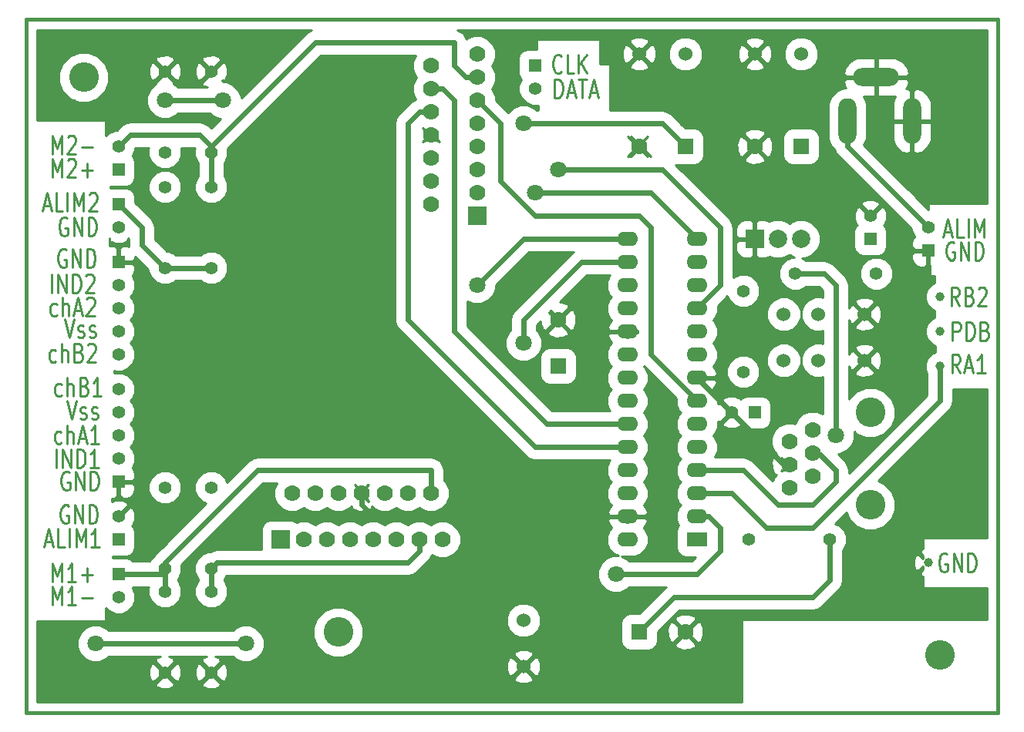
<source format=gtl>
G04 (created by PCBNEW-RS274X (20100406 SVN-R2508)-final) date 07/03/2016 07:58:10*
G01*
G70*
G90*
%MOIN*%
G04 Gerber Fmt 3.4, Leading zero omitted, Abs format*
%FSLAX34Y34*%
G04 APERTURE LIST*
%ADD10C,0.006000*%
%ADD11C,0.015000*%
%ADD12C,0.010000*%
%ADD13C,0.039400*%
%ADD14O,0.078700X0.196900*%
%ADD15O,0.196900X0.078700*%
%ADD16C,0.060000*%
%ADD17R,0.070000X0.070000*%
%ADD18C,0.070000*%
%ADD19O,0.090000X0.062000*%
%ADD20R,0.090000X0.062000*%
%ADD21R,0.055000X0.055000*%
%ADD22C,0.055000*%
%ADD23R,0.080000X0.080000*%
%ADD24C,0.128000*%
%ADD25C,0.078700*%
%ADD26R,0.078700X0.078700*%
%ADD27C,0.070900*%
%ADD28C,0.023600*%
G04 APERTURE END LIST*
G54D10*
G54D11*
X12000Y-45500D02*
X11000Y-45500D01*
X11000Y-15500D02*
X12000Y-15500D01*
X53000Y-45500D02*
X53000Y-15500D01*
X12000Y-45500D02*
X53000Y-45500D01*
X11000Y-15500D02*
X11000Y-45500D01*
X53000Y-15500D02*
X12000Y-15500D01*
G54D12*
X51333Y-27883D02*
X51133Y-27502D01*
X50990Y-27883D02*
X50990Y-27083D01*
X51218Y-27083D01*
X51276Y-27121D01*
X51304Y-27159D01*
X51333Y-27235D01*
X51333Y-27349D01*
X51304Y-27426D01*
X51276Y-27464D01*
X51218Y-27502D01*
X50990Y-27502D01*
X51790Y-27464D02*
X51876Y-27502D01*
X51904Y-27540D01*
X51933Y-27616D01*
X51933Y-27730D01*
X51904Y-27807D01*
X51876Y-27845D01*
X51818Y-27883D01*
X51590Y-27883D01*
X51590Y-27083D01*
X51790Y-27083D01*
X51847Y-27121D01*
X51876Y-27159D01*
X51904Y-27235D01*
X51904Y-27311D01*
X51876Y-27388D01*
X51847Y-27426D01*
X51790Y-27464D01*
X51590Y-27464D01*
X52161Y-27159D02*
X52190Y-27121D01*
X52247Y-27083D01*
X52390Y-27083D01*
X52447Y-27121D01*
X52476Y-27159D01*
X52504Y-27235D01*
X52504Y-27311D01*
X52476Y-27426D01*
X52133Y-27883D01*
X52504Y-27883D01*
X51054Y-29379D02*
X51054Y-28579D01*
X51282Y-28579D01*
X51340Y-28617D01*
X51368Y-28655D01*
X51397Y-28731D01*
X51397Y-28845D01*
X51368Y-28922D01*
X51340Y-28960D01*
X51282Y-28998D01*
X51054Y-28998D01*
X51654Y-29379D02*
X51654Y-28579D01*
X51797Y-28579D01*
X51882Y-28617D01*
X51940Y-28693D01*
X51968Y-28769D01*
X51997Y-28922D01*
X51997Y-29036D01*
X51968Y-29188D01*
X51940Y-29265D01*
X51882Y-29341D01*
X51797Y-29379D01*
X51654Y-29379D01*
X52454Y-28960D02*
X52540Y-28998D01*
X52568Y-29036D01*
X52597Y-29112D01*
X52597Y-29226D01*
X52568Y-29303D01*
X52540Y-29341D01*
X52482Y-29379D01*
X52254Y-29379D01*
X52254Y-28579D01*
X52454Y-28579D01*
X52511Y-28617D01*
X52540Y-28655D01*
X52568Y-28731D01*
X52568Y-28807D01*
X52540Y-28884D01*
X52511Y-28922D01*
X52454Y-28960D01*
X52254Y-28960D01*
X51376Y-30796D02*
X51176Y-30415D01*
X51033Y-30796D02*
X51033Y-29996D01*
X51261Y-29996D01*
X51319Y-30034D01*
X51347Y-30072D01*
X51376Y-30148D01*
X51376Y-30262D01*
X51347Y-30339D01*
X51319Y-30377D01*
X51261Y-30415D01*
X51033Y-30415D01*
X51604Y-30567D02*
X51890Y-30567D01*
X51547Y-30796D02*
X51747Y-29996D01*
X51947Y-30796D01*
X52461Y-30796D02*
X52118Y-30796D01*
X52290Y-30796D02*
X52290Y-29996D01*
X52233Y-30110D01*
X52175Y-30186D01*
X52118Y-30224D01*
X50803Y-38637D02*
X50746Y-38599D01*
X50660Y-38599D01*
X50575Y-38637D01*
X50517Y-38713D01*
X50489Y-38789D01*
X50460Y-38942D01*
X50460Y-39056D01*
X50489Y-39208D01*
X50517Y-39285D01*
X50575Y-39361D01*
X50660Y-39399D01*
X50717Y-39399D01*
X50803Y-39361D01*
X50832Y-39323D01*
X50832Y-39056D01*
X50717Y-39056D01*
X51089Y-39399D02*
X51089Y-38599D01*
X51432Y-39399D01*
X51432Y-38599D01*
X51718Y-39399D02*
X51718Y-38599D01*
X51861Y-38599D01*
X51946Y-38637D01*
X52004Y-38713D01*
X52032Y-38789D01*
X52061Y-38942D01*
X52061Y-39056D01*
X52032Y-39208D01*
X52004Y-39285D01*
X51946Y-39361D01*
X51861Y-39399D01*
X51718Y-39399D01*
X33851Y-18884D02*
X33851Y-18084D01*
X33994Y-18084D01*
X34079Y-18122D01*
X34137Y-18198D01*
X34165Y-18274D01*
X34194Y-18427D01*
X34194Y-18541D01*
X34165Y-18693D01*
X34137Y-18770D01*
X34079Y-18846D01*
X33994Y-18884D01*
X33851Y-18884D01*
X34422Y-18655D02*
X34708Y-18655D01*
X34365Y-18884D02*
X34565Y-18084D01*
X34765Y-18884D01*
X34879Y-18084D02*
X35222Y-18084D01*
X35051Y-18884D02*
X35051Y-18084D01*
X35393Y-18655D02*
X35679Y-18655D01*
X35336Y-18884D02*
X35536Y-18084D01*
X35736Y-18884D01*
X34143Y-17748D02*
X34114Y-17786D01*
X34028Y-17824D01*
X33971Y-17824D01*
X33886Y-17786D01*
X33828Y-17710D01*
X33800Y-17633D01*
X33771Y-17481D01*
X33771Y-17367D01*
X33800Y-17214D01*
X33828Y-17138D01*
X33886Y-17062D01*
X33971Y-17024D01*
X34028Y-17024D01*
X34114Y-17062D01*
X34143Y-17100D01*
X34686Y-17824D02*
X34400Y-17824D01*
X34400Y-17024D01*
X34886Y-17824D02*
X34886Y-17024D01*
X35229Y-17824D02*
X34972Y-17367D01*
X35229Y-17024D02*
X34886Y-17481D01*
X51118Y-25153D02*
X51061Y-25115D01*
X50975Y-25115D01*
X50890Y-25153D01*
X50832Y-25229D01*
X50804Y-25305D01*
X50775Y-25458D01*
X50775Y-25572D01*
X50804Y-25724D01*
X50832Y-25801D01*
X50890Y-25877D01*
X50975Y-25915D01*
X51032Y-25915D01*
X51118Y-25877D01*
X51147Y-25839D01*
X51147Y-25572D01*
X51032Y-25572D01*
X51404Y-25915D02*
X51404Y-25115D01*
X51747Y-25915D01*
X51747Y-25115D01*
X52033Y-25915D02*
X52033Y-25115D01*
X52176Y-25115D01*
X52261Y-25153D01*
X52319Y-25229D01*
X52347Y-25305D01*
X52376Y-25458D01*
X52376Y-25572D01*
X52347Y-25724D01*
X52319Y-25801D01*
X52261Y-25877D01*
X52176Y-25915D01*
X52033Y-25915D01*
X50703Y-24701D02*
X50989Y-24701D01*
X50646Y-24930D02*
X50846Y-24130D01*
X51046Y-24930D01*
X51532Y-24930D02*
X51246Y-24930D01*
X51246Y-24130D01*
X51732Y-24930D02*
X51732Y-24130D01*
X52018Y-24930D02*
X52018Y-24130D01*
X52218Y-24701D01*
X52418Y-24130D01*
X52418Y-24930D01*
X12143Y-21324D02*
X12143Y-20524D01*
X12343Y-21095D01*
X12543Y-20524D01*
X12543Y-21324D01*
X12800Y-20600D02*
X12829Y-20562D01*
X12886Y-20524D01*
X13029Y-20524D01*
X13086Y-20562D01*
X13115Y-20600D01*
X13143Y-20676D01*
X13143Y-20752D01*
X13115Y-20867D01*
X12772Y-21324D01*
X13143Y-21324D01*
X13400Y-21019D02*
X13857Y-21019D01*
X12143Y-22324D02*
X12143Y-21524D01*
X12343Y-22095D01*
X12543Y-21524D01*
X12543Y-22324D01*
X12800Y-21600D02*
X12829Y-21562D01*
X12886Y-21524D01*
X13029Y-21524D01*
X13086Y-21562D01*
X13115Y-21600D01*
X13143Y-21676D01*
X13143Y-21752D01*
X13115Y-21867D01*
X12772Y-22324D01*
X13143Y-22324D01*
X13400Y-22019D02*
X13857Y-22019D01*
X13628Y-22324D02*
X13628Y-21714D01*
X11758Y-23575D02*
X12044Y-23575D01*
X11701Y-23804D02*
X11901Y-23004D01*
X12101Y-23804D01*
X12587Y-23804D02*
X12301Y-23804D01*
X12301Y-23004D01*
X12787Y-23804D02*
X12787Y-23004D01*
X13073Y-23804D02*
X13073Y-23004D01*
X13273Y-23575D01*
X13473Y-23004D01*
X13473Y-23804D01*
X13730Y-23080D02*
X13759Y-23042D01*
X13816Y-23004D01*
X13959Y-23004D01*
X14016Y-23042D01*
X14045Y-23080D01*
X14073Y-23156D01*
X14073Y-23232D01*
X14045Y-23347D01*
X13702Y-23804D01*
X14073Y-23804D01*
X12773Y-24107D02*
X12716Y-24069D01*
X12630Y-24069D01*
X12545Y-24107D01*
X12487Y-24183D01*
X12459Y-24259D01*
X12430Y-24412D01*
X12430Y-24526D01*
X12459Y-24678D01*
X12487Y-24755D01*
X12545Y-24831D01*
X12630Y-24869D01*
X12687Y-24869D01*
X12773Y-24831D01*
X12802Y-24793D01*
X12802Y-24526D01*
X12687Y-24526D01*
X13059Y-24869D02*
X13059Y-24069D01*
X13402Y-24869D01*
X13402Y-24069D01*
X13688Y-24869D02*
X13688Y-24069D01*
X13831Y-24069D01*
X13916Y-24107D01*
X13974Y-24183D01*
X14002Y-24259D01*
X14031Y-24412D01*
X14031Y-24526D01*
X14002Y-24678D01*
X13974Y-24755D01*
X13916Y-24831D01*
X13831Y-24869D01*
X13688Y-24869D01*
X12723Y-25467D02*
X12666Y-25429D01*
X12580Y-25429D01*
X12495Y-25467D01*
X12437Y-25543D01*
X12409Y-25619D01*
X12380Y-25772D01*
X12380Y-25886D01*
X12409Y-26038D01*
X12437Y-26115D01*
X12495Y-26191D01*
X12580Y-26229D01*
X12637Y-26229D01*
X12723Y-26191D01*
X12752Y-26153D01*
X12752Y-25886D01*
X12637Y-25886D01*
X13009Y-26229D02*
X13009Y-25429D01*
X13352Y-26229D01*
X13352Y-25429D01*
X13638Y-26229D02*
X13638Y-25429D01*
X13781Y-25429D01*
X13866Y-25467D01*
X13924Y-25543D01*
X13952Y-25619D01*
X13981Y-25772D01*
X13981Y-25886D01*
X13952Y-26038D01*
X13924Y-26115D01*
X13866Y-26191D01*
X13781Y-26229D01*
X13638Y-26229D01*
X12100Y-27324D02*
X12100Y-26524D01*
X12386Y-27324D02*
X12386Y-26524D01*
X12729Y-27324D01*
X12729Y-26524D01*
X13015Y-27324D02*
X13015Y-26524D01*
X13158Y-26524D01*
X13243Y-26562D01*
X13301Y-26638D01*
X13329Y-26714D01*
X13358Y-26867D01*
X13358Y-26981D01*
X13329Y-27133D01*
X13301Y-27210D01*
X13243Y-27286D01*
X13158Y-27324D01*
X13015Y-27324D01*
X13586Y-26600D02*
X13615Y-26562D01*
X13672Y-26524D01*
X13815Y-26524D01*
X13872Y-26562D01*
X13901Y-26600D01*
X13929Y-26676D01*
X13929Y-26752D01*
X13901Y-26867D01*
X13558Y-27324D01*
X13929Y-27324D01*
X12329Y-28286D02*
X12272Y-28324D01*
X12158Y-28324D01*
X12100Y-28286D01*
X12072Y-28248D01*
X12043Y-28171D01*
X12043Y-27943D01*
X12072Y-27867D01*
X12100Y-27829D01*
X12158Y-27790D01*
X12272Y-27790D01*
X12329Y-27829D01*
X12586Y-28324D02*
X12586Y-27524D01*
X12843Y-28324D02*
X12843Y-27905D01*
X12814Y-27829D01*
X12757Y-27790D01*
X12672Y-27790D01*
X12614Y-27829D01*
X12586Y-27867D01*
X13100Y-28095D02*
X13386Y-28095D01*
X13043Y-28324D02*
X13243Y-27524D01*
X13443Y-28324D01*
X13614Y-27600D02*
X13643Y-27562D01*
X13700Y-27524D01*
X13843Y-27524D01*
X13900Y-27562D01*
X13929Y-27600D01*
X13957Y-27676D01*
X13957Y-27752D01*
X13929Y-27867D01*
X13586Y-28324D01*
X13957Y-28324D01*
X12679Y-28464D02*
X12879Y-29264D01*
X13079Y-28464D01*
X13250Y-29226D02*
X13307Y-29264D01*
X13422Y-29264D01*
X13479Y-29226D01*
X13507Y-29150D01*
X13507Y-29111D01*
X13479Y-29035D01*
X13422Y-28997D01*
X13336Y-28997D01*
X13279Y-28959D01*
X13250Y-28883D01*
X13250Y-28845D01*
X13279Y-28769D01*
X13336Y-28730D01*
X13422Y-28730D01*
X13479Y-28769D01*
X13736Y-29226D02*
X13793Y-29264D01*
X13908Y-29264D01*
X13965Y-29226D01*
X13993Y-29150D01*
X13993Y-29111D01*
X13965Y-29035D01*
X13908Y-28997D01*
X13822Y-28997D01*
X13765Y-28959D01*
X13736Y-28883D01*
X13736Y-28845D01*
X13765Y-28769D01*
X13822Y-28730D01*
X13908Y-28730D01*
X13965Y-28769D01*
X12286Y-30286D02*
X12229Y-30324D01*
X12115Y-30324D01*
X12057Y-30286D01*
X12029Y-30248D01*
X12000Y-30171D01*
X12000Y-29943D01*
X12029Y-29867D01*
X12057Y-29829D01*
X12115Y-29790D01*
X12229Y-29790D01*
X12286Y-29829D01*
X12543Y-30324D02*
X12543Y-29524D01*
X12800Y-30324D02*
X12800Y-29905D01*
X12771Y-29829D01*
X12714Y-29790D01*
X12629Y-29790D01*
X12571Y-29829D01*
X12543Y-29867D01*
X13286Y-29905D02*
X13372Y-29943D01*
X13400Y-29981D01*
X13429Y-30057D01*
X13429Y-30171D01*
X13400Y-30248D01*
X13372Y-30286D01*
X13314Y-30324D01*
X13086Y-30324D01*
X13086Y-29524D01*
X13286Y-29524D01*
X13343Y-29562D01*
X13372Y-29600D01*
X13400Y-29676D01*
X13400Y-29752D01*
X13372Y-29829D01*
X13343Y-29867D01*
X13286Y-29905D01*
X13086Y-29905D01*
X13657Y-29600D02*
X13686Y-29562D01*
X13743Y-29524D01*
X13886Y-29524D01*
X13943Y-29562D01*
X13972Y-29600D01*
X14000Y-29676D01*
X14000Y-29752D01*
X13972Y-29867D01*
X13629Y-30324D01*
X14000Y-30324D01*
X12526Y-31756D02*
X12469Y-31794D01*
X12355Y-31794D01*
X12297Y-31756D01*
X12269Y-31718D01*
X12240Y-31641D01*
X12240Y-31413D01*
X12269Y-31337D01*
X12297Y-31299D01*
X12355Y-31260D01*
X12469Y-31260D01*
X12526Y-31299D01*
X12783Y-31794D02*
X12783Y-30994D01*
X13040Y-31794D02*
X13040Y-31375D01*
X13011Y-31299D01*
X12954Y-31260D01*
X12869Y-31260D01*
X12811Y-31299D01*
X12783Y-31337D01*
X13526Y-31375D02*
X13612Y-31413D01*
X13640Y-31451D01*
X13669Y-31527D01*
X13669Y-31641D01*
X13640Y-31718D01*
X13612Y-31756D01*
X13554Y-31794D01*
X13326Y-31794D01*
X13326Y-30994D01*
X13526Y-30994D01*
X13583Y-31032D01*
X13612Y-31070D01*
X13640Y-31146D01*
X13640Y-31222D01*
X13612Y-31299D01*
X13583Y-31337D01*
X13526Y-31375D01*
X13326Y-31375D01*
X14240Y-31794D02*
X13897Y-31794D01*
X14069Y-31794D02*
X14069Y-30994D01*
X14012Y-31108D01*
X13954Y-31184D01*
X13897Y-31222D01*
X12774Y-31994D02*
X12974Y-32794D01*
X13174Y-31994D01*
X13345Y-32756D02*
X13402Y-32794D01*
X13517Y-32794D01*
X13574Y-32756D01*
X13602Y-32680D01*
X13602Y-32641D01*
X13574Y-32565D01*
X13517Y-32527D01*
X13431Y-32527D01*
X13374Y-32489D01*
X13345Y-32413D01*
X13345Y-32375D01*
X13374Y-32299D01*
X13431Y-32260D01*
X13517Y-32260D01*
X13574Y-32299D01*
X13831Y-32756D02*
X13888Y-32794D01*
X14003Y-32794D01*
X14060Y-32756D01*
X14088Y-32680D01*
X14088Y-32641D01*
X14060Y-32565D01*
X14003Y-32527D01*
X13917Y-32527D01*
X13860Y-32489D01*
X13831Y-32413D01*
X13831Y-32375D01*
X13860Y-32299D01*
X13917Y-32260D01*
X14003Y-32260D01*
X14060Y-32299D01*
X12519Y-33811D02*
X12462Y-33849D01*
X12348Y-33849D01*
X12290Y-33811D01*
X12262Y-33773D01*
X12233Y-33696D01*
X12233Y-33468D01*
X12262Y-33392D01*
X12290Y-33354D01*
X12348Y-33315D01*
X12462Y-33315D01*
X12519Y-33354D01*
X12776Y-33849D02*
X12776Y-33049D01*
X13033Y-33849D02*
X13033Y-33430D01*
X13004Y-33354D01*
X12947Y-33315D01*
X12862Y-33315D01*
X12804Y-33354D01*
X12776Y-33392D01*
X13290Y-33620D02*
X13576Y-33620D01*
X13233Y-33849D02*
X13433Y-33049D01*
X13633Y-33849D01*
X14147Y-33849D02*
X13804Y-33849D01*
X13976Y-33849D02*
X13976Y-33049D01*
X13919Y-33163D01*
X13861Y-33239D01*
X13804Y-33277D01*
X12295Y-34879D02*
X12295Y-34079D01*
X12581Y-34879D02*
X12581Y-34079D01*
X12924Y-34879D01*
X12924Y-34079D01*
X13210Y-34879D02*
X13210Y-34079D01*
X13353Y-34079D01*
X13438Y-34117D01*
X13496Y-34193D01*
X13524Y-34269D01*
X13553Y-34422D01*
X13553Y-34536D01*
X13524Y-34688D01*
X13496Y-34765D01*
X13438Y-34841D01*
X13353Y-34879D01*
X13210Y-34879D01*
X14124Y-34879D02*
X13781Y-34879D01*
X13953Y-34879D02*
X13953Y-34079D01*
X13896Y-34193D01*
X13838Y-34269D01*
X13781Y-34307D01*
X12863Y-35102D02*
X12806Y-35064D01*
X12720Y-35064D01*
X12635Y-35102D01*
X12577Y-35178D01*
X12549Y-35254D01*
X12520Y-35407D01*
X12520Y-35521D01*
X12549Y-35673D01*
X12577Y-35750D01*
X12635Y-35826D01*
X12720Y-35864D01*
X12777Y-35864D01*
X12863Y-35826D01*
X12892Y-35788D01*
X12892Y-35521D01*
X12777Y-35521D01*
X13149Y-35864D02*
X13149Y-35064D01*
X13492Y-35864D01*
X13492Y-35064D01*
X13778Y-35864D02*
X13778Y-35064D01*
X13921Y-35064D01*
X14006Y-35102D01*
X14064Y-35178D01*
X14092Y-35254D01*
X14121Y-35407D01*
X14121Y-35521D01*
X14092Y-35673D01*
X14064Y-35750D01*
X14006Y-35826D01*
X13921Y-35864D01*
X13778Y-35864D01*
X11843Y-38095D02*
X12129Y-38095D01*
X11786Y-38324D02*
X11986Y-37524D01*
X12186Y-38324D01*
X12672Y-38324D02*
X12386Y-38324D01*
X12386Y-37524D01*
X12872Y-38324D02*
X12872Y-37524D01*
X13158Y-38324D02*
X13158Y-37524D01*
X13358Y-38095D01*
X13558Y-37524D01*
X13558Y-38324D01*
X14158Y-38324D02*
X13815Y-38324D01*
X13987Y-38324D02*
X13987Y-37524D01*
X13930Y-37638D01*
X13872Y-37714D01*
X13815Y-37752D01*
X12823Y-36547D02*
X12766Y-36509D01*
X12680Y-36509D01*
X12595Y-36547D01*
X12537Y-36623D01*
X12509Y-36699D01*
X12480Y-36852D01*
X12480Y-36966D01*
X12509Y-37118D01*
X12537Y-37195D01*
X12595Y-37271D01*
X12680Y-37309D01*
X12737Y-37309D01*
X12823Y-37271D01*
X12852Y-37233D01*
X12852Y-36966D01*
X12737Y-36966D01*
X13109Y-37309D02*
X13109Y-36509D01*
X13452Y-37309D01*
X13452Y-36509D01*
X13738Y-37309D02*
X13738Y-36509D01*
X13881Y-36509D01*
X13966Y-36547D01*
X14024Y-36623D01*
X14052Y-36699D01*
X14081Y-36852D01*
X14081Y-36966D01*
X14052Y-37118D01*
X14024Y-37195D01*
X13966Y-37271D01*
X13881Y-37309D01*
X13738Y-37309D01*
X12143Y-40824D02*
X12143Y-40024D01*
X12343Y-40595D01*
X12543Y-40024D01*
X12543Y-40824D01*
X13143Y-40824D02*
X12800Y-40824D01*
X12972Y-40824D02*
X12972Y-40024D01*
X12915Y-40138D01*
X12857Y-40214D01*
X12800Y-40252D01*
X13400Y-40519D02*
X13857Y-40519D01*
X12143Y-39824D02*
X12143Y-39024D01*
X12343Y-39595D01*
X12543Y-39024D01*
X12543Y-39824D01*
X13143Y-39824D02*
X12800Y-39824D01*
X12972Y-39824D02*
X12972Y-39024D01*
X12915Y-39138D01*
X12857Y-39214D01*
X12800Y-39252D01*
X13400Y-39519D02*
X13857Y-39519D01*
X13628Y-39824D02*
X13628Y-39214D01*
G54D13*
X50000Y-39000D03*
X50500Y-30500D03*
X50500Y-29000D03*
X50500Y-27500D03*
G54D14*
X46500Y-19900D03*
X49300Y-19900D03*
G54D15*
X47750Y-18000D03*
G54D16*
X32500Y-41500D03*
X32500Y-43500D03*
X44500Y-17000D03*
X42500Y-17000D03*
X43750Y-30250D03*
X43750Y-28250D03*
X39500Y-17000D03*
X37500Y-17000D03*
X45250Y-28250D03*
X47250Y-28250D03*
X45250Y-30250D03*
X47250Y-30250D03*
G54D17*
X37500Y-42000D03*
G54D18*
X39500Y-42000D03*
G54D17*
X39500Y-21000D03*
G54D18*
X37500Y-21000D03*
G54D17*
X44500Y-21000D03*
G54D18*
X42500Y-21000D03*
G54D17*
X34000Y-30500D03*
G54D18*
X34000Y-28500D03*
G54D19*
X40000Y-37000D03*
X40000Y-36000D03*
X40000Y-35000D03*
X40000Y-34000D03*
X40000Y-33000D03*
X40000Y-32000D03*
X40000Y-31000D03*
X40000Y-30000D03*
X40000Y-29000D03*
X40000Y-28000D03*
X40000Y-27000D03*
X40000Y-26000D03*
X40000Y-25000D03*
G54D20*
X40000Y-38000D03*
G54D19*
X37000Y-25000D03*
X37000Y-26000D03*
X37000Y-27000D03*
X37000Y-28000D03*
X37000Y-29000D03*
X37000Y-30000D03*
X37000Y-31000D03*
X37000Y-32000D03*
X37000Y-33000D03*
X37000Y-34000D03*
X37000Y-35000D03*
X37000Y-36000D03*
X37000Y-37000D03*
X37000Y-38000D03*
G54D21*
X42500Y-32500D03*
G54D22*
X41500Y-32500D03*
G54D21*
X47500Y-25000D03*
G54D22*
X47500Y-24000D03*
G54D23*
X30500Y-24000D03*
G54D18*
X28500Y-23500D03*
X30500Y-23000D03*
X28500Y-22500D03*
X30500Y-22000D03*
X28500Y-21500D03*
X30500Y-21000D03*
X28500Y-20500D03*
X30500Y-20000D03*
X28500Y-19500D03*
X30500Y-19000D03*
X28500Y-18500D03*
X30500Y-18000D03*
X28500Y-17500D03*
X30500Y-17000D03*
G54D23*
X22000Y-38000D03*
G54D18*
X22500Y-36000D03*
X23000Y-38000D03*
X23500Y-36000D03*
X24000Y-38000D03*
X24500Y-36000D03*
X25000Y-38000D03*
X25500Y-36000D03*
X26000Y-38000D03*
X26500Y-36000D03*
X27000Y-38000D03*
X27500Y-36000D03*
X28000Y-38000D03*
X28500Y-36000D03*
X29000Y-38000D03*
G54D22*
X19000Y-43750D03*
X19000Y-40250D03*
X19000Y-39250D03*
X19000Y-35750D03*
X19000Y-17750D03*
X19000Y-21250D03*
X19000Y-22750D03*
X19000Y-26250D03*
X17000Y-43750D03*
X17000Y-40250D03*
X17000Y-39250D03*
X17000Y-35750D03*
X17000Y-17750D03*
X17000Y-21250D03*
X17000Y-22750D03*
X17000Y-26250D03*
X42000Y-27250D03*
X42000Y-30750D03*
X44250Y-26500D03*
X47750Y-26500D03*
X45750Y-38000D03*
X42250Y-38000D03*
G54D18*
X45000Y-33250D03*
X45000Y-34250D03*
X45000Y-35250D03*
X44000Y-33750D03*
X44000Y-34750D03*
X44000Y-35750D03*
G54D24*
X47500Y-32500D03*
X47500Y-36500D03*
G54D21*
X15000Y-22000D03*
G54D22*
X15000Y-21000D03*
G54D21*
X15000Y-23500D03*
G54D22*
X15000Y-24500D03*
G54D21*
X15000Y-38000D03*
G54D22*
X15000Y-37000D03*
G54D21*
X50000Y-25500D03*
G54D22*
X50000Y-24500D03*
G54D21*
X33000Y-17500D03*
G54D22*
X33000Y-18500D03*
G54D21*
X15000Y-39500D03*
G54D22*
X15000Y-40500D03*
G54D21*
X15000Y-26000D03*
G54D22*
X15000Y-27000D03*
X15000Y-28000D03*
X15000Y-29000D03*
X15000Y-30000D03*
G54D21*
X15000Y-35500D03*
G54D22*
X15000Y-34500D03*
X15000Y-33500D03*
X15000Y-32500D03*
X15000Y-31500D03*
G54D25*
X43500Y-25000D03*
X44500Y-25000D03*
G54D26*
X42500Y-25000D03*
G54D24*
X50500Y-43000D03*
X24500Y-42000D03*
X13500Y-18000D03*
G54D27*
X32500Y-20000D03*
X46000Y-33500D03*
X14000Y-42500D03*
X20500Y-42500D03*
X36500Y-39500D03*
X32500Y-29500D03*
X30500Y-27000D03*
X33000Y-23000D03*
X34000Y-22000D03*
X31000Y-38000D03*
X19500Y-19000D03*
X17000Y-19000D03*
G54D28*
X38000Y-20000D02*
X38500Y-20000D01*
X32500Y-20000D02*
X38000Y-20000D01*
X38500Y-20000D02*
X39500Y-21000D01*
X46000Y-27000D02*
X46000Y-33500D01*
X45500Y-26500D02*
X46000Y-27000D01*
X44250Y-26500D02*
X45500Y-26500D01*
X20500Y-42500D02*
X14000Y-42500D01*
X45750Y-38000D02*
X45750Y-39750D01*
X45000Y-40500D02*
X39000Y-40500D01*
X45750Y-39750D02*
X45000Y-40500D01*
X39000Y-40500D02*
X37500Y-42000D01*
X40000Y-39500D02*
X36500Y-39500D01*
X40500Y-37000D02*
X40000Y-37000D01*
X41000Y-38500D02*
X40000Y-39500D01*
X40500Y-37000D02*
X41000Y-37500D01*
X41000Y-37500D02*
X41000Y-38500D01*
X38000Y-30000D02*
X38000Y-24500D01*
X31500Y-20500D02*
X31500Y-22000D01*
X37500Y-24000D02*
X33000Y-24000D01*
X31500Y-22500D02*
X31500Y-22000D01*
X33000Y-24000D02*
X31500Y-22500D01*
X38000Y-24500D02*
X37500Y-24000D01*
X31500Y-20000D02*
X30500Y-19000D01*
X31500Y-20500D02*
X31500Y-20000D01*
X40000Y-32000D02*
X38000Y-30000D01*
X42000Y-35000D02*
X43500Y-36500D01*
X43500Y-36500D02*
X45000Y-36500D01*
X46000Y-35000D02*
X46000Y-35500D01*
X45250Y-34250D02*
X46000Y-35000D01*
X40000Y-35000D02*
X42000Y-35000D01*
X45250Y-34250D02*
X45000Y-34250D01*
X46000Y-35500D02*
X45000Y-36500D01*
X28500Y-18500D02*
X29000Y-18500D01*
X29000Y-18500D02*
X29500Y-19000D01*
X29500Y-29000D02*
X33500Y-33000D01*
X29500Y-19000D02*
X29500Y-21000D01*
X33500Y-33000D02*
X37000Y-33000D01*
X29500Y-21000D02*
X29500Y-29000D01*
X27500Y-28500D02*
X27500Y-22000D01*
X33000Y-34000D02*
X37000Y-34000D01*
X33000Y-34000D02*
X27500Y-28500D01*
X28500Y-19500D02*
X28000Y-19500D01*
X27500Y-20000D02*
X27500Y-22000D01*
X28000Y-19500D02*
X27500Y-20000D01*
X37000Y-26000D02*
X35000Y-26000D01*
X32500Y-28500D02*
X32500Y-29500D01*
X35000Y-26000D02*
X32500Y-28500D01*
X30500Y-27000D02*
X32500Y-25000D01*
X37000Y-25000D02*
X32500Y-25000D01*
X33000Y-23000D02*
X38000Y-23000D01*
X40000Y-25000D02*
X38000Y-23000D01*
X38500Y-22000D02*
X41000Y-24500D01*
X41000Y-24500D02*
X41000Y-27000D01*
X40000Y-28000D02*
X41000Y-27000D01*
X34000Y-22000D02*
X38500Y-22000D01*
X40000Y-31000D02*
X41500Y-32500D01*
X30000Y-37000D02*
X31000Y-38000D01*
X26000Y-37000D02*
X30000Y-37000D01*
X25500Y-36500D02*
X26000Y-37000D01*
X25500Y-36000D02*
X25500Y-36500D01*
X44000Y-34750D02*
X43750Y-34750D01*
X43750Y-34750D02*
X40000Y-31000D01*
X17000Y-26250D02*
X16000Y-25250D01*
X16000Y-25250D02*
X16000Y-24500D01*
X16000Y-24500D02*
X15000Y-23500D01*
X19000Y-26250D02*
X17000Y-26250D01*
X30500Y-18000D02*
X30000Y-18000D01*
X29500Y-17500D02*
X29500Y-16500D01*
X29500Y-16500D02*
X23500Y-16500D01*
X23500Y-16500D02*
X22500Y-17500D01*
X22500Y-17500D02*
X19000Y-21000D01*
X30000Y-18000D02*
X29500Y-17500D01*
X19000Y-21000D02*
X18500Y-20500D01*
X19000Y-21250D02*
X19000Y-21000D01*
X15500Y-20500D02*
X15000Y-21000D01*
X19000Y-21250D02*
X19000Y-22750D01*
X19000Y-21250D02*
X19000Y-21000D01*
X18500Y-20500D02*
X15500Y-20500D01*
X46500Y-19900D02*
X46500Y-21000D01*
X46500Y-21000D02*
X46500Y-20900D01*
X46500Y-21000D02*
X49000Y-23500D01*
X50000Y-24500D02*
X49000Y-23500D01*
X50500Y-32000D02*
X50500Y-30500D01*
X40000Y-36000D02*
X41500Y-36000D01*
X45000Y-37500D02*
X50500Y-32000D01*
X43000Y-37500D02*
X45000Y-37500D01*
X41500Y-36000D02*
X43000Y-37500D01*
X19500Y-19000D02*
X17000Y-19000D01*
X28000Y-38500D02*
X27500Y-39000D01*
X27500Y-39000D02*
X21000Y-39000D01*
X19250Y-39000D02*
X19000Y-39250D01*
X19000Y-39250D02*
X19000Y-40250D01*
X21000Y-39000D02*
X19250Y-39000D01*
X28000Y-38000D02*
X28000Y-38500D01*
X17000Y-39000D02*
X17000Y-39250D01*
X21000Y-35000D02*
X17000Y-39000D01*
X28500Y-35000D02*
X21000Y-35000D01*
X17000Y-39500D02*
X17000Y-39250D01*
X17000Y-39250D02*
X17000Y-40250D01*
X15000Y-39500D02*
X17000Y-39500D01*
X28500Y-36000D02*
X28500Y-35000D01*
G54D12*
X23732Y-17062D02*
X27822Y-17062D01*
X23651Y-17142D02*
X27789Y-17142D01*
X23571Y-17222D02*
X27756Y-17222D01*
X23491Y-17302D02*
X27723Y-17302D01*
X23411Y-17382D02*
X27706Y-17382D01*
X23331Y-17462D02*
X27706Y-17462D01*
X23251Y-17542D02*
X27706Y-17542D01*
X23171Y-17622D02*
X27706Y-17622D01*
X23091Y-17702D02*
X27724Y-17702D01*
X23011Y-17782D02*
X27757Y-17782D01*
X22931Y-17862D02*
X27790Y-17862D01*
X22852Y-17942D02*
X27824Y-17942D01*
X22772Y-18022D02*
X27855Y-18022D01*
X22692Y-18102D02*
X27807Y-18102D01*
X22612Y-18182D02*
X27773Y-18182D01*
X22532Y-18262D02*
X27740Y-18262D01*
X22452Y-18342D02*
X27706Y-18342D01*
X22372Y-18422D02*
X27706Y-18422D01*
X22292Y-18502D02*
X27706Y-18502D01*
X22212Y-18582D02*
X27706Y-18582D01*
X22132Y-18662D02*
X27708Y-18662D01*
X22052Y-18742D02*
X27741Y-18742D01*
X21972Y-18822D02*
X27774Y-18822D01*
X21892Y-18902D02*
X27807Y-18902D01*
X21812Y-18982D02*
X27784Y-18982D01*
X21732Y-19062D02*
X27665Y-19062D01*
X21652Y-19142D02*
X27564Y-19142D01*
X21572Y-19222D02*
X27484Y-19222D01*
X21492Y-19302D02*
X27404Y-19302D01*
X21412Y-19382D02*
X27324Y-19382D01*
X21332Y-19462D02*
X27244Y-19462D01*
X21251Y-19542D02*
X27164Y-19542D01*
X21171Y-19622D02*
X27091Y-19622D01*
X21091Y-19702D02*
X27037Y-19702D01*
X21011Y-19782D02*
X26984Y-19782D01*
X20931Y-19862D02*
X26966Y-19862D01*
X20851Y-19942D02*
X26950Y-19942D01*
X20771Y-20022D02*
X26938Y-20022D01*
X20691Y-20102D02*
X26938Y-20102D01*
X20611Y-20182D02*
X26938Y-20182D01*
X20531Y-20262D02*
X26938Y-20262D01*
X20451Y-20342D02*
X26938Y-20342D01*
X20371Y-20422D02*
X26938Y-20422D01*
X20291Y-20502D02*
X26938Y-20502D01*
X20211Y-20582D02*
X26938Y-20582D01*
X20131Y-20662D02*
X26938Y-20662D01*
X20051Y-20742D02*
X26938Y-20742D01*
X19971Y-20822D02*
X26938Y-20822D01*
X19891Y-20902D02*
X26938Y-20902D01*
X19811Y-20982D02*
X26938Y-20982D01*
X15732Y-21062D02*
X16299Y-21062D01*
X17700Y-21062D02*
X18268Y-21062D01*
X19731Y-21062D02*
X26938Y-21062D01*
X15719Y-21142D02*
X16281Y-21142D01*
X17719Y-21142D02*
X18281Y-21142D01*
X19719Y-21142D02*
X26938Y-21142D01*
X15686Y-21222D02*
X16281Y-21222D01*
X17719Y-21222D02*
X18281Y-21222D01*
X19719Y-21222D02*
X26938Y-21222D01*
X15653Y-21302D02*
X16281Y-21302D01*
X17719Y-21302D02*
X18281Y-21302D01*
X19719Y-21302D02*
X26938Y-21302D01*
X15619Y-21382D02*
X16281Y-21382D01*
X17719Y-21382D02*
X18281Y-21382D01*
X19719Y-21382D02*
X26938Y-21382D01*
X15639Y-21462D02*
X16309Y-21462D01*
X17690Y-21462D02*
X18309Y-21462D01*
X19690Y-21462D02*
X26938Y-21462D01*
X15679Y-21542D02*
X16342Y-21542D01*
X17657Y-21542D02*
X18342Y-21542D01*
X19657Y-21542D02*
X26938Y-21542D01*
X15712Y-21622D02*
X16375Y-21622D01*
X17624Y-21622D02*
X18375Y-21622D01*
X19624Y-21622D02*
X26938Y-21622D01*
X15718Y-21702D02*
X16435Y-21702D01*
X17564Y-21702D02*
X18436Y-21702D01*
X19564Y-21702D02*
X26938Y-21702D01*
X15718Y-21782D02*
X16515Y-21782D01*
X17484Y-21782D02*
X18438Y-21782D01*
X19562Y-21782D02*
X26938Y-21782D01*
X15718Y-21862D02*
X16599Y-21862D01*
X17401Y-21862D02*
X18438Y-21862D01*
X19562Y-21862D02*
X26938Y-21862D01*
X15718Y-21942D02*
X16791Y-21942D01*
X17207Y-21942D02*
X18438Y-21942D01*
X19562Y-21942D02*
X26938Y-21942D01*
X15718Y-22022D02*
X18438Y-22022D01*
X19562Y-22022D02*
X26938Y-22022D01*
X15718Y-22102D02*
X16687Y-22102D01*
X17315Y-22102D02*
X18438Y-22102D01*
X19562Y-22102D02*
X26938Y-22102D01*
X15718Y-22182D02*
X16552Y-22182D01*
X17449Y-22182D02*
X18438Y-22182D01*
X19562Y-22182D02*
X26938Y-22182D01*
X15718Y-22262D02*
X16472Y-22262D01*
X17529Y-22262D02*
X18438Y-22262D01*
X19562Y-22262D02*
X26938Y-22262D01*
X15718Y-22342D02*
X16391Y-22342D01*
X17609Y-22342D02*
X18391Y-22342D01*
X19609Y-22342D02*
X26938Y-22342D01*
X15693Y-22422D02*
X16358Y-22422D01*
X17643Y-22422D02*
X18358Y-22422D01*
X19643Y-22422D02*
X26938Y-22422D01*
X15660Y-22502D02*
X16325Y-22502D01*
X17676Y-22502D02*
X18325Y-22502D01*
X19676Y-22502D02*
X26938Y-22502D01*
X15594Y-22582D02*
X16291Y-22582D01*
X17709Y-22582D02*
X18291Y-22582D01*
X19709Y-22582D02*
X26938Y-22582D01*
X15499Y-22662D02*
X16281Y-22662D01*
X17719Y-22662D02*
X18281Y-22662D01*
X19719Y-22662D02*
X26938Y-22662D01*
X14641Y-22742D02*
X16281Y-22742D01*
X17719Y-22742D02*
X18281Y-22742D01*
X19719Y-22742D02*
X26938Y-22742D01*
X15459Y-22822D02*
X16281Y-22822D01*
X17719Y-22822D02*
X18281Y-22822D01*
X19719Y-22822D02*
X26938Y-22822D01*
X15579Y-22902D02*
X16285Y-22902D01*
X17715Y-22902D02*
X18285Y-22902D01*
X19715Y-22902D02*
X26938Y-22902D01*
X15655Y-22982D02*
X16318Y-22982D01*
X17682Y-22982D02*
X18318Y-22982D01*
X19682Y-22982D02*
X26938Y-22982D01*
X15688Y-23062D02*
X16351Y-23062D01*
X17649Y-23062D02*
X18351Y-23062D01*
X19649Y-23062D02*
X26938Y-23062D01*
X15718Y-23142D02*
X16384Y-23142D01*
X17615Y-23142D02*
X18384Y-23142D01*
X19615Y-23142D02*
X26938Y-23142D01*
X15718Y-23222D02*
X16455Y-23222D01*
X17544Y-23222D02*
X18455Y-23222D01*
X19544Y-23222D02*
X26938Y-23222D01*
X15718Y-23302D02*
X16535Y-23302D01*
X17464Y-23302D02*
X18535Y-23302D01*
X19464Y-23302D02*
X26938Y-23302D01*
X15718Y-23382D02*
X16647Y-23382D01*
X17352Y-23382D02*
X18647Y-23382D01*
X19352Y-23382D02*
X26938Y-23382D01*
X15757Y-23462D02*
X16839Y-23462D01*
X17158Y-23462D02*
X18839Y-23462D01*
X19158Y-23462D02*
X26938Y-23462D01*
X15837Y-23542D02*
X26938Y-23542D01*
X15917Y-23622D02*
X26938Y-23622D01*
X15997Y-23702D02*
X26938Y-23702D01*
X16077Y-23782D02*
X26938Y-23782D01*
X16157Y-23862D02*
X26938Y-23862D01*
X16237Y-23942D02*
X26938Y-23942D01*
X16317Y-24022D02*
X26938Y-24022D01*
X16397Y-24102D02*
X26938Y-24102D01*
X16451Y-24182D02*
X26938Y-24182D01*
X16504Y-24262D02*
X26938Y-24262D01*
X16531Y-24342D02*
X26938Y-24342D01*
X16547Y-24422D02*
X26938Y-24422D01*
X16562Y-24502D02*
X26938Y-24502D01*
X16562Y-24582D02*
X26938Y-24582D01*
X16562Y-24662D02*
X26938Y-24662D01*
X16562Y-24742D02*
X26938Y-24742D01*
X16562Y-24822D02*
X26938Y-24822D01*
X16562Y-24902D02*
X26938Y-24902D01*
X14599Y-24982D02*
X14609Y-24982D01*
X15390Y-24982D02*
X15411Y-24982D01*
X16562Y-24982D02*
X26938Y-24982D01*
X14599Y-25062D02*
X14616Y-25062D01*
X15383Y-25062D02*
X15438Y-25062D01*
X16607Y-25062D02*
X26938Y-25062D01*
X14599Y-25142D02*
X14704Y-25142D01*
X15303Y-25142D02*
X15438Y-25142D01*
X16687Y-25142D02*
X26938Y-25142D01*
X14599Y-25222D02*
X15438Y-25222D01*
X16767Y-25222D02*
X26938Y-25222D01*
X14860Y-25302D02*
X15140Y-25302D01*
X15411Y-25302D02*
X15447Y-25302D01*
X16847Y-25302D02*
X26938Y-25302D01*
X14940Y-25382D02*
X15060Y-25382D01*
X16927Y-25382D02*
X26938Y-25382D01*
X14950Y-25462D02*
X15050Y-25462D01*
X17007Y-25462D02*
X26938Y-25462D01*
X14950Y-25542D02*
X15050Y-25542D01*
X17171Y-25542D02*
X18832Y-25542D01*
X19171Y-25542D02*
X26938Y-25542D01*
X14950Y-25622D02*
X15050Y-25622D01*
X17363Y-25622D02*
X18638Y-25622D01*
X19363Y-25622D02*
X26938Y-25622D01*
X14950Y-25702D02*
X15050Y-25702D01*
X19469Y-25702D02*
X26938Y-25702D01*
X14950Y-25782D02*
X15050Y-25782D01*
X15719Y-25782D02*
X15738Y-25782D01*
X19549Y-25782D02*
X26938Y-25782D01*
X14950Y-25862D02*
X15050Y-25862D01*
X15696Y-25862D02*
X15818Y-25862D01*
X19618Y-25862D02*
X26938Y-25862D01*
X14950Y-25942D02*
X15050Y-25942D01*
X15616Y-25942D02*
X15898Y-25942D01*
X19651Y-25942D02*
X26938Y-25942D01*
X14950Y-26022D02*
X15978Y-26022D01*
X19684Y-26022D02*
X26938Y-26022D01*
X15660Y-26102D02*
X16058Y-26102D01*
X19717Y-26102D02*
X26938Y-26102D01*
X15718Y-26182D02*
X16138Y-26182D01*
X19719Y-26182D02*
X26938Y-26182D01*
X15718Y-26262D02*
X16218Y-26262D01*
X19719Y-26262D02*
X26938Y-26262D01*
X15718Y-26342D02*
X16281Y-26342D01*
X19719Y-26342D02*
X26938Y-26342D01*
X15693Y-26422D02*
X16293Y-26422D01*
X19707Y-26422D02*
X26938Y-26422D01*
X15660Y-26502D02*
X16326Y-26502D01*
X19674Y-26502D02*
X26938Y-26502D01*
X15598Y-26582D02*
X16359Y-26582D01*
X19640Y-26582D02*
X26938Y-26582D01*
X15639Y-26662D02*
X16395Y-26662D01*
X19604Y-26662D02*
X26938Y-26662D01*
X15672Y-26742D02*
X16475Y-26742D01*
X19524Y-26742D02*
X26938Y-26742D01*
X15705Y-26822D02*
X16555Y-26822D01*
X17444Y-26822D02*
X18555Y-26822D01*
X19444Y-26822D02*
X26938Y-26822D01*
X15719Y-26902D02*
X16695Y-26902D01*
X17304Y-26902D02*
X18695Y-26902D01*
X19304Y-26902D02*
X26938Y-26902D01*
X15719Y-26982D02*
X26938Y-26982D01*
X15719Y-27062D02*
X26938Y-27062D01*
X15719Y-27142D02*
X26938Y-27142D01*
X15686Y-27222D02*
X26938Y-27222D01*
X15653Y-27302D02*
X26938Y-27302D01*
X15619Y-27382D02*
X26938Y-27382D01*
X15554Y-27462D02*
X26938Y-27462D01*
X15558Y-27542D02*
X26938Y-27542D01*
X15622Y-27622D02*
X26938Y-27622D01*
X15655Y-27702D02*
X26938Y-27702D01*
X15688Y-27782D02*
X26938Y-27782D01*
X15719Y-27862D02*
X26938Y-27862D01*
X15719Y-27942D02*
X26938Y-27942D01*
X15719Y-28022D02*
X26938Y-28022D01*
X15719Y-28102D02*
X26938Y-28102D01*
X15703Y-28182D02*
X26938Y-28182D01*
X15669Y-28262D02*
X26938Y-28262D01*
X15636Y-28342D02*
X26938Y-28342D01*
X15594Y-28422D02*
X26938Y-28422D01*
X15518Y-28502D02*
X26938Y-28502D01*
X15598Y-28582D02*
X26954Y-28582D01*
X15639Y-28662D02*
X26970Y-28662D01*
X15672Y-28742D02*
X26999Y-28742D01*
X15705Y-28822D02*
X27052Y-28822D01*
X15719Y-28902D02*
X27107Y-28902D01*
X15719Y-28982D02*
X27187Y-28982D01*
X15719Y-29062D02*
X27267Y-29062D01*
X15719Y-29142D02*
X27347Y-29142D01*
X15686Y-29222D02*
X27427Y-29222D01*
X15653Y-29302D02*
X27507Y-29302D01*
X15619Y-29382D02*
X27587Y-29382D01*
X15554Y-29462D02*
X27667Y-29462D01*
X15558Y-29542D02*
X27747Y-29542D01*
X15622Y-29622D02*
X27827Y-29622D01*
X15655Y-29702D02*
X27907Y-29702D01*
X15688Y-29782D02*
X27987Y-29782D01*
X15719Y-29862D02*
X28067Y-29862D01*
X15719Y-29942D02*
X28147Y-29942D01*
X15719Y-30022D02*
X28227Y-30022D01*
X15719Y-30102D02*
X28307Y-30102D01*
X15703Y-30182D02*
X28387Y-30182D01*
X15669Y-30262D02*
X28467Y-30262D01*
X15636Y-30342D02*
X28547Y-30342D01*
X15594Y-30422D02*
X28627Y-30422D01*
X15514Y-30502D02*
X28707Y-30502D01*
X37705Y-30502D02*
X37708Y-30502D01*
X15434Y-30582D02*
X28787Y-30582D01*
X37785Y-30582D02*
X37788Y-30582D01*
X15280Y-30662D02*
X28867Y-30662D01*
X37818Y-30662D02*
X37868Y-30662D01*
X14808Y-30742D02*
X28947Y-30742D01*
X37851Y-30742D02*
X37948Y-30742D01*
X15243Y-30822D02*
X29027Y-30822D01*
X37884Y-30822D02*
X38028Y-30822D01*
X15419Y-30902D02*
X29107Y-30902D01*
X37897Y-30902D02*
X38108Y-30902D01*
X15499Y-30982D02*
X29187Y-30982D01*
X37897Y-30982D02*
X38188Y-30982D01*
X15579Y-31062D02*
X29267Y-31062D01*
X37897Y-31062D02*
X38268Y-31062D01*
X15630Y-31142D02*
X29347Y-31142D01*
X37897Y-31142D02*
X38348Y-31142D01*
X15663Y-31222D02*
X29427Y-31222D01*
X37865Y-31222D02*
X38428Y-31222D01*
X15696Y-31302D02*
X29507Y-31302D01*
X37832Y-31302D02*
X38508Y-31302D01*
X15719Y-31382D02*
X29587Y-31382D01*
X37798Y-31382D02*
X38588Y-31382D01*
X15719Y-31462D02*
X29667Y-31462D01*
X37739Y-31462D02*
X38668Y-31462D01*
X15719Y-31542D02*
X29747Y-31542D01*
X37745Y-31542D02*
X38748Y-31542D01*
X51062Y-31542D02*
X52531Y-31542D01*
X15719Y-31622D02*
X29827Y-31622D01*
X37802Y-31622D02*
X38828Y-31622D01*
X51062Y-31622D02*
X52531Y-31622D01*
X15694Y-31702D02*
X29907Y-31702D01*
X37835Y-31702D02*
X38908Y-31702D01*
X51062Y-31702D02*
X52531Y-31702D01*
X15661Y-31782D02*
X29987Y-31782D01*
X37868Y-31782D02*
X38988Y-31782D01*
X51062Y-31782D02*
X52531Y-31782D01*
X15628Y-31862D02*
X30067Y-31862D01*
X37897Y-31862D02*
X39068Y-31862D01*
X51062Y-31862D02*
X52531Y-31862D01*
X15574Y-31942D02*
X30147Y-31942D01*
X37897Y-31942D02*
X39103Y-31942D01*
X51062Y-31942D02*
X52531Y-31942D01*
X15538Y-32022D02*
X30227Y-32022D01*
X37897Y-32022D02*
X39103Y-32022D01*
X51057Y-32022D02*
X52531Y-32022D01*
X15614Y-32102D02*
X30307Y-32102D01*
X37897Y-32102D02*
X39103Y-32102D01*
X51041Y-32102D02*
X52531Y-32102D01*
X15647Y-32182D02*
X30387Y-32182D01*
X37882Y-32182D02*
X39117Y-32182D01*
X51025Y-32182D02*
X52531Y-32182D01*
X15680Y-32262D02*
X30467Y-32262D01*
X37849Y-32262D02*
X39150Y-32262D01*
X50987Y-32262D02*
X52531Y-32262D01*
X15713Y-32342D02*
X30547Y-32342D01*
X37815Y-32342D02*
X39183Y-32342D01*
X50934Y-32342D02*
X52531Y-32342D01*
X15719Y-32422D02*
X30627Y-32422D01*
X37780Y-32422D02*
X39219Y-32422D01*
X50872Y-32422D02*
X52531Y-32422D01*
X15719Y-32502D02*
X30707Y-32502D01*
X37705Y-32502D02*
X39294Y-32502D01*
X50792Y-32502D02*
X52531Y-32502D01*
X15719Y-32582D02*
X30787Y-32582D01*
X37785Y-32582D02*
X39217Y-32582D01*
X50712Y-32582D02*
X52531Y-32582D01*
X15711Y-32662D02*
X30867Y-32662D01*
X37818Y-32662D02*
X39183Y-32662D01*
X50632Y-32662D02*
X52531Y-32662D01*
X15678Y-32742D02*
X30947Y-32742D01*
X37851Y-32742D02*
X39150Y-32742D01*
X50552Y-32742D02*
X52531Y-32742D01*
X15644Y-32822D02*
X31027Y-32822D01*
X37884Y-32822D02*
X39116Y-32822D01*
X50472Y-32822D02*
X52531Y-32822D01*
X15611Y-32902D02*
X31107Y-32902D01*
X37897Y-32902D02*
X39103Y-32902D01*
X50392Y-32902D02*
X52531Y-32902D01*
X15534Y-32982D02*
X31187Y-32982D01*
X37897Y-32982D02*
X39103Y-32982D01*
X50312Y-32982D02*
X52531Y-32982D01*
X15578Y-33062D02*
X31267Y-33062D01*
X37897Y-33062D02*
X39103Y-33062D01*
X50232Y-33062D02*
X52531Y-33062D01*
X15630Y-33142D02*
X31347Y-33142D01*
X37897Y-33142D02*
X39103Y-33142D01*
X50152Y-33142D02*
X52531Y-33142D01*
X15663Y-33222D02*
X31427Y-33222D01*
X37865Y-33222D02*
X39134Y-33222D01*
X50072Y-33222D02*
X52531Y-33222D01*
X15696Y-33302D02*
X31507Y-33302D01*
X37832Y-33302D02*
X39167Y-33302D01*
X49992Y-33302D02*
X52531Y-33302D01*
X15719Y-33382D02*
X31587Y-33382D01*
X37798Y-33382D02*
X39200Y-33382D01*
X49912Y-33382D02*
X52531Y-33382D01*
X15719Y-33462D02*
X31667Y-33462D01*
X37739Y-33462D02*
X39259Y-33462D01*
X49832Y-33462D02*
X52531Y-33462D01*
X15719Y-33542D02*
X31747Y-33542D01*
X37745Y-33542D02*
X39255Y-33542D01*
X49752Y-33542D02*
X52531Y-33542D01*
X15719Y-33622D02*
X31827Y-33622D01*
X37802Y-33622D02*
X39200Y-33622D01*
X49672Y-33622D02*
X52531Y-33622D01*
X15694Y-33702D02*
X31907Y-33702D01*
X37835Y-33702D02*
X39166Y-33702D01*
X49592Y-33702D02*
X52531Y-33702D01*
X15661Y-33782D02*
X31987Y-33782D01*
X37868Y-33782D02*
X39133Y-33782D01*
X49512Y-33782D02*
X52531Y-33782D01*
X15628Y-33862D02*
X32067Y-33862D01*
X37897Y-33862D02*
X39103Y-33862D01*
X49432Y-33862D02*
X52531Y-33862D01*
X15574Y-33942D02*
X32147Y-33942D01*
X37897Y-33942D02*
X39103Y-33942D01*
X49351Y-33942D02*
X52531Y-33942D01*
X15538Y-34022D02*
X32227Y-34022D01*
X37897Y-34022D02*
X39103Y-34022D01*
X49271Y-34022D02*
X52531Y-34022D01*
X15614Y-34102D02*
X32307Y-34102D01*
X37897Y-34102D02*
X39103Y-34102D01*
X49191Y-34102D02*
X52531Y-34102D01*
X15647Y-34182D02*
X32387Y-34182D01*
X37882Y-34182D02*
X39117Y-34182D01*
X49111Y-34182D02*
X52531Y-34182D01*
X15680Y-34262D02*
X32467Y-34262D01*
X37849Y-34262D02*
X39150Y-34262D01*
X49031Y-34262D02*
X52531Y-34262D01*
X15713Y-34342D02*
X32547Y-34342D01*
X37815Y-34342D02*
X39183Y-34342D01*
X48951Y-34342D02*
X52531Y-34342D01*
X15719Y-34422D02*
X32639Y-34422D01*
X37780Y-34422D02*
X39219Y-34422D01*
X48871Y-34422D02*
X52531Y-34422D01*
X15719Y-34502D02*
X20753Y-34502D01*
X28747Y-34502D02*
X32759Y-34502D01*
X37705Y-34502D02*
X39294Y-34502D01*
X48791Y-34502D02*
X52531Y-34502D01*
X15719Y-34582D02*
X20633Y-34582D01*
X28866Y-34582D02*
X36217Y-34582D01*
X37785Y-34582D02*
X39217Y-34582D01*
X48711Y-34582D02*
X52531Y-34582D01*
X15711Y-34662D02*
X20543Y-34662D01*
X28937Y-34662D02*
X36183Y-34662D01*
X37818Y-34662D02*
X39183Y-34662D01*
X48631Y-34662D02*
X52531Y-34662D01*
X15678Y-34742D02*
X20463Y-34742D01*
X28991Y-34742D02*
X36150Y-34742D01*
X37851Y-34742D02*
X39150Y-34742D01*
X48551Y-34742D02*
X52531Y-34742D01*
X15644Y-34822D02*
X20383Y-34822D01*
X29027Y-34822D02*
X36116Y-34822D01*
X37884Y-34822D02*
X39116Y-34822D01*
X48471Y-34822D02*
X52531Y-34822D01*
X15611Y-34902D02*
X20303Y-34902D01*
X29043Y-34902D02*
X36103Y-34902D01*
X37897Y-34902D02*
X39103Y-34902D01*
X48391Y-34902D02*
X52531Y-34902D01*
X15655Y-34982D02*
X20223Y-34982D01*
X29059Y-34982D02*
X36103Y-34982D01*
X37897Y-34982D02*
X39103Y-34982D01*
X48311Y-34982D02*
X52531Y-34982D01*
X15688Y-35062D02*
X16783Y-35062D01*
X17219Y-35062D02*
X18783Y-35062D01*
X19219Y-35062D02*
X20143Y-35062D01*
X29062Y-35062D02*
X36103Y-35062D01*
X37897Y-35062D02*
X39103Y-35062D01*
X48231Y-35062D02*
X52531Y-35062D01*
X15719Y-35142D02*
X16592Y-35142D01*
X17409Y-35142D02*
X18592Y-35142D01*
X19409Y-35142D02*
X20063Y-35142D01*
X29062Y-35142D02*
X36103Y-35142D01*
X37897Y-35142D02*
X39103Y-35142D01*
X48151Y-35142D02*
X52531Y-35142D01*
X15719Y-35222D02*
X16512Y-35222D01*
X17489Y-35222D02*
X18512Y-35222D01*
X19489Y-35222D02*
X19983Y-35222D01*
X29062Y-35222D02*
X36134Y-35222D01*
X37865Y-35222D02*
X39134Y-35222D01*
X48071Y-35222D02*
X52531Y-35222D01*
X15719Y-35302D02*
X16432Y-35302D01*
X17569Y-35302D02*
X18432Y-35302D01*
X19569Y-35302D02*
X19903Y-35302D01*
X29062Y-35302D02*
X36167Y-35302D01*
X37832Y-35302D02*
X39167Y-35302D01*
X47991Y-35302D02*
X52531Y-35302D01*
X15676Y-35382D02*
X16375Y-35382D01*
X17626Y-35382D02*
X18375Y-35382D01*
X19626Y-35382D02*
X19823Y-35382D01*
X29062Y-35382D02*
X36200Y-35382D01*
X37798Y-35382D02*
X39200Y-35382D01*
X47911Y-35382D02*
X52531Y-35382D01*
X14950Y-35462D02*
X16341Y-35462D01*
X17659Y-35462D02*
X18341Y-35462D01*
X19659Y-35462D02*
X19743Y-35462D01*
X29084Y-35462D02*
X36259Y-35462D01*
X37739Y-35462D02*
X39259Y-35462D01*
X47831Y-35462D02*
X52531Y-35462D01*
X14950Y-35542D02*
X16308Y-35542D01*
X17692Y-35542D02*
X18308Y-35542D01*
X29164Y-35542D02*
X36255Y-35542D01*
X37745Y-35542D02*
X39255Y-35542D01*
X48021Y-35542D02*
X52531Y-35542D01*
X14950Y-35622D02*
X15050Y-35622D01*
X15680Y-35622D02*
X16281Y-35622D01*
X17719Y-35622D02*
X18281Y-35622D01*
X21171Y-35622D02*
X21798Y-35622D01*
X29203Y-35622D02*
X36200Y-35622D01*
X37802Y-35622D02*
X39200Y-35622D01*
X48155Y-35622D02*
X52531Y-35622D01*
X14950Y-35702D02*
X15050Y-35702D01*
X15718Y-35702D02*
X16281Y-35702D01*
X17719Y-35702D02*
X18281Y-35702D01*
X21091Y-35702D02*
X21764Y-35702D01*
X29236Y-35702D02*
X36166Y-35702D01*
X37835Y-35702D02*
X39166Y-35702D01*
X48235Y-35702D02*
X52531Y-35702D01*
X14950Y-35782D02*
X15050Y-35782D01*
X15718Y-35782D02*
X16281Y-35782D01*
X17719Y-35782D02*
X18281Y-35782D01*
X21011Y-35782D02*
X21731Y-35782D01*
X29269Y-35782D02*
X36133Y-35782D01*
X37868Y-35782D02*
X39133Y-35782D01*
X48315Y-35782D02*
X52531Y-35782D01*
X14950Y-35862D02*
X15050Y-35862D01*
X15718Y-35862D02*
X16281Y-35862D01*
X17719Y-35862D02*
X18281Y-35862D01*
X20931Y-35862D02*
X21706Y-35862D01*
X29294Y-35862D02*
X36103Y-35862D01*
X37897Y-35862D02*
X39103Y-35862D01*
X48395Y-35862D02*
X52531Y-35862D01*
X14950Y-35942D02*
X15050Y-35942D01*
X15685Y-35942D02*
X16301Y-35942D01*
X17699Y-35942D02*
X18301Y-35942D01*
X20851Y-35942D02*
X21706Y-35942D01*
X29294Y-35942D02*
X36103Y-35942D01*
X37897Y-35942D02*
X39103Y-35942D01*
X48442Y-35942D02*
X52531Y-35942D01*
X14950Y-36022D02*
X15050Y-36022D01*
X15652Y-36022D02*
X16334Y-36022D01*
X17665Y-36022D02*
X18334Y-36022D01*
X20771Y-36022D02*
X21706Y-36022D01*
X29294Y-36022D02*
X36103Y-36022D01*
X37897Y-36022D02*
X39103Y-36022D01*
X48475Y-36022D02*
X52531Y-36022D01*
X14950Y-36102D02*
X15050Y-36102D01*
X15574Y-36102D02*
X16367Y-36102D01*
X17632Y-36102D02*
X18367Y-36102D01*
X20691Y-36102D02*
X21706Y-36102D01*
X29294Y-36102D02*
X36103Y-36102D01*
X37897Y-36102D02*
X39103Y-36102D01*
X48509Y-36102D02*
X52531Y-36102D01*
X14876Y-36182D02*
X15124Y-36182D01*
X15449Y-36182D02*
X16415Y-36182D01*
X17584Y-36182D02*
X18415Y-36182D01*
X20611Y-36182D02*
X21716Y-36182D01*
X29284Y-36182D02*
X36117Y-36182D01*
X37882Y-36182D02*
X39117Y-36182D01*
X48542Y-36182D02*
X52531Y-36182D01*
X14689Y-36262D02*
X16495Y-36262D01*
X17504Y-36262D02*
X18495Y-36262D01*
X20531Y-36262D02*
X21749Y-36262D01*
X29250Y-36262D02*
X36150Y-36262D01*
X37849Y-36262D02*
X39150Y-36262D01*
X48575Y-36262D02*
X52531Y-36262D01*
X14689Y-36342D02*
X14735Y-36342D01*
X15254Y-36342D02*
X16575Y-36342D01*
X17424Y-36342D02*
X18575Y-36342D01*
X20451Y-36342D02*
X21782Y-36342D01*
X29217Y-36342D02*
X36183Y-36342D01*
X37815Y-36342D02*
X39183Y-36342D01*
X48584Y-36342D02*
X52531Y-36342D01*
X15383Y-36422D02*
X16743Y-36422D01*
X17255Y-36422D02*
X18744Y-36422D01*
X20371Y-36422D02*
X21815Y-36422D01*
X29183Y-36422D02*
X36219Y-36422D01*
X37780Y-36422D02*
X39219Y-36422D01*
X48584Y-36422D02*
X52531Y-36422D01*
X15390Y-36502D02*
X18703Y-36502D01*
X20291Y-36502D02*
X21880Y-36502D01*
X29120Y-36502D02*
X36299Y-36502D01*
X37700Y-36502D02*
X39294Y-36502D01*
X48584Y-36502D02*
X52531Y-36502D01*
X15347Y-36582D02*
X18623Y-36582D01*
X20211Y-36582D02*
X21960Y-36582D01*
X25039Y-36582D02*
X25062Y-36582D01*
X25936Y-36582D02*
X25960Y-36582D01*
X29040Y-36582D02*
X36249Y-36582D01*
X37751Y-36582D02*
X39217Y-36582D01*
X48584Y-36582D02*
X52531Y-36582D01*
X15267Y-36662D02*
X15409Y-36662D01*
X15628Y-36662D02*
X18543Y-36662D01*
X20131Y-36662D02*
X22040Y-36662D01*
X22960Y-36662D02*
X23040Y-36662D01*
X23959Y-36662D02*
X24040Y-36662D01*
X24959Y-36662D02*
X25073Y-36662D01*
X25926Y-36662D02*
X26040Y-36662D01*
X26960Y-36662D02*
X27040Y-36662D01*
X27960Y-36662D02*
X28040Y-36662D01*
X28960Y-36662D02*
X36199Y-36662D01*
X37802Y-36662D02*
X39183Y-36662D01*
X48584Y-36662D02*
X52531Y-36662D01*
X15187Y-36742D02*
X15329Y-36742D01*
X15661Y-36742D02*
X18463Y-36742D01*
X20051Y-36742D02*
X22216Y-36742D01*
X22782Y-36742D02*
X23216Y-36742D01*
X23782Y-36742D02*
X24216Y-36742D01*
X24782Y-36742D02*
X25262Y-36742D01*
X25750Y-36742D02*
X26216Y-36742D01*
X26782Y-36742D02*
X27216Y-36742D01*
X27782Y-36742D02*
X28216Y-36742D01*
X28782Y-36742D02*
X36153Y-36742D01*
X36950Y-36742D02*
X37050Y-36742D01*
X37848Y-36742D02*
X39150Y-36742D01*
X48573Y-36742D02*
X52531Y-36742D01*
X15107Y-36822D02*
X15249Y-36822D01*
X15695Y-36822D02*
X18383Y-36822D01*
X19971Y-36822D02*
X36129Y-36822D01*
X36950Y-36822D02*
X37050Y-36822D01*
X37872Y-36822D02*
X39116Y-36822D01*
X48540Y-36822D02*
X52531Y-36822D01*
X15027Y-36902D02*
X15169Y-36902D01*
X15703Y-36902D02*
X18303Y-36902D01*
X19891Y-36902D02*
X36180Y-36902D01*
X36950Y-36902D02*
X37050Y-36902D01*
X37819Y-36902D02*
X39103Y-36902D01*
X46391Y-36902D02*
X46493Y-36902D01*
X48506Y-36902D02*
X52531Y-36902D01*
X14947Y-36982D02*
X15089Y-36982D01*
X15706Y-36982D02*
X18223Y-36982D01*
X19811Y-36982D02*
X39103Y-36982D01*
X46311Y-36982D02*
X46526Y-36982D01*
X48473Y-36982D02*
X52531Y-36982D01*
X14991Y-37062D02*
X15009Y-37062D01*
X15708Y-37062D02*
X18143Y-37062D01*
X19731Y-37062D02*
X36210Y-37062D01*
X36950Y-37062D02*
X37050Y-37062D01*
X37791Y-37062D02*
X39103Y-37062D01*
X46231Y-37062D02*
X46559Y-37062D01*
X48440Y-37062D02*
X52531Y-37062D01*
X15699Y-37142D02*
X18063Y-37142D01*
X19651Y-37142D02*
X36146Y-37142D01*
X36950Y-37142D02*
X37050Y-37142D01*
X37855Y-37142D02*
X39103Y-37142D01*
X46151Y-37142D02*
X46609Y-37142D01*
X48390Y-37142D02*
X52531Y-37142D01*
X15669Y-37222D02*
X17983Y-37222D01*
X19571Y-37222D02*
X21354Y-37222D01*
X22644Y-37222D02*
X22804Y-37222D01*
X23198Y-37222D02*
X23805Y-37222D01*
X24198Y-37222D02*
X24805Y-37222D01*
X25198Y-37222D02*
X25805Y-37222D01*
X26198Y-37222D02*
X26805Y-37222D01*
X27198Y-37222D02*
X27805Y-37222D01*
X28198Y-37222D02*
X28805Y-37222D01*
X29198Y-37222D02*
X36141Y-37222D01*
X36950Y-37222D02*
X37050Y-37222D01*
X37858Y-37222D02*
X39134Y-37222D01*
X46071Y-37222D02*
X46689Y-37222D01*
X48310Y-37222D02*
X52531Y-37222D01*
X15639Y-37302D02*
X17903Y-37302D01*
X19491Y-37302D02*
X21272Y-37302D01*
X23388Y-37302D02*
X23612Y-37302D01*
X24388Y-37302D02*
X24612Y-37302D01*
X25388Y-37302D02*
X25612Y-37302D01*
X26388Y-37302D02*
X26612Y-37302D01*
X27388Y-37302D02*
X27612Y-37302D01*
X28388Y-37302D02*
X28612Y-37302D01*
X29388Y-37302D02*
X36176Y-37302D01*
X37823Y-37302D02*
X39167Y-37302D01*
X45991Y-37302D02*
X46769Y-37302D01*
X48230Y-37302D02*
X52531Y-37302D01*
X15585Y-37382D02*
X17823Y-37382D01*
X19411Y-37382D02*
X21212Y-37382D01*
X29504Y-37382D02*
X36226Y-37382D01*
X37772Y-37382D02*
X39199Y-37382D01*
X46137Y-37382D02*
X46849Y-37382D01*
X48150Y-37382D02*
X52531Y-37382D01*
X15639Y-37462D02*
X17743Y-37462D01*
X19331Y-37462D02*
X21178Y-37462D01*
X29584Y-37462D02*
X36276Y-37462D01*
X37722Y-37462D02*
X39166Y-37462D01*
X46229Y-37462D02*
X46989Y-37462D01*
X48009Y-37462D02*
X52531Y-37462D01*
X15679Y-37542D02*
X17663Y-37542D01*
X19251Y-37542D02*
X21157Y-37542D01*
X29664Y-37542D02*
X36255Y-37542D01*
X37745Y-37542D02*
X39133Y-37542D01*
X46309Y-37542D02*
X47182Y-37542D01*
X47816Y-37542D02*
X52531Y-37542D01*
X15712Y-37622D02*
X17583Y-37622D01*
X19171Y-37622D02*
X21157Y-37622D01*
X29703Y-37622D02*
X36200Y-37622D01*
X37802Y-37622D02*
X39107Y-37622D01*
X46372Y-37622D02*
X52531Y-37622D01*
X15718Y-37702D02*
X17503Y-37702D01*
X19091Y-37702D02*
X21157Y-37702D01*
X29736Y-37702D02*
X36166Y-37702D01*
X37835Y-37702D02*
X39107Y-37702D01*
X46405Y-37702D02*
X52531Y-37702D01*
X15718Y-37782D02*
X17423Y-37782D01*
X19011Y-37782D02*
X21157Y-37782D01*
X29769Y-37782D02*
X36133Y-37782D01*
X37868Y-37782D02*
X39107Y-37782D01*
X46438Y-37782D02*
X52531Y-37782D01*
X15718Y-37862D02*
X17343Y-37862D01*
X18931Y-37862D02*
X21157Y-37862D01*
X29794Y-37862D02*
X36103Y-37862D01*
X37897Y-37862D02*
X39107Y-37862D01*
X46469Y-37862D02*
X52531Y-37862D01*
X15718Y-37942D02*
X17263Y-37942D01*
X18851Y-37942D02*
X21157Y-37942D01*
X29794Y-37942D02*
X36103Y-37942D01*
X37897Y-37942D02*
X39107Y-37942D01*
X46469Y-37942D02*
X49772Y-37942D01*
X15718Y-38022D02*
X17183Y-38022D01*
X18771Y-38022D02*
X21157Y-38022D01*
X29794Y-38022D02*
X36103Y-38022D01*
X37897Y-38022D02*
X39107Y-38022D01*
X46469Y-38022D02*
X49772Y-38022D01*
X15718Y-38102D02*
X17103Y-38102D01*
X18691Y-38102D02*
X21157Y-38102D01*
X29794Y-38102D02*
X36103Y-38102D01*
X37897Y-38102D02*
X39107Y-38102D01*
X46469Y-38102D02*
X49772Y-38102D01*
X15718Y-38182D02*
X17023Y-38182D01*
X18611Y-38182D02*
X21157Y-38182D01*
X29784Y-38182D02*
X36117Y-38182D01*
X37882Y-38182D02*
X39107Y-38182D01*
X46453Y-38182D02*
X49772Y-38182D01*
X15718Y-38262D02*
X16943Y-38262D01*
X18531Y-38262D02*
X21157Y-38262D01*
X29750Y-38262D02*
X36150Y-38262D01*
X37849Y-38262D02*
X39107Y-38262D01*
X46419Y-38262D02*
X49772Y-38262D01*
X15718Y-38342D02*
X16863Y-38342D01*
X18451Y-38342D02*
X21157Y-38342D01*
X29717Y-38342D02*
X36183Y-38342D01*
X37815Y-38342D02*
X39107Y-38342D01*
X46386Y-38342D02*
X49772Y-38342D01*
X15693Y-38422D02*
X16784Y-38422D01*
X18371Y-38422D02*
X21157Y-38422D01*
X29683Y-38422D02*
X36219Y-38422D01*
X37781Y-38422D02*
X39116Y-38422D01*
X46344Y-38422D02*
X49742Y-38422D01*
X15660Y-38502D02*
X16704Y-38502D01*
X18291Y-38502D02*
X19004Y-38502D01*
X29620Y-38502D02*
X36299Y-38502D01*
X37701Y-38502D02*
X39149Y-38502D01*
X46312Y-38502D02*
X49665Y-38502D01*
X15594Y-38582D02*
X16624Y-38582D01*
X18211Y-38582D02*
X18735Y-38582D01*
X29540Y-38582D02*
X36379Y-38582D01*
X37621Y-38582D02*
X39195Y-38582D01*
X46312Y-38582D02*
X49664Y-38582D01*
X15499Y-38662D02*
X16563Y-38662D01*
X18131Y-38662D02*
X18572Y-38662D01*
X28529Y-38662D02*
X28540Y-38662D01*
X29460Y-38662D02*
X36508Y-38662D01*
X37492Y-38662D02*
X39275Y-38662D01*
X46312Y-38662D02*
X49733Y-38662D01*
X14726Y-38742D02*
X16491Y-38742D01*
X18051Y-38742D02*
X18492Y-38742D01*
X28500Y-38742D02*
X28716Y-38742D01*
X29282Y-38742D02*
X36246Y-38742D01*
X36758Y-38742D02*
X39435Y-38742D01*
X46312Y-38742D02*
X49426Y-38742D01*
X49671Y-38742D02*
X49772Y-38742D01*
X15459Y-38822D02*
X16411Y-38822D01*
X17971Y-38822D02*
X18412Y-38822D01*
X28447Y-38822D02*
X36052Y-38822D01*
X36949Y-38822D02*
X39883Y-38822D01*
X46312Y-38822D02*
X49396Y-38822D01*
X49751Y-38822D02*
X49772Y-38822D01*
X15578Y-38902D02*
X16366Y-38902D01*
X17891Y-38902D02*
X18366Y-38902D01*
X28392Y-38902D02*
X35970Y-38902D01*
X37031Y-38902D02*
X39803Y-38902D01*
X46312Y-38902D02*
X49367Y-38902D01*
X17811Y-38982D02*
X18333Y-38982D01*
X28312Y-38982D02*
X35890Y-38982D01*
X46312Y-38982D02*
X49370Y-38982D01*
X17731Y-39062D02*
X18300Y-39062D01*
X28232Y-39062D02*
X35818Y-39062D01*
X46312Y-39062D02*
X49372Y-39062D01*
X17719Y-39142D02*
X18281Y-39142D01*
X28152Y-39142D02*
X35785Y-39142D01*
X46312Y-39142D02*
X49375Y-39142D01*
X17719Y-39222D02*
X18281Y-39222D01*
X28072Y-39222D02*
X35752Y-39222D01*
X46312Y-39222D02*
X49406Y-39222D01*
X49707Y-39222D02*
X49772Y-39222D01*
X17719Y-39302D02*
X18281Y-39302D01*
X27992Y-39302D02*
X35719Y-39302D01*
X46312Y-39302D02*
X49440Y-39302D01*
X49627Y-39302D02*
X49769Y-39302D01*
X17719Y-39382D02*
X18281Y-39382D01*
X27912Y-39382D02*
X35702Y-39382D01*
X46312Y-39382D02*
X49689Y-39382D01*
X17690Y-39462D02*
X18309Y-39462D01*
X27800Y-39462D02*
X35702Y-39462D01*
X46312Y-39462D02*
X49663Y-39462D01*
X17657Y-39542D02*
X18342Y-39542D01*
X27600Y-39542D02*
X35702Y-39542D01*
X46312Y-39542D02*
X49664Y-39542D01*
X17624Y-39622D02*
X18375Y-39622D01*
X19623Y-39622D02*
X35702Y-39622D01*
X46312Y-39622D02*
X49772Y-39622D01*
X17564Y-39702D02*
X18436Y-39702D01*
X19564Y-39702D02*
X35720Y-39702D01*
X46312Y-39702D02*
X49772Y-39702D01*
X17562Y-39782D02*
X18438Y-39782D01*
X19562Y-39782D02*
X35753Y-39782D01*
X46305Y-39782D02*
X49772Y-39782D01*
X17618Y-39862D02*
X18383Y-39862D01*
X19618Y-39862D02*
X35786Y-39862D01*
X46289Y-39862D02*
X49772Y-39862D01*
X17651Y-39942D02*
X18350Y-39942D01*
X19651Y-39942D02*
X35819Y-39942D01*
X46273Y-39942D02*
X49772Y-39942D01*
X17684Y-40022D02*
X18316Y-40022D01*
X19684Y-40022D02*
X35893Y-40022D01*
X46231Y-40022D02*
X49772Y-40022D01*
X15614Y-40102D02*
X16283Y-40102D01*
X17717Y-40102D02*
X18283Y-40102D01*
X19717Y-40102D02*
X35973Y-40102D01*
X37026Y-40102D02*
X38604Y-40102D01*
X46177Y-40102D02*
X52531Y-40102D01*
X15647Y-40182D02*
X16281Y-40182D01*
X17719Y-40182D02*
X18281Y-40182D01*
X19719Y-40182D02*
X36061Y-40182D01*
X36938Y-40182D02*
X38523Y-40182D01*
X46112Y-40182D02*
X52531Y-40182D01*
X15680Y-40262D02*
X16281Y-40262D01*
X17719Y-40262D02*
X18281Y-40262D01*
X19719Y-40262D02*
X36254Y-40262D01*
X36745Y-40262D02*
X38443Y-40262D01*
X46032Y-40262D02*
X52531Y-40262D01*
X15713Y-40342D02*
X16281Y-40342D01*
X17719Y-40342D02*
X18281Y-40342D01*
X19719Y-40342D02*
X38363Y-40342D01*
X45952Y-40342D02*
X52531Y-40342D01*
X15719Y-40422D02*
X16293Y-40422D01*
X17707Y-40422D02*
X18293Y-40422D01*
X19707Y-40422D02*
X38283Y-40422D01*
X45872Y-40422D02*
X52531Y-40422D01*
X15719Y-40502D02*
X16326Y-40502D01*
X17674Y-40502D02*
X18326Y-40502D01*
X19674Y-40502D02*
X38203Y-40502D01*
X45792Y-40502D02*
X52531Y-40502D01*
X15719Y-40582D02*
X16359Y-40582D01*
X17640Y-40582D02*
X18359Y-40582D01*
X19640Y-40582D02*
X38123Y-40582D01*
X45712Y-40582D02*
X52531Y-40582D01*
X15711Y-40662D02*
X16395Y-40662D01*
X17604Y-40662D02*
X18395Y-40662D01*
X19604Y-40662D02*
X38043Y-40662D01*
X45632Y-40662D02*
X52531Y-40662D01*
X15678Y-40742D02*
X16475Y-40742D01*
X17524Y-40742D02*
X18475Y-40742D01*
X19524Y-40742D02*
X37963Y-40742D01*
X45552Y-40742D02*
X52531Y-40742D01*
X15644Y-40822D02*
X16555Y-40822D01*
X17444Y-40822D02*
X18555Y-40822D01*
X19444Y-40822D02*
X32193Y-40822D01*
X32808Y-40822D02*
X37883Y-40822D01*
X45472Y-40822D02*
X52531Y-40822D01*
X15611Y-40902D02*
X16695Y-40902D01*
X17304Y-40902D02*
X18695Y-40902D01*
X19304Y-40902D02*
X32046Y-40902D01*
X32954Y-40902D02*
X37803Y-40902D01*
X45389Y-40902D02*
X52531Y-40902D01*
X14454Y-40982D02*
X14465Y-40982D01*
X15534Y-40982D02*
X24126Y-40982D01*
X24876Y-40982D02*
X31966Y-40982D01*
X33034Y-40982D02*
X37723Y-40982D01*
X45270Y-40982D02*
X52531Y-40982D01*
X14454Y-41062D02*
X14545Y-41062D01*
X15454Y-41062D02*
X23933Y-41062D01*
X25069Y-41062D02*
X31886Y-41062D01*
X33114Y-41062D02*
X37643Y-41062D01*
X39231Y-41062D02*
X52531Y-41062D01*
X14454Y-41142D02*
X14671Y-41142D01*
X15328Y-41142D02*
X23826Y-41142D01*
X25175Y-41142D02*
X31844Y-41142D01*
X33157Y-41142D02*
X37563Y-41142D01*
X39151Y-41142D02*
X52531Y-41142D01*
X14454Y-41222D02*
X23746Y-41222D01*
X25255Y-41222D02*
X31810Y-41222D01*
X33190Y-41222D02*
X37026Y-41222D01*
X39071Y-41222D02*
X39504Y-41222D01*
X39644Y-41222D02*
X52531Y-41222D01*
X14454Y-41302D02*
X23666Y-41302D01*
X25335Y-41302D02*
X31777Y-41302D01*
X33223Y-41302D02*
X36872Y-41302D01*
X38991Y-41302D02*
X39143Y-41302D01*
X39853Y-41302D02*
X52531Y-41302D01*
X14454Y-41382D02*
X23586Y-41382D01*
X25415Y-41382D02*
X31756Y-41382D01*
X33244Y-41382D02*
X36792Y-41382D01*
X38911Y-41382D02*
X39068Y-41382D01*
X39933Y-41382D02*
X52531Y-41382D01*
X14454Y-41462D02*
X23550Y-41462D01*
X25451Y-41462D02*
X31756Y-41462D01*
X33244Y-41462D02*
X36749Y-41462D01*
X38831Y-41462D02*
X39057Y-41462D01*
X39944Y-41462D02*
X41950Y-41462D01*
X11469Y-41542D02*
X23517Y-41542D01*
X25484Y-41542D02*
X31756Y-41542D01*
X33244Y-41542D02*
X36716Y-41542D01*
X38751Y-41542D02*
X39113Y-41542D01*
X39887Y-41542D02*
X41950Y-41542D01*
X11469Y-41622D02*
X23484Y-41622D01*
X25517Y-41622D02*
X31756Y-41622D01*
X33244Y-41622D02*
X36707Y-41622D01*
X38671Y-41622D02*
X38812Y-41622D01*
X39051Y-41622D02*
X39193Y-41622D01*
X39807Y-41622D02*
X39949Y-41622D01*
X40190Y-41622D02*
X41950Y-41622D01*
X11469Y-41702D02*
X13842Y-41702D01*
X14159Y-41702D02*
X20342Y-41702D01*
X20659Y-41702D02*
X23450Y-41702D01*
X25550Y-41702D02*
X31778Y-41702D01*
X33221Y-41702D02*
X36707Y-41702D01*
X38591Y-41702D02*
X38782Y-41702D01*
X39131Y-41702D02*
X39273Y-41702D01*
X39727Y-41702D02*
X39869Y-41702D01*
X40223Y-41702D02*
X41950Y-41702D01*
X11469Y-41782D02*
X13649Y-41782D01*
X14352Y-41782D02*
X20149Y-41782D01*
X20852Y-41782D02*
X23417Y-41782D01*
X25583Y-41782D02*
X31811Y-41782D01*
X33188Y-41782D02*
X36707Y-41782D01*
X38511Y-41782D02*
X38751Y-41782D01*
X39211Y-41782D02*
X39353Y-41782D01*
X39647Y-41782D02*
X39789Y-41782D01*
X40256Y-41782D02*
X41950Y-41782D01*
X11469Y-41862D02*
X13510Y-41862D01*
X14491Y-41862D02*
X20010Y-41862D01*
X20991Y-41862D02*
X23416Y-41862D01*
X25584Y-41862D02*
X31844Y-41862D01*
X33155Y-41862D02*
X36707Y-41862D01*
X38431Y-41862D02*
X38720Y-41862D01*
X39291Y-41862D02*
X39433Y-41862D01*
X39567Y-41862D02*
X39709Y-41862D01*
X40275Y-41862D02*
X41950Y-41862D01*
X11469Y-41942D02*
X13430Y-41942D01*
X21071Y-41942D02*
X23416Y-41942D01*
X25584Y-41942D02*
X31890Y-41942D01*
X33110Y-41942D02*
X36707Y-41942D01*
X38351Y-41942D02*
X38720Y-41942D01*
X39371Y-41942D02*
X39629Y-41942D01*
X40277Y-41942D02*
X41950Y-41942D01*
X11469Y-42022D02*
X13350Y-42022D01*
X21151Y-42022D02*
X23416Y-42022D01*
X25584Y-42022D02*
X31970Y-42022D01*
X33030Y-42022D02*
X36707Y-42022D01*
X38293Y-42022D02*
X38722Y-42022D01*
X39407Y-42022D02*
X39593Y-42022D01*
X40279Y-42022D02*
X41950Y-42022D01*
X11469Y-42102D02*
X13302Y-42102D01*
X21199Y-42102D02*
X23416Y-42102D01*
X25584Y-42102D02*
X32050Y-42102D01*
X32950Y-42102D02*
X36707Y-42102D01*
X38293Y-42102D02*
X38724Y-42102D01*
X39327Y-42102D02*
X39469Y-42102D01*
X39531Y-42102D02*
X39673Y-42102D01*
X40281Y-42102D02*
X41950Y-42102D01*
X11469Y-42182D02*
X13268Y-42182D01*
X21232Y-42182D02*
X23416Y-42182D01*
X25584Y-42182D02*
X32202Y-42182D01*
X32797Y-42182D02*
X36707Y-42182D01*
X38293Y-42182D02*
X38729Y-42182D01*
X39247Y-42182D02*
X39389Y-42182D01*
X39611Y-42182D02*
X39753Y-42182D01*
X40263Y-42182D02*
X41950Y-42182D01*
X11469Y-42262D02*
X13235Y-42262D01*
X21265Y-42262D02*
X23435Y-42262D01*
X25564Y-42262D02*
X36707Y-42262D01*
X38293Y-42262D02*
X38762Y-42262D01*
X39167Y-42262D02*
X39309Y-42262D01*
X39691Y-42262D02*
X39833Y-42262D01*
X40232Y-42262D02*
X41950Y-42262D01*
X11469Y-42342D02*
X13202Y-42342D01*
X21298Y-42342D02*
X23468Y-42342D01*
X25531Y-42342D02*
X36707Y-42342D01*
X38293Y-42342D02*
X38795Y-42342D01*
X39087Y-42342D02*
X39229Y-42342D01*
X39771Y-42342D02*
X39913Y-42342D01*
X40201Y-42342D02*
X41950Y-42342D01*
X11469Y-42422D02*
X13202Y-42422D01*
X21298Y-42422D02*
X23501Y-42422D01*
X25498Y-42422D02*
X36707Y-42422D01*
X38293Y-42422D02*
X38828Y-42422D01*
X39007Y-42422D02*
X39149Y-42422D01*
X39851Y-42422D02*
X39993Y-42422D01*
X40171Y-42422D02*
X41950Y-42422D01*
X11469Y-42502D02*
X13202Y-42502D01*
X21298Y-42502D02*
X23534Y-42502D01*
X25465Y-42502D02*
X36733Y-42502D01*
X38266Y-42502D02*
X39069Y-42502D01*
X39931Y-42502D02*
X41950Y-42502D01*
X11469Y-42582D02*
X13202Y-42582D01*
X21298Y-42582D02*
X23568Y-42582D01*
X25432Y-42582D02*
X36766Y-42582D01*
X38232Y-42582D02*
X39062Y-42582D01*
X39937Y-42582D02*
X41950Y-42582D01*
X11469Y-42662D02*
X13203Y-42662D01*
X21296Y-42662D02*
X23629Y-42662D01*
X25370Y-42662D02*
X36835Y-42662D01*
X38164Y-42662D02*
X39073Y-42662D01*
X39926Y-42662D02*
X41950Y-42662D01*
X11469Y-42742D02*
X13236Y-42742D01*
X21263Y-42742D02*
X23709Y-42742D01*
X25290Y-42742D02*
X36939Y-42742D01*
X38062Y-42742D02*
X39262Y-42742D01*
X39750Y-42742D02*
X41950Y-42742D01*
X11469Y-42822D02*
X13269Y-42822D01*
X21230Y-42822D02*
X23789Y-42822D01*
X25210Y-42822D02*
X32222Y-42822D01*
X32769Y-42822D02*
X41950Y-42822D01*
X11469Y-42902D02*
X13302Y-42902D01*
X21197Y-42902D02*
X23869Y-42902D01*
X25130Y-42902D02*
X32101Y-42902D01*
X32900Y-42902D02*
X41950Y-42902D01*
X11469Y-42982D02*
X13353Y-42982D01*
X21146Y-42982D02*
X24037Y-42982D01*
X24961Y-42982D02*
X32093Y-42982D01*
X32908Y-42982D02*
X41950Y-42982D01*
X11469Y-43062D02*
X13433Y-43062D01*
X14566Y-43062D02*
X16806Y-43062D01*
X17173Y-43062D02*
X18806Y-43062D01*
X19173Y-43062D02*
X19933Y-43062D01*
X21066Y-43062D02*
X24230Y-43062D01*
X24768Y-43062D02*
X32133Y-43062D01*
X32867Y-43062D02*
X41950Y-43062D01*
X11469Y-43142D02*
X13513Y-43142D01*
X14486Y-43142D02*
X16620Y-43142D01*
X17381Y-43142D02*
X18620Y-43142D01*
X19381Y-43142D02*
X20013Y-43142D01*
X20986Y-43142D02*
X31857Y-43142D01*
X32071Y-43142D02*
X32213Y-43142D01*
X32787Y-43142D02*
X32929Y-43142D01*
X33145Y-43142D02*
X41950Y-43142D01*
X11469Y-43222D02*
X13657Y-43222D01*
X14342Y-43222D02*
X16614Y-43222D01*
X17387Y-43222D02*
X18614Y-43222D01*
X19387Y-43222D02*
X20157Y-43222D01*
X20842Y-43222D02*
X31826Y-43222D01*
X32151Y-43222D02*
X32293Y-43222D01*
X32707Y-43222D02*
X32849Y-43222D01*
X33179Y-43222D02*
X41950Y-43222D01*
X11469Y-43302D02*
X16623Y-43302D01*
X17377Y-43302D02*
X18623Y-43302D01*
X19377Y-43302D02*
X31796Y-43302D01*
X32231Y-43302D02*
X32373Y-43302D01*
X32627Y-43302D02*
X32769Y-43302D01*
X33212Y-43302D02*
X41950Y-43302D01*
X11469Y-43382D02*
X16386Y-43382D01*
X16561Y-43382D02*
X16703Y-43382D01*
X17297Y-43382D02*
X17439Y-43382D01*
X17616Y-43382D02*
X18386Y-43382D01*
X18561Y-43382D02*
X18703Y-43382D01*
X19297Y-43382D02*
X19439Y-43382D01*
X19616Y-43382D02*
X31767Y-43382D01*
X32311Y-43382D02*
X32453Y-43382D01*
X32547Y-43382D02*
X32689Y-43382D01*
X33227Y-43382D02*
X41950Y-43382D01*
X11469Y-43462D02*
X16356Y-43462D01*
X16641Y-43462D02*
X16783Y-43462D01*
X17217Y-43462D02*
X17359Y-43462D01*
X17649Y-43462D02*
X18356Y-43462D01*
X18641Y-43462D02*
X18783Y-43462D01*
X19217Y-43462D02*
X19359Y-43462D01*
X19649Y-43462D02*
X31769Y-43462D01*
X32391Y-43462D02*
X32609Y-43462D01*
X33229Y-43462D02*
X41950Y-43462D01*
X11469Y-43542D02*
X16326Y-43542D01*
X16721Y-43542D02*
X16863Y-43542D01*
X17137Y-43542D02*
X17279Y-43542D01*
X17682Y-43542D02*
X18326Y-43542D01*
X18721Y-43542D02*
X18863Y-43542D01*
X19137Y-43542D02*
X19279Y-43542D01*
X19682Y-43542D02*
X31771Y-43542D01*
X32387Y-43542D02*
X32613Y-43542D01*
X33231Y-43542D02*
X41950Y-43542D01*
X11469Y-43622D02*
X16295Y-43622D01*
X16801Y-43622D02*
X16943Y-43622D01*
X17057Y-43622D02*
X17199Y-43622D01*
X17702Y-43622D02*
X18295Y-43622D01*
X18801Y-43622D02*
X18943Y-43622D01*
X19057Y-43622D02*
X19199Y-43622D01*
X19702Y-43622D02*
X31773Y-43622D01*
X32307Y-43622D02*
X32449Y-43622D01*
X32551Y-43622D02*
X32693Y-43622D01*
X33233Y-43622D02*
X41950Y-43622D01*
X11469Y-43702D02*
X16293Y-43702D01*
X16881Y-43702D02*
X17119Y-43702D01*
X17705Y-43702D02*
X18293Y-43702D01*
X18881Y-43702D02*
X19119Y-43702D01*
X19705Y-43702D02*
X31790Y-43702D01*
X32227Y-43702D02*
X32369Y-43702D01*
X32631Y-43702D02*
X32773Y-43702D01*
X33203Y-43702D02*
X41950Y-43702D01*
X11469Y-43782D02*
X16295Y-43782D01*
X16897Y-43782D02*
X17103Y-43782D01*
X17707Y-43782D02*
X18295Y-43782D01*
X18897Y-43782D02*
X19103Y-43782D01*
X19707Y-43782D02*
X31823Y-43782D01*
X32147Y-43782D02*
X32289Y-43782D01*
X32711Y-43782D02*
X32853Y-43782D01*
X33172Y-43782D02*
X41950Y-43782D01*
X11469Y-43862D02*
X16297Y-43862D01*
X16817Y-43862D02*
X16959Y-43862D01*
X17041Y-43862D02*
X17183Y-43862D01*
X17709Y-43862D02*
X18297Y-43862D01*
X18817Y-43862D02*
X18959Y-43862D01*
X19041Y-43862D02*
X19183Y-43862D01*
X19709Y-43862D02*
X31856Y-43862D01*
X32067Y-43862D02*
X32209Y-43862D01*
X32791Y-43862D02*
X32933Y-43862D01*
X33142Y-43862D02*
X41950Y-43862D01*
X11469Y-43942D02*
X16311Y-43942D01*
X16737Y-43942D02*
X16879Y-43942D01*
X17121Y-43942D02*
X17263Y-43942D01*
X17681Y-43942D02*
X18311Y-43942D01*
X18737Y-43942D02*
X18879Y-43942D01*
X19121Y-43942D02*
X19263Y-43942D01*
X19681Y-43942D02*
X32129Y-43942D01*
X32871Y-43942D02*
X41950Y-43942D01*
X11469Y-44022D02*
X16344Y-44022D01*
X16657Y-44022D02*
X16799Y-44022D01*
X17201Y-44022D02*
X17343Y-44022D01*
X17650Y-44022D02*
X18344Y-44022D01*
X18657Y-44022D02*
X18799Y-44022D01*
X19201Y-44022D02*
X19343Y-44022D01*
X19650Y-44022D02*
X32093Y-44022D01*
X32906Y-44022D02*
X41950Y-44022D01*
X11469Y-44102D02*
X16378Y-44102D01*
X16577Y-44102D02*
X16719Y-44102D01*
X17281Y-44102D02*
X17423Y-44102D01*
X17620Y-44102D02*
X18378Y-44102D01*
X18577Y-44102D02*
X18719Y-44102D01*
X19281Y-44102D02*
X19423Y-44102D01*
X19620Y-44102D02*
X32101Y-44102D01*
X32898Y-44102D02*
X41950Y-44102D01*
X11469Y-44182D02*
X16639Y-44182D01*
X17361Y-44182D02*
X18639Y-44182D01*
X19361Y-44182D02*
X32243Y-44182D01*
X32768Y-44182D02*
X41950Y-44182D01*
X11469Y-44262D02*
X16612Y-44262D01*
X17388Y-44262D02*
X18612Y-44262D01*
X19388Y-44262D02*
X41950Y-44262D01*
X11469Y-44342D02*
X16618Y-44342D01*
X17381Y-44342D02*
X18618Y-44342D01*
X19381Y-44342D02*
X41950Y-44342D01*
X11469Y-44422D02*
X16784Y-44422D01*
X17231Y-44422D02*
X18784Y-44422D01*
X19231Y-44422D02*
X41950Y-44422D01*
X11469Y-44502D02*
X41950Y-44502D01*
X11469Y-44582D02*
X41950Y-44582D01*
X11469Y-44662D02*
X41950Y-44662D01*
X11469Y-44742D02*
X41950Y-44742D01*
X11469Y-44822D02*
X41950Y-44822D01*
X11469Y-44902D02*
X41950Y-44902D01*
X11469Y-44982D02*
X41950Y-44982D01*
X25208Y-35637D02*
X25208Y-35637D01*
X25288Y-35717D02*
X25288Y-35717D01*
X25710Y-35717D02*
X25711Y-35717D01*
X25368Y-35797D02*
X25368Y-35797D01*
X25630Y-35797D02*
X25631Y-35797D01*
X25306Y-35877D02*
X25306Y-35877D01*
X25448Y-35877D02*
X25448Y-35877D01*
X25550Y-35877D02*
X25551Y-35877D01*
X25693Y-35877D02*
X25694Y-35877D01*
X25386Y-35957D02*
X25386Y-35957D01*
X25470Y-35957D02*
X25528Y-35957D01*
X25613Y-35957D02*
X25614Y-35957D01*
X25392Y-36037D02*
X25392Y-36037D01*
X25466Y-36037D02*
X25608Y-36037D01*
X25312Y-36117D02*
X25312Y-36117D01*
X25546Y-36117D02*
X25688Y-36117D01*
X25626Y-36197D02*
X25722Y-36197D01*
X25706Y-36277D02*
X25755Y-36277D01*
X25786Y-36357D02*
X25787Y-36357D01*
X29654Y-15969D02*
X52531Y-15969D01*
X29817Y-16049D02*
X52531Y-16049D01*
X29915Y-16129D02*
X52531Y-16129D01*
X29969Y-16209D02*
X30336Y-16209D01*
X30667Y-16209D02*
X52531Y-16209D01*
X30020Y-16289D02*
X30143Y-16289D01*
X30857Y-16289D02*
X37302Y-16289D01*
X37683Y-16289D02*
X39273Y-16289D01*
X39729Y-16289D02*
X42302Y-16289D01*
X42683Y-16289D02*
X44273Y-16289D01*
X44729Y-16289D02*
X52531Y-16289D01*
X30991Y-16369D02*
X33083Y-16369D01*
X35797Y-16369D02*
X37109Y-16369D01*
X37891Y-16369D02*
X39079Y-16369D01*
X39920Y-16369D02*
X42109Y-16369D01*
X42891Y-16369D02*
X44079Y-16369D01*
X44920Y-16369D02*
X52531Y-16369D01*
X31071Y-16449D02*
X33083Y-16449D01*
X35797Y-16449D02*
X37097Y-16449D01*
X37904Y-16449D02*
X38999Y-16449D01*
X40001Y-16449D02*
X42097Y-16449D01*
X42904Y-16449D02*
X43999Y-16449D01*
X45001Y-16449D02*
X52531Y-16449D01*
X31151Y-16529D02*
X33083Y-16529D01*
X35797Y-16529D02*
X37100Y-16529D01*
X37900Y-16529D02*
X38919Y-16529D01*
X40081Y-16529D02*
X42100Y-16529D01*
X42900Y-16529D02*
X43919Y-16529D01*
X45081Y-16529D02*
X52531Y-16529D01*
X31198Y-16609D02*
X33083Y-16609D01*
X35797Y-16609D02*
X36870Y-16609D01*
X37038Y-16609D02*
X37180Y-16609D01*
X37820Y-16609D02*
X37962Y-16609D01*
X38132Y-16609D02*
X38858Y-16609D01*
X40144Y-16609D02*
X41870Y-16609D01*
X42038Y-16609D02*
X42180Y-16609D01*
X42820Y-16609D02*
X42962Y-16609D01*
X43132Y-16609D02*
X43858Y-16609D01*
X45144Y-16609D02*
X52531Y-16609D01*
X31231Y-16689D02*
X33083Y-16689D01*
X35797Y-16689D02*
X36839Y-16689D01*
X37118Y-16689D02*
X37260Y-16689D01*
X37740Y-16689D02*
X37882Y-16689D01*
X38165Y-16689D02*
X38824Y-16689D01*
X40177Y-16689D02*
X41839Y-16689D01*
X42118Y-16689D02*
X42260Y-16689D01*
X42740Y-16689D02*
X42882Y-16689D01*
X43165Y-16689D02*
X43824Y-16689D01*
X45177Y-16689D02*
X52531Y-16689D01*
X31264Y-16769D02*
X33083Y-16769D01*
X35797Y-16769D02*
X36808Y-16769D01*
X37198Y-16769D02*
X37340Y-16769D01*
X37660Y-16769D02*
X37802Y-16769D01*
X38198Y-16769D02*
X38791Y-16769D01*
X40210Y-16769D02*
X41808Y-16769D01*
X42198Y-16769D02*
X42340Y-16769D01*
X42660Y-16769D02*
X42802Y-16769D01*
X43198Y-16769D02*
X43791Y-16769D01*
X45210Y-16769D02*
X52531Y-16769D01*
X31294Y-16849D02*
X32474Y-16849D01*
X35797Y-16849D02*
X36777Y-16849D01*
X37278Y-16849D02*
X37420Y-16849D01*
X37580Y-16849D02*
X37722Y-16849D01*
X38226Y-16849D02*
X38757Y-16849D01*
X40243Y-16849D02*
X41777Y-16849D01*
X42278Y-16849D02*
X42420Y-16849D01*
X42580Y-16849D02*
X42722Y-16849D01*
X43226Y-16849D02*
X43757Y-16849D01*
X45243Y-16849D02*
X52531Y-16849D01*
X31294Y-16929D02*
X32395Y-16929D01*
X35797Y-16929D02*
X36768Y-16929D01*
X37358Y-16929D02*
X37642Y-16929D01*
X38228Y-16929D02*
X38756Y-16929D01*
X40244Y-16929D02*
X41768Y-16929D01*
X42358Y-16929D02*
X42642Y-16929D01*
X43228Y-16929D02*
X43756Y-16929D01*
X45244Y-16929D02*
X52531Y-16929D01*
X31294Y-17009D02*
X32336Y-17009D01*
X35797Y-17009D02*
X36770Y-17009D01*
X37420Y-17009D02*
X37580Y-17009D01*
X38230Y-17009D02*
X38756Y-17009D01*
X40244Y-17009D02*
X41770Y-17009D01*
X42420Y-17009D02*
X42580Y-17009D01*
X43230Y-17009D02*
X43756Y-17009D01*
X45244Y-17009D02*
X52531Y-17009D01*
X31294Y-17089D02*
X32303Y-17089D01*
X35797Y-17089D02*
X36772Y-17089D01*
X37340Y-17089D02*
X37482Y-17089D01*
X37518Y-17089D02*
X37660Y-17089D01*
X38233Y-17089D02*
X38756Y-17089D01*
X40244Y-17089D02*
X41772Y-17089D01*
X42340Y-17089D02*
X42482Y-17089D01*
X42518Y-17089D02*
X42660Y-17089D01*
X43233Y-17089D02*
X43756Y-17089D01*
X45244Y-17089D02*
X52531Y-17089D01*
X31289Y-17169D02*
X32282Y-17169D01*
X35797Y-17169D02*
X36776Y-17169D01*
X37260Y-17169D02*
X37402Y-17169D01*
X37598Y-17169D02*
X37740Y-17169D01*
X38216Y-17169D02*
X38765Y-17169D01*
X40235Y-17169D02*
X41776Y-17169D01*
X42260Y-17169D02*
X42402Y-17169D01*
X42598Y-17169D02*
X42740Y-17169D01*
X43216Y-17169D02*
X43765Y-17169D01*
X45235Y-17169D02*
X46903Y-17169D01*
X47700Y-17169D02*
X47800Y-17169D01*
X48598Y-17169D02*
X52531Y-17169D01*
X31256Y-17249D02*
X32282Y-17249D01*
X35797Y-17249D02*
X36809Y-17249D01*
X37180Y-17249D02*
X37322Y-17249D01*
X37678Y-17249D02*
X37820Y-17249D01*
X38185Y-17249D02*
X38798Y-17249D01*
X40202Y-17249D02*
X41809Y-17249D01*
X42180Y-17249D02*
X42322Y-17249D01*
X42678Y-17249D02*
X42820Y-17249D01*
X43185Y-17249D02*
X43798Y-17249D01*
X45202Y-17249D02*
X46749Y-17249D01*
X47700Y-17249D02*
X47800Y-17249D01*
X48752Y-17249D02*
X52531Y-17249D01*
X31222Y-17329D02*
X32282Y-17329D01*
X35797Y-17329D02*
X36843Y-17329D01*
X37100Y-17329D02*
X37242Y-17329D01*
X37758Y-17329D02*
X37900Y-17329D01*
X38154Y-17329D02*
X38831Y-17329D01*
X40168Y-17329D02*
X41843Y-17329D01*
X42100Y-17329D02*
X42242Y-17329D01*
X42758Y-17329D02*
X42900Y-17329D01*
X43154Y-17329D02*
X43831Y-17329D01*
X45168Y-17329D02*
X46605Y-17329D01*
X47700Y-17329D02*
X47800Y-17329D01*
X48896Y-17329D02*
X52531Y-17329D01*
X31189Y-17409D02*
X32282Y-17409D01*
X35797Y-17409D02*
X36998Y-17409D01*
X37020Y-17409D02*
X37162Y-17409D01*
X37838Y-17409D02*
X37980Y-17409D01*
X38001Y-17409D02*
X38864Y-17409D01*
X40135Y-17409D02*
X41998Y-17409D01*
X42020Y-17409D02*
X42162Y-17409D01*
X42838Y-17409D02*
X42980Y-17409D01*
X43001Y-17409D02*
X43864Y-17409D01*
X45135Y-17409D02*
X46538Y-17409D01*
X47700Y-17409D02*
X47800Y-17409D01*
X48963Y-17409D02*
X52531Y-17409D01*
X31132Y-17489D02*
X32282Y-17489D01*
X36247Y-17489D02*
X37089Y-17489D01*
X37910Y-17489D02*
X38937Y-17489D01*
X40063Y-17489D02*
X42089Y-17489D01*
X42910Y-17489D02*
X43937Y-17489D01*
X45063Y-17489D02*
X46471Y-17489D01*
X47700Y-17489D02*
X47800Y-17489D01*
X49030Y-17489D02*
X52531Y-17489D01*
X31181Y-17569D02*
X32282Y-17569D01*
X36247Y-17569D02*
X37097Y-17569D01*
X37902Y-17569D02*
X39017Y-17569D01*
X39983Y-17569D02*
X42097Y-17569D01*
X42902Y-17569D02*
X44017Y-17569D01*
X44983Y-17569D02*
X46404Y-17569D01*
X47700Y-17569D02*
X47800Y-17569D01*
X49097Y-17569D02*
X52531Y-17569D01*
X31214Y-17649D02*
X32282Y-17649D01*
X36247Y-17649D02*
X37156Y-17649D01*
X37847Y-17649D02*
X39123Y-17649D01*
X39877Y-17649D02*
X42156Y-17649D01*
X42847Y-17649D02*
X44123Y-17649D01*
X44877Y-17649D02*
X46379Y-17649D01*
X47700Y-17649D02*
X47800Y-17649D01*
X49122Y-17649D02*
X52531Y-17649D01*
X31247Y-17729D02*
X32282Y-17729D01*
X36247Y-17729D02*
X37364Y-17729D01*
X37520Y-17729D02*
X39315Y-17729D01*
X39683Y-17729D02*
X42364Y-17729D01*
X42520Y-17729D02*
X44315Y-17729D01*
X44683Y-17729D02*
X46362Y-17729D01*
X47700Y-17729D02*
X47800Y-17729D01*
X49139Y-17729D02*
X52531Y-17729D01*
X31280Y-17809D02*
X32282Y-17809D01*
X36247Y-17809D02*
X46345Y-17809D01*
X47700Y-17809D02*
X47800Y-17809D01*
X49156Y-17809D02*
X52531Y-17809D01*
X31294Y-17889D02*
X32292Y-17889D01*
X36247Y-17889D02*
X46391Y-17889D01*
X47700Y-17889D02*
X47800Y-17889D01*
X49108Y-17889D02*
X52531Y-17889D01*
X31294Y-17969D02*
X32325Y-17969D01*
X36247Y-17969D02*
X52531Y-17969D01*
X31294Y-18049D02*
X32372Y-18049D01*
X36247Y-18049D02*
X52531Y-18049D01*
X31294Y-18129D02*
X32376Y-18129D01*
X36247Y-18129D02*
X46379Y-18129D01*
X47700Y-18129D02*
X47800Y-18129D01*
X49122Y-18129D02*
X52531Y-18129D01*
X31273Y-18209D02*
X32343Y-18209D01*
X36247Y-18209D02*
X46348Y-18209D01*
X47700Y-18209D02*
X47800Y-18209D01*
X49151Y-18209D02*
X52531Y-18209D01*
X31239Y-18289D02*
X32309Y-18289D01*
X36247Y-18289D02*
X46365Y-18289D01*
X47700Y-18289D02*
X47800Y-18289D01*
X49134Y-18289D02*
X52531Y-18289D01*
X31205Y-18369D02*
X32281Y-18369D01*
X36247Y-18369D02*
X46382Y-18369D01*
X47700Y-18369D02*
X47800Y-18369D01*
X49117Y-18369D02*
X52531Y-18369D01*
X31172Y-18449D02*
X32281Y-18449D01*
X36247Y-18449D02*
X46418Y-18449D01*
X47700Y-18449D02*
X47800Y-18449D01*
X49081Y-18449D02*
X52531Y-18449D01*
X31151Y-18529D02*
X32281Y-18529D01*
X36247Y-18529D02*
X46173Y-18529D01*
X47700Y-18529D02*
X47800Y-18529D01*
X49172Y-18529D02*
X49429Y-18529D01*
X49654Y-18529D02*
X52531Y-18529D01*
X31198Y-18609D02*
X32281Y-18609D01*
X36247Y-18609D02*
X46012Y-18609D01*
X47700Y-18609D02*
X47800Y-18609D01*
X49250Y-18609D02*
X49350Y-18609D01*
X49798Y-18609D02*
X52531Y-18609D01*
X31231Y-18689D02*
X32300Y-18689D01*
X36247Y-18689D02*
X45932Y-18689D01*
X47700Y-18689D02*
X47800Y-18689D01*
X49250Y-18689D02*
X49350Y-18689D01*
X49893Y-18689D02*
X52531Y-18689D01*
X31264Y-18769D02*
X32333Y-18769D01*
X36247Y-18769D02*
X45852Y-18769D01*
X47700Y-18769D02*
X47800Y-18769D01*
X49250Y-18769D02*
X49350Y-18769D01*
X49984Y-18769D02*
X52531Y-18769D01*
X31294Y-18849D02*
X32366Y-18849D01*
X36247Y-18849D02*
X45791Y-18849D01*
X47209Y-18849D02*
X48575Y-18849D01*
X49250Y-18849D02*
X49350Y-18849D01*
X50026Y-18849D02*
X52531Y-18849D01*
X31294Y-18929D02*
X32412Y-18929D01*
X36247Y-18929D02*
X45758Y-18929D01*
X47243Y-18929D02*
X48534Y-18929D01*
X49250Y-18929D02*
X49350Y-18929D01*
X50067Y-18929D02*
X52531Y-18929D01*
X31304Y-19009D02*
X32492Y-19009D01*
X36247Y-19009D02*
X45725Y-19009D01*
X47276Y-19009D02*
X48492Y-19009D01*
X49250Y-19009D02*
X49350Y-19009D01*
X50109Y-19009D02*
X52531Y-19009D01*
X31384Y-19089D02*
X32572Y-19089D01*
X36247Y-19089D02*
X45692Y-19089D01*
X47309Y-19089D02*
X48463Y-19089D01*
X49250Y-19089D02*
X49350Y-19089D01*
X50137Y-19089D02*
X52531Y-19089D01*
X31464Y-19169D02*
X32736Y-19169D01*
X36247Y-19169D02*
X45679Y-19169D01*
X47321Y-19169D02*
X48463Y-19169D01*
X49250Y-19169D02*
X49350Y-19169D01*
X50137Y-19169D02*
X52531Y-19169D01*
X31544Y-19249D02*
X32229Y-19249D01*
X32773Y-19249D02*
X33134Y-19249D01*
X36247Y-19249D02*
X45679Y-19249D01*
X47321Y-19249D02*
X48463Y-19249D01*
X49250Y-19249D02*
X49350Y-19249D01*
X50137Y-19249D02*
X52531Y-19249D01*
X31624Y-19329D02*
X32043Y-19329D01*
X32958Y-19329D02*
X33134Y-19329D01*
X36247Y-19329D02*
X45679Y-19329D01*
X47321Y-19329D02*
X48463Y-19329D01*
X49250Y-19329D02*
X49350Y-19329D01*
X50137Y-19329D02*
X52531Y-19329D01*
X31704Y-19409D02*
X31963Y-19409D01*
X33038Y-19409D02*
X33134Y-19409D01*
X36247Y-19409D02*
X45679Y-19409D01*
X47321Y-19409D02*
X48463Y-19409D01*
X49250Y-19409D02*
X49350Y-19409D01*
X50137Y-19409D02*
X52531Y-19409D01*
X31784Y-19489D02*
X31882Y-19489D01*
X38727Y-19489D02*
X45679Y-19489D01*
X47321Y-19489D02*
X48463Y-19489D01*
X49250Y-19489D02*
X49350Y-19489D01*
X50137Y-19489D02*
X52531Y-19489D01*
X38847Y-19569D02*
X45679Y-19569D01*
X47321Y-19569D02*
X48463Y-19569D01*
X49250Y-19569D02*
X49350Y-19569D01*
X50137Y-19569D02*
X52531Y-19569D01*
X38944Y-19649D02*
X45679Y-19649D01*
X47321Y-19649D02*
X48463Y-19649D01*
X49250Y-19649D02*
X49350Y-19649D01*
X50137Y-19649D02*
X52531Y-19649D01*
X39024Y-19729D02*
X45679Y-19729D01*
X47321Y-19729D02*
X48463Y-19729D01*
X49250Y-19729D02*
X49350Y-19729D01*
X50137Y-19729D02*
X52531Y-19729D01*
X39104Y-19809D02*
X45679Y-19809D01*
X47321Y-19809D02*
X48463Y-19809D01*
X49250Y-19809D02*
X49350Y-19809D01*
X50137Y-19809D02*
X52531Y-19809D01*
X39184Y-19889D02*
X45679Y-19889D01*
X47321Y-19889D02*
X52531Y-19889D01*
X39264Y-19969D02*
X45679Y-19969D01*
X47321Y-19969D02*
X48463Y-19969D01*
X49250Y-19969D02*
X49350Y-19969D01*
X50137Y-19969D02*
X52531Y-19969D01*
X39344Y-20049D02*
X45679Y-20049D01*
X47321Y-20049D02*
X48463Y-20049D01*
X49250Y-20049D02*
X49350Y-20049D01*
X50137Y-20049D02*
X52531Y-20049D01*
X39424Y-20129D02*
X45679Y-20129D01*
X47321Y-20129D02*
X48463Y-20129D01*
X49250Y-20129D02*
X49350Y-20129D01*
X50137Y-20129D02*
X52531Y-20129D01*
X39943Y-20209D02*
X44058Y-20209D01*
X44943Y-20209D02*
X45679Y-20209D01*
X47321Y-20209D02*
X48463Y-20209D01*
X49250Y-20209D02*
X49350Y-20209D01*
X50137Y-20209D02*
X52531Y-20209D01*
X40116Y-20289D02*
X42175Y-20289D01*
X42819Y-20289D02*
X43885Y-20289D01*
X45116Y-20289D02*
X45679Y-20289D01*
X47321Y-20289D02*
X48463Y-20289D01*
X49250Y-20289D02*
X49350Y-20289D01*
X50137Y-20289D02*
X52531Y-20289D01*
X40196Y-20369D02*
X42070Y-20369D01*
X42931Y-20369D02*
X43805Y-20369D01*
X45196Y-20369D02*
X45679Y-20369D01*
X47321Y-20369D02*
X48463Y-20369D01*
X49250Y-20369D02*
X49350Y-20369D01*
X50137Y-20369D02*
X52531Y-20369D01*
X40247Y-20449D02*
X42059Y-20449D01*
X42942Y-20449D02*
X43755Y-20449D01*
X45247Y-20449D02*
X45679Y-20449D01*
X47321Y-20449D02*
X48463Y-20449D01*
X49250Y-20449D02*
X49350Y-20449D01*
X50137Y-20449D02*
X52531Y-20449D01*
X40280Y-20529D02*
X42100Y-20529D01*
X42900Y-20529D02*
X43721Y-20529D01*
X45280Y-20529D02*
X45679Y-20529D01*
X47321Y-20529D02*
X48463Y-20529D01*
X49250Y-20529D02*
X49350Y-20529D01*
X50137Y-20529D02*
X52531Y-20529D01*
X40293Y-20609D02*
X41817Y-20609D01*
X42039Y-20609D02*
X42180Y-20609D01*
X42820Y-20609D02*
X42962Y-20609D01*
X43185Y-20609D02*
X43707Y-20609D01*
X45293Y-20609D02*
X45679Y-20609D01*
X47321Y-20609D02*
X48463Y-20609D01*
X49250Y-20609D02*
X49350Y-20609D01*
X50137Y-20609D02*
X52531Y-20609D01*
X40293Y-20689D02*
X41787Y-20689D01*
X42119Y-20689D02*
X42260Y-20689D01*
X42740Y-20689D02*
X42882Y-20689D01*
X43218Y-20689D02*
X43707Y-20689D01*
X45293Y-20689D02*
X45682Y-20689D01*
X47318Y-20689D02*
X48463Y-20689D01*
X49250Y-20689D02*
X49350Y-20689D01*
X50137Y-20689D02*
X52531Y-20689D01*
X40293Y-20769D02*
X41756Y-20769D01*
X42199Y-20769D02*
X42340Y-20769D01*
X42660Y-20769D02*
X42802Y-20769D01*
X43251Y-20769D02*
X43707Y-20769D01*
X45293Y-20769D02*
X45715Y-20769D01*
X47284Y-20769D02*
X48480Y-20769D01*
X49250Y-20769D02*
X49350Y-20769D01*
X50119Y-20769D02*
X52531Y-20769D01*
X40293Y-20849D02*
X41725Y-20849D01*
X42279Y-20849D02*
X42420Y-20849D01*
X42580Y-20849D02*
X42722Y-20849D01*
X43275Y-20849D02*
X43707Y-20849D01*
X45293Y-20849D02*
X45748Y-20849D01*
X47250Y-20849D02*
X48521Y-20849D01*
X49250Y-20849D02*
X49350Y-20849D01*
X50078Y-20849D02*
X52531Y-20849D01*
X40293Y-20929D02*
X41720Y-20929D01*
X42359Y-20929D02*
X42642Y-20929D01*
X43277Y-20929D02*
X43707Y-20929D01*
X45293Y-20929D02*
X45781Y-20929D01*
X47224Y-20929D02*
X48563Y-20929D01*
X49250Y-20929D02*
X49350Y-20929D01*
X50036Y-20929D02*
X52531Y-20929D01*
X40293Y-21009D02*
X41722Y-21009D01*
X42420Y-21009D02*
X42580Y-21009D01*
X43279Y-21009D02*
X43707Y-21009D01*
X45293Y-21009D02*
X45830Y-21009D01*
X47304Y-21009D02*
X48604Y-21009D01*
X49250Y-21009D02*
X49350Y-21009D01*
X49995Y-21009D02*
X52531Y-21009D01*
X40293Y-21089D02*
X41724Y-21089D01*
X42340Y-21089D02*
X42482Y-21089D01*
X42518Y-21089D02*
X42660Y-21089D01*
X43280Y-21089D02*
X43707Y-21089D01*
X45293Y-21089D02*
X45910Y-21089D01*
X47384Y-21089D02*
X48680Y-21089D01*
X49250Y-21089D02*
X49350Y-21089D01*
X49919Y-21089D02*
X52531Y-21089D01*
X40293Y-21169D02*
X41725Y-21169D01*
X42260Y-21169D02*
X42402Y-21169D01*
X42598Y-21169D02*
X42740Y-21169D01*
X43268Y-21169D02*
X43707Y-21169D01*
X45293Y-21169D02*
X45971Y-21169D01*
X47464Y-21169D02*
X48776Y-21169D01*
X49250Y-21169D02*
X49350Y-21169D01*
X49823Y-21169D02*
X52531Y-21169D01*
X40293Y-21249D02*
X41757Y-21249D01*
X42180Y-21249D02*
X42322Y-21249D01*
X42678Y-21249D02*
X42820Y-21249D01*
X43237Y-21249D02*
X43707Y-21249D01*
X45293Y-21249D02*
X46003Y-21249D01*
X47544Y-21249D02*
X48871Y-21249D01*
X49202Y-21249D02*
X49397Y-21249D01*
X49728Y-21249D02*
X52531Y-21249D01*
X40293Y-21329D02*
X41790Y-21329D01*
X42100Y-21329D02*
X42242Y-21329D01*
X42758Y-21329D02*
X42900Y-21329D01*
X43206Y-21329D02*
X43707Y-21329D01*
X45293Y-21329D02*
X46057Y-21329D01*
X47624Y-21329D02*
X52531Y-21329D01*
X40293Y-21409D02*
X41823Y-21409D01*
X42020Y-21409D02*
X42162Y-21409D01*
X42838Y-21409D02*
X42980Y-21409D01*
X43176Y-21409D02*
X43707Y-21409D01*
X45293Y-21409D02*
X46114Y-21409D01*
X47704Y-21409D02*
X52531Y-21409D01*
X40271Y-21489D02*
X42082Y-21489D01*
X42918Y-21489D02*
X43727Y-21489D01*
X45271Y-21489D02*
X46194Y-21489D01*
X47784Y-21489D02*
X52531Y-21489D01*
X40238Y-21569D02*
X42061Y-21569D01*
X42938Y-21569D02*
X43760Y-21569D01*
X45238Y-21569D02*
X46274Y-21569D01*
X47864Y-21569D02*
X52531Y-21569D01*
X40177Y-21649D02*
X42072Y-21649D01*
X42927Y-21649D02*
X43822Y-21649D01*
X45177Y-21649D02*
X46354Y-21649D01*
X47944Y-21649D02*
X52531Y-21649D01*
X40093Y-21729D02*
X42228Y-21729D01*
X42782Y-21729D02*
X43908Y-21729D01*
X45093Y-21729D02*
X46434Y-21729D01*
X48024Y-21729D02*
X52531Y-21729D01*
X39104Y-21809D02*
X46514Y-21809D01*
X48104Y-21809D02*
X52531Y-21809D01*
X39184Y-21889D02*
X46594Y-21889D01*
X48184Y-21889D02*
X52531Y-21889D01*
X39264Y-21969D02*
X46674Y-21969D01*
X48264Y-21969D02*
X52531Y-21969D01*
X39344Y-22049D02*
X46754Y-22049D01*
X48344Y-22049D02*
X52531Y-22049D01*
X39424Y-22129D02*
X46834Y-22129D01*
X48424Y-22129D02*
X52531Y-22129D01*
X39504Y-22209D02*
X46914Y-22209D01*
X48504Y-22209D02*
X52531Y-22209D01*
X39584Y-22289D02*
X46994Y-22289D01*
X48584Y-22289D02*
X52531Y-22289D01*
X39664Y-22369D02*
X47074Y-22369D01*
X48664Y-22369D02*
X52531Y-22369D01*
X39744Y-22449D02*
X47154Y-22449D01*
X48744Y-22449D02*
X52531Y-22449D01*
X39824Y-22529D02*
X47234Y-22529D01*
X48824Y-22529D02*
X52531Y-22529D01*
X39904Y-22609D02*
X47314Y-22609D01*
X48904Y-22609D02*
X52531Y-22609D01*
X39984Y-22689D02*
X47394Y-22689D01*
X48984Y-22689D02*
X52531Y-22689D01*
X40064Y-22769D02*
X47474Y-22769D01*
X49064Y-22769D02*
X52531Y-22769D01*
X40144Y-22849D02*
X47554Y-22849D01*
X49144Y-22849D02*
X52531Y-22849D01*
X40224Y-22929D02*
X47634Y-22929D01*
X49224Y-22929D02*
X52531Y-22929D01*
X40304Y-23009D02*
X47714Y-23009D01*
X49304Y-23009D02*
X52531Y-23009D01*
X40384Y-23089D02*
X47794Y-23089D01*
X49384Y-23089D02*
X52531Y-23089D01*
X40464Y-23169D02*
X47874Y-23169D01*
X49464Y-23169D02*
X52531Y-23169D01*
X40544Y-23249D02*
X47954Y-23249D01*
X49544Y-23249D02*
X52531Y-23249D01*
X40624Y-23329D02*
X47267Y-23329D01*
X47719Y-23329D02*
X48034Y-23329D01*
X49624Y-23329D02*
X52531Y-23329D01*
X40704Y-23409D02*
X47119Y-23409D01*
X47882Y-23409D02*
X48114Y-23409D01*
X49704Y-23409D02*
X52531Y-23409D01*
X40784Y-23489D02*
X47112Y-23489D01*
X47889Y-23489D02*
X48194Y-23489D01*
X49784Y-23489D02*
X50015Y-23489D01*
X40864Y-23569D02*
X47140Y-23569D01*
X47860Y-23569D02*
X48274Y-23569D01*
X49864Y-23569D02*
X50015Y-23569D01*
X40944Y-23649D02*
X46880Y-23649D01*
X47078Y-23649D02*
X47220Y-23649D01*
X47780Y-23649D02*
X47922Y-23649D01*
X48123Y-23649D02*
X48354Y-23649D01*
X49944Y-23649D02*
X50015Y-23649D01*
X41024Y-23729D02*
X46849Y-23729D01*
X47158Y-23729D02*
X47300Y-23729D01*
X47700Y-23729D02*
X47842Y-23729D01*
X48156Y-23729D02*
X48434Y-23729D01*
X41104Y-23809D02*
X46819Y-23809D01*
X47238Y-23809D02*
X47380Y-23809D01*
X47620Y-23809D02*
X47762Y-23809D01*
X48189Y-23809D02*
X48514Y-23809D01*
X41184Y-23889D02*
X46791Y-23889D01*
X47318Y-23889D02*
X47460Y-23889D01*
X47540Y-23889D02*
X47682Y-23889D01*
X48203Y-23889D02*
X48594Y-23889D01*
X41264Y-23969D02*
X46793Y-23969D01*
X47398Y-23969D02*
X47602Y-23969D01*
X48205Y-23969D02*
X48675Y-23969D01*
X41344Y-24049D02*
X46795Y-24049D01*
X47478Y-24049D02*
X47522Y-24049D01*
X48208Y-24049D02*
X48755Y-24049D01*
X41415Y-24129D02*
X46798Y-24129D01*
X48204Y-24129D02*
X48835Y-24129D01*
X41469Y-24209D02*
X41912Y-24209D01*
X42386Y-24209D02*
X42615Y-24209D01*
X43089Y-24209D02*
X43222Y-24209D01*
X43778Y-24209D02*
X44223Y-24209D01*
X44778Y-24209D02*
X46818Y-24209D01*
X48174Y-24209D02*
X48915Y-24209D01*
X41520Y-24289D02*
X41799Y-24289D01*
X42450Y-24289D02*
X42550Y-24289D01*
X43970Y-24289D02*
X44029Y-24289D01*
X44970Y-24289D02*
X46852Y-24289D01*
X48144Y-24289D02*
X48995Y-24289D01*
X41536Y-24369D02*
X41726Y-24369D01*
X42450Y-24369D02*
X42550Y-24369D01*
X45053Y-24369D02*
X46885Y-24369D01*
X48114Y-24369D02*
X49075Y-24369D01*
X41552Y-24449D02*
X41693Y-24449D01*
X42450Y-24449D02*
X42550Y-24449D01*
X45133Y-24449D02*
X46875Y-24449D01*
X48126Y-24449D02*
X49155Y-24449D01*
X41562Y-24529D02*
X41664Y-24529D01*
X42450Y-24529D02*
X42550Y-24529D01*
X45212Y-24529D02*
X46828Y-24529D01*
X48174Y-24529D02*
X49235Y-24529D01*
X41562Y-24609D02*
X41664Y-24609D01*
X42450Y-24609D02*
X42550Y-24609D01*
X45245Y-24609D02*
X46794Y-24609D01*
X48207Y-24609D02*
X49281Y-24609D01*
X41562Y-24689D02*
X41664Y-24689D01*
X42450Y-24689D02*
X42550Y-24689D01*
X45278Y-24689D02*
X46782Y-24689D01*
X48218Y-24689D02*
X49300Y-24689D01*
X41562Y-24769D02*
X41664Y-24769D01*
X42450Y-24769D02*
X42550Y-24769D01*
X45311Y-24769D02*
X46782Y-24769D01*
X48218Y-24769D02*
X49333Y-24769D01*
X41562Y-24849D02*
X41673Y-24849D01*
X42450Y-24849D02*
X42550Y-24849D01*
X45337Y-24849D02*
X46782Y-24849D01*
X48218Y-24849D02*
X49366Y-24849D01*
X41562Y-24929D02*
X41753Y-24929D01*
X42450Y-24929D02*
X42550Y-24929D01*
X45337Y-24929D02*
X46782Y-24929D01*
X48218Y-24929D02*
X49394Y-24929D01*
X41562Y-25009D02*
X42550Y-25009D01*
X45337Y-25009D02*
X46782Y-25009D01*
X48218Y-25009D02*
X49335Y-25009D01*
X41562Y-25089D02*
X41735Y-25089D01*
X42450Y-25089D02*
X42550Y-25089D01*
X45337Y-25089D02*
X46782Y-25089D01*
X48218Y-25089D02*
X49302Y-25089D01*
X41562Y-25169D02*
X41663Y-25169D01*
X42450Y-25169D02*
X42550Y-25169D01*
X45336Y-25169D02*
X46782Y-25169D01*
X48218Y-25169D02*
X49282Y-25169D01*
X41562Y-25249D02*
X41663Y-25249D01*
X42450Y-25249D02*
X42550Y-25249D01*
X45302Y-25249D02*
X46782Y-25249D01*
X48218Y-25249D02*
X49282Y-25249D01*
X41562Y-25329D02*
X41663Y-25329D01*
X42450Y-25329D02*
X42550Y-25329D01*
X45269Y-25329D02*
X46782Y-25329D01*
X48218Y-25329D02*
X49282Y-25329D01*
X41562Y-25409D02*
X41663Y-25409D01*
X42450Y-25409D02*
X42550Y-25409D01*
X45236Y-25409D02*
X46800Y-25409D01*
X48198Y-25409D02*
X49351Y-25409D01*
X41562Y-25489D02*
X41667Y-25489D01*
X42450Y-25489D02*
X42550Y-25489D01*
X45194Y-25489D02*
X46833Y-25489D01*
X48165Y-25489D02*
X50015Y-25489D01*
X41562Y-25569D02*
X41700Y-25569D01*
X42450Y-25569D02*
X42550Y-25569D01*
X45114Y-25569D02*
X46892Y-25569D01*
X48107Y-25569D02*
X49373Y-25569D01*
X49950Y-25569D02*
X50015Y-25569D01*
X41562Y-25649D02*
X41736Y-25649D01*
X42450Y-25649D02*
X42550Y-25649D01*
X45034Y-25649D02*
X46972Y-25649D01*
X48027Y-25649D02*
X49293Y-25649D01*
X49950Y-25649D02*
X50050Y-25649D01*
X41562Y-25729D02*
X41816Y-25729D01*
X42447Y-25729D02*
X42553Y-25729D01*
X43927Y-25729D02*
X44073Y-25729D01*
X44927Y-25729D02*
X49281Y-25729D01*
X49950Y-25729D02*
X50050Y-25729D01*
X41562Y-25809D02*
X41954Y-25809D01*
X42367Y-25809D02*
X42633Y-25809D01*
X43045Y-25809D02*
X43265Y-25809D01*
X43733Y-25809D02*
X44041Y-25809D01*
X44733Y-25809D02*
X47541Y-25809D01*
X47962Y-25809D02*
X49281Y-25809D01*
X49950Y-25809D02*
X50050Y-25809D01*
X41562Y-25889D02*
X43847Y-25889D01*
X44654Y-25889D02*
X47347Y-25889D01*
X48154Y-25889D02*
X49292Y-25889D01*
X49950Y-25889D02*
X50050Y-25889D01*
X41562Y-25969D02*
X43765Y-25969D01*
X45655Y-25969D02*
X47265Y-25969D01*
X48236Y-25969D02*
X49325Y-25969D01*
X49950Y-25969D02*
X50050Y-25969D01*
X41562Y-26049D02*
X43685Y-26049D01*
X45817Y-26049D02*
X47185Y-26049D01*
X48316Y-26049D02*
X49372Y-26049D01*
X49950Y-26049D02*
X50050Y-26049D01*
X41562Y-26129D02*
X43626Y-26129D01*
X45923Y-26129D02*
X47126Y-26129D01*
X48375Y-26129D02*
X49452Y-26129D01*
X49929Y-26129D02*
X50071Y-26129D01*
X41562Y-26209D02*
X43593Y-26209D01*
X46003Y-26209D02*
X47093Y-26209D01*
X48408Y-26209D02*
X49615Y-26209D01*
X49849Y-26209D02*
X50087Y-26209D01*
X41562Y-26289D02*
X43559Y-26289D01*
X46083Y-26289D02*
X47059Y-26289D01*
X48441Y-26289D02*
X50087Y-26289D01*
X41562Y-26369D02*
X43531Y-26369D01*
X46163Y-26369D02*
X47031Y-26369D01*
X48469Y-26369D02*
X50087Y-26369D01*
X41562Y-26449D02*
X43531Y-26449D01*
X46243Y-26449D02*
X47031Y-26449D01*
X48469Y-26449D02*
X50087Y-26449D01*
X41562Y-26529D02*
X43531Y-26529D01*
X46323Y-26529D02*
X47031Y-26529D01*
X48469Y-26529D02*
X50087Y-26529D01*
X41562Y-26609D02*
X41670Y-26609D01*
X42332Y-26609D02*
X43531Y-26609D01*
X46402Y-26609D02*
X47031Y-26609D01*
X48469Y-26609D02*
X50273Y-26609D01*
X42456Y-26689D02*
X43550Y-26689D01*
X46455Y-26689D02*
X47050Y-26689D01*
X48450Y-26689D02*
X50273Y-26689D01*
X42536Y-26769D02*
X43583Y-26769D01*
X46509Y-26769D02*
X47083Y-26769D01*
X48416Y-26769D02*
X50273Y-26769D01*
X42613Y-26849D02*
X43616Y-26849D01*
X46532Y-26849D02*
X47116Y-26849D01*
X48383Y-26849D02*
X50273Y-26849D01*
X42646Y-26929D02*
X43662Y-26929D01*
X46548Y-26929D02*
X47162Y-26929D01*
X48337Y-26929D02*
X50203Y-26929D01*
X42679Y-27009D02*
X43742Y-27009D01*
X46562Y-27009D02*
X47242Y-27009D01*
X48257Y-27009D02*
X50085Y-27009D01*
X42712Y-27089D02*
X43822Y-27089D01*
X44677Y-27089D02*
X45294Y-27089D01*
X46562Y-27089D02*
X47322Y-27089D01*
X48177Y-27089D02*
X50005Y-27089D01*
X42719Y-27169D02*
X43986Y-27169D01*
X44513Y-27169D02*
X45374Y-27169D01*
X46562Y-27169D02*
X47486Y-27169D01*
X48013Y-27169D02*
X49944Y-27169D01*
X42719Y-27249D02*
X45438Y-27249D01*
X46562Y-27249D02*
X49911Y-27249D01*
X42719Y-27329D02*
X45438Y-27329D01*
X46562Y-27329D02*
X49877Y-27329D01*
X42712Y-27409D02*
X45438Y-27409D01*
X46562Y-27409D02*
X49859Y-27409D01*
X41305Y-27489D02*
X41320Y-27489D01*
X42679Y-27489D02*
X45438Y-27489D01*
X46562Y-27489D02*
X49859Y-27489D01*
X41225Y-27569D02*
X41353Y-27569D01*
X42646Y-27569D02*
X43451Y-27569D01*
X44050Y-27569D02*
X44951Y-27569D01*
X46562Y-27569D02*
X46980Y-27569D01*
X47512Y-27569D02*
X49859Y-27569D01*
X41145Y-27649D02*
X41387Y-27649D01*
X42612Y-27649D02*
X43299Y-27649D01*
X44201Y-27649D02*
X44799Y-27649D01*
X46562Y-27649D02*
X46852Y-27649D01*
X47649Y-27649D02*
X49868Y-27649D01*
X41065Y-27729D02*
X41462Y-27729D01*
X42537Y-27729D02*
X43219Y-27729D01*
X44281Y-27729D02*
X44719Y-27729D01*
X46562Y-27729D02*
X46843Y-27729D01*
X47658Y-27729D02*
X49900Y-27729D01*
X40985Y-27809D02*
X41542Y-27809D01*
X42457Y-27809D02*
X43139Y-27809D01*
X44361Y-27809D02*
X44639Y-27809D01*
X46562Y-27809D02*
X46880Y-27809D01*
X47620Y-27809D02*
X49933Y-27809D01*
X40905Y-27889D02*
X41664Y-27889D01*
X42335Y-27889D02*
X43095Y-27889D01*
X44406Y-27889D02*
X44595Y-27889D01*
X46562Y-27889D02*
X46608Y-27889D01*
X46818Y-27889D02*
X46960Y-27889D01*
X47540Y-27889D02*
X47682Y-27889D01*
X47894Y-27889D02*
X49982Y-27889D01*
X40897Y-27969D02*
X43062Y-27969D01*
X44439Y-27969D02*
X44562Y-27969D01*
X46562Y-27969D02*
X46577Y-27969D01*
X46898Y-27969D02*
X47040Y-27969D01*
X47460Y-27969D02*
X47602Y-27969D01*
X47927Y-27969D02*
X50062Y-27969D01*
X40897Y-28049D02*
X43028Y-28049D01*
X44472Y-28049D02*
X44528Y-28049D01*
X46978Y-28049D02*
X47120Y-28049D01*
X47380Y-28049D02*
X47522Y-28049D01*
X47961Y-28049D02*
X50151Y-28049D01*
X40897Y-28129D02*
X43006Y-28129D01*
X44494Y-28129D02*
X44506Y-28129D01*
X47058Y-28129D02*
X47200Y-28129D01*
X47300Y-28129D02*
X47442Y-28129D01*
X47977Y-28129D02*
X50273Y-28129D01*
X40871Y-28209D02*
X43006Y-28209D01*
X44494Y-28209D02*
X44506Y-28209D01*
X47138Y-28209D02*
X47362Y-28209D01*
X47979Y-28209D02*
X50273Y-28209D01*
X40837Y-28289D02*
X43006Y-28289D01*
X44494Y-28289D02*
X44506Y-28289D01*
X47140Y-28289D02*
X47360Y-28289D01*
X47981Y-28289D02*
X50273Y-28289D01*
X40804Y-28369D02*
X43006Y-28369D01*
X44494Y-28369D02*
X44506Y-28369D01*
X47060Y-28369D02*
X47202Y-28369D01*
X47298Y-28369D02*
X47440Y-28369D01*
X47983Y-28369D02*
X50273Y-28369D01*
X40753Y-28449D02*
X43027Y-28449D01*
X44473Y-28449D02*
X44527Y-28449D01*
X46980Y-28449D02*
X47122Y-28449D01*
X47378Y-28449D02*
X47520Y-28449D01*
X47954Y-28449D02*
X50154Y-28449D01*
X40732Y-28529D02*
X43060Y-28529D01*
X44439Y-28529D02*
X44560Y-28529D01*
X46562Y-28529D02*
X46572Y-28529D01*
X46900Y-28529D02*
X47042Y-28529D01*
X47458Y-28529D02*
X47600Y-28529D01*
X47923Y-28529D02*
X50065Y-28529D01*
X40797Y-28609D02*
X43093Y-28609D01*
X44406Y-28609D02*
X44593Y-28609D01*
X46562Y-28609D02*
X46605Y-28609D01*
X46820Y-28609D02*
X46962Y-28609D01*
X47538Y-28609D02*
X47680Y-28609D01*
X47893Y-28609D02*
X49985Y-28609D01*
X40830Y-28689D02*
X43137Y-28689D01*
X44363Y-28689D02*
X44637Y-28689D01*
X46562Y-28689D02*
X46882Y-28689D01*
X47618Y-28689D02*
X49936Y-28689D01*
X40862Y-28769D02*
X43217Y-28769D01*
X44283Y-28769D02*
X44717Y-28769D01*
X46562Y-28769D02*
X46842Y-28769D01*
X47657Y-28769D02*
X49902Y-28769D01*
X40895Y-28849D02*
X43297Y-28849D01*
X44203Y-28849D02*
X44797Y-28849D01*
X46562Y-28849D02*
X46850Y-28849D01*
X47649Y-28849D02*
X49869Y-28849D01*
X40897Y-28929D02*
X43445Y-28929D01*
X44054Y-28929D02*
X44945Y-28929D01*
X46562Y-28929D02*
X46984Y-28929D01*
X47524Y-28929D02*
X49859Y-28929D01*
X40897Y-29009D02*
X45438Y-29009D01*
X46562Y-29009D02*
X49859Y-29009D01*
X40897Y-29089D02*
X45438Y-29089D01*
X46562Y-29089D02*
X49859Y-29089D01*
X40888Y-29169D02*
X45438Y-29169D01*
X46562Y-29169D02*
X49876Y-29169D01*
X40854Y-29249D02*
X45438Y-29249D01*
X46562Y-29249D02*
X49909Y-29249D01*
X40821Y-29329D02*
X45438Y-29329D01*
X46562Y-29329D02*
X49942Y-29329D01*
X40787Y-29409D02*
X45438Y-29409D01*
X46562Y-29409D02*
X50002Y-29409D01*
X40712Y-29489D02*
X45438Y-29489D01*
X46562Y-29489D02*
X50082Y-29489D01*
X40772Y-29569D02*
X43450Y-29569D01*
X44050Y-29569D02*
X44951Y-29569D01*
X46562Y-29569D02*
X46980Y-29569D01*
X47512Y-29569D02*
X50199Y-29569D01*
X40813Y-29649D02*
X43299Y-29649D01*
X44201Y-29649D02*
X44799Y-29649D01*
X46562Y-29649D02*
X46852Y-29649D01*
X47649Y-29649D02*
X50316Y-29649D01*
X40846Y-29729D02*
X43219Y-29729D01*
X44281Y-29729D02*
X44719Y-29729D01*
X46562Y-29729D02*
X46843Y-29729D01*
X47658Y-29729D02*
X50316Y-29729D01*
X40879Y-29809D02*
X43139Y-29809D01*
X44361Y-29809D02*
X44639Y-29809D01*
X46562Y-29809D02*
X46880Y-29809D01*
X47620Y-29809D02*
X50316Y-29809D01*
X40897Y-29889D02*
X43095Y-29889D01*
X44406Y-29889D02*
X44595Y-29889D01*
X46562Y-29889D02*
X46608Y-29889D01*
X46818Y-29889D02*
X46960Y-29889D01*
X47540Y-29889D02*
X47682Y-29889D01*
X47894Y-29889D02*
X50300Y-29889D01*
X40897Y-29969D02*
X43062Y-29969D01*
X44439Y-29969D02*
X44562Y-29969D01*
X46562Y-29969D02*
X46577Y-29969D01*
X46898Y-29969D02*
X47040Y-29969D01*
X47460Y-29969D02*
X47602Y-29969D01*
X47927Y-29969D02*
X50125Y-29969D01*
X40897Y-30049D02*
X41815Y-30049D01*
X42188Y-30049D02*
X43028Y-30049D01*
X44472Y-30049D02*
X44528Y-30049D01*
X46978Y-30049D02*
X47120Y-30049D01*
X47380Y-30049D02*
X47522Y-30049D01*
X47961Y-30049D02*
X50045Y-30049D01*
X40897Y-30129D02*
X41621Y-30129D01*
X42380Y-30129D02*
X43006Y-30129D01*
X44494Y-30129D02*
X44506Y-30129D01*
X47058Y-30129D02*
X47200Y-30129D01*
X47300Y-30129D02*
X47442Y-30129D01*
X47977Y-30129D02*
X49965Y-30129D01*
X40871Y-30209D02*
X41525Y-30209D01*
X42476Y-30209D02*
X43006Y-30209D01*
X44494Y-30209D02*
X44506Y-30209D01*
X47138Y-30209D02*
X47362Y-30209D01*
X47979Y-30209D02*
X49927Y-30209D01*
X40837Y-30289D02*
X41445Y-30289D01*
X42556Y-30289D02*
X43006Y-30289D01*
X44494Y-30289D02*
X44506Y-30289D01*
X47140Y-30289D02*
X47360Y-30289D01*
X47981Y-30289D02*
X49894Y-30289D01*
X40804Y-30369D02*
X41380Y-30369D01*
X42621Y-30369D02*
X43006Y-30369D01*
X44494Y-30369D02*
X44506Y-30369D01*
X47060Y-30369D02*
X47202Y-30369D01*
X47298Y-30369D02*
X47440Y-30369D01*
X47983Y-30369D02*
X49861Y-30369D01*
X40753Y-30449D02*
X41347Y-30449D01*
X42654Y-30449D02*
X43027Y-30449D01*
X44473Y-30449D02*
X44527Y-30449D01*
X46980Y-30449D02*
X47122Y-30449D01*
X47378Y-30449D02*
X47520Y-30449D01*
X47954Y-30449D02*
X49859Y-30449D01*
X40718Y-30529D02*
X41314Y-30529D01*
X42687Y-30529D02*
X43060Y-30529D01*
X44439Y-30529D02*
X44560Y-30529D01*
X46562Y-30529D02*
X46572Y-30529D01*
X46900Y-30529D02*
X47042Y-30529D01*
X47458Y-30529D02*
X47600Y-30529D01*
X47923Y-30529D02*
X49859Y-30529D01*
X40768Y-30609D02*
X41281Y-30609D01*
X42719Y-30609D02*
X43093Y-30609D01*
X44406Y-30609D02*
X44593Y-30609D01*
X46562Y-30609D02*
X46605Y-30609D01*
X46820Y-30609D02*
X46962Y-30609D01*
X47538Y-30609D02*
X47680Y-30609D01*
X47893Y-30609D02*
X49859Y-30609D01*
X40819Y-30689D02*
X41281Y-30689D01*
X42719Y-30689D02*
X43137Y-30689D01*
X44363Y-30689D02*
X44637Y-30689D01*
X46562Y-30689D02*
X46882Y-30689D01*
X47618Y-30689D02*
X49884Y-30689D01*
X40856Y-30769D02*
X41281Y-30769D01*
X42719Y-30769D02*
X43217Y-30769D01*
X44283Y-30769D02*
X44717Y-30769D01*
X46562Y-30769D02*
X46842Y-30769D01*
X47657Y-30769D02*
X49917Y-30769D01*
X40862Y-30849D02*
X41281Y-30849D01*
X42719Y-30849D02*
X43297Y-30849D01*
X44203Y-30849D02*
X44797Y-30849D01*
X46562Y-30849D02*
X46850Y-30849D01*
X47649Y-30849D02*
X49938Y-30849D01*
X40797Y-30929D02*
X41296Y-30929D01*
X42704Y-30929D02*
X43445Y-30929D01*
X44054Y-30929D02*
X44945Y-30929D01*
X46562Y-30929D02*
X46984Y-30929D01*
X47524Y-30929D02*
X49938Y-30929D01*
X39803Y-31009D02*
X41329Y-31009D01*
X42671Y-31009D02*
X45438Y-31009D01*
X46562Y-31009D02*
X49938Y-31009D01*
X40813Y-31089D02*
X41362Y-31089D01*
X42637Y-31089D02*
X45438Y-31089D01*
X46562Y-31089D02*
X49938Y-31089D01*
X40874Y-31169D02*
X41402Y-31169D01*
X42597Y-31169D02*
X45438Y-31169D01*
X46562Y-31169D02*
X49938Y-31169D01*
X40850Y-31249D02*
X41482Y-31249D01*
X42517Y-31249D02*
X45438Y-31249D01*
X46562Y-31249D02*
X49938Y-31249D01*
X40806Y-31329D02*
X41562Y-31329D01*
X42437Y-31329D02*
X45438Y-31329D01*
X46562Y-31329D02*
X49938Y-31329D01*
X40755Y-31409D02*
X41712Y-31409D01*
X42287Y-31409D02*
X45438Y-31409D01*
X46562Y-31409D02*
X49938Y-31409D01*
X40705Y-31489D02*
X45438Y-31489D01*
X46562Y-31489D02*
X47109Y-31489D01*
X47893Y-31489D02*
X49938Y-31489D01*
X40772Y-31569D02*
X45438Y-31569D01*
X46562Y-31569D02*
X46916Y-31569D01*
X48086Y-31569D02*
X49938Y-31569D01*
X40813Y-31649D02*
X45438Y-31649D01*
X46562Y-31649D02*
X46819Y-31649D01*
X48182Y-31649D02*
X49938Y-31649D01*
X40846Y-31729D02*
X45438Y-31729D01*
X46562Y-31729D02*
X46739Y-31729D01*
X48262Y-31729D02*
X49938Y-31729D01*
X40879Y-31809D02*
X41315Y-31809D01*
X41667Y-31809D02*
X42072Y-31809D01*
X42928Y-31809D02*
X45438Y-31809D01*
X46562Y-31809D02*
X46659Y-31809D01*
X48342Y-31809D02*
X49896Y-31809D01*
X40897Y-31889D02*
X41123Y-31889D01*
X41878Y-31889D02*
X41934Y-31889D01*
X43066Y-31889D02*
X45438Y-31889D01*
X46562Y-31889D02*
X46580Y-31889D01*
X48420Y-31889D02*
X49816Y-31889D01*
X40897Y-31969D02*
X41114Y-31969D01*
X43146Y-31969D02*
X45438Y-31969D01*
X48453Y-31969D02*
X49736Y-31969D01*
X40897Y-32049D02*
X41120Y-32049D01*
X43182Y-32049D02*
X45438Y-32049D01*
X48487Y-32049D02*
X49656Y-32049D01*
X41058Y-32129D02*
X41200Y-32129D01*
X43215Y-32129D02*
X45438Y-32129D01*
X48520Y-32129D02*
X49576Y-32129D01*
X41138Y-32209D02*
X41280Y-32209D01*
X43218Y-32209D02*
X45438Y-32209D01*
X48553Y-32209D02*
X49496Y-32209D01*
X41218Y-32289D02*
X41360Y-32289D01*
X43218Y-32289D02*
X45438Y-32289D01*
X48584Y-32289D02*
X49416Y-32289D01*
X41298Y-32369D02*
X41440Y-32369D01*
X43218Y-32369D02*
X45438Y-32369D01*
X48584Y-32369D02*
X49336Y-32369D01*
X41378Y-32449D02*
X41520Y-32449D01*
X43218Y-32449D02*
X45438Y-32449D01*
X48584Y-32449D02*
X49256Y-32449D01*
X41400Y-32529D02*
X41542Y-32529D01*
X43218Y-32529D02*
X44667Y-32529D01*
X45335Y-32529D02*
X45438Y-32529D01*
X48584Y-32529D02*
X49176Y-32529D01*
X41320Y-32609D02*
X41462Y-32609D01*
X43218Y-32609D02*
X44519Y-32609D01*
X48584Y-32609D02*
X49096Y-32609D01*
X41240Y-32689D02*
X41382Y-32689D01*
X43218Y-32689D02*
X44439Y-32689D01*
X48584Y-32689D02*
X49016Y-32689D01*
X41160Y-32769D02*
X41302Y-32769D01*
X43218Y-32769D02*
X44359Y-32769D01*
X48562Y-32769D02*
X48936Y-32769D01*
X41080Y-32849D02*
X41222Y-32849D01*
X43218Y-32849D02*
X44308Y-32849D01*
X48528Y-32849D02*
X48856Y-32849D01*
X40897Y-32929D02*
X41142Y-32929D01*
X43190Y-32929D02*
X44274Y-32929D01*
X48495Y-32929D02*
X48776Y-32929D01*
X40897Y-33009D02*
X41111Y-33009D01*
X43157Y-33009D02*
X43715Y-33009D01*
X48462Y-33009D02*
X48696Y-33009D01*
X40897Y-33089D02*
X41118Y-33089D01*
X41881Y-33089D02*
X41913Y-33089D01*
X43087Y-33089D02*
X43539Y-33089D01*
X48429Y-33089D02*
X48616Y-33089D01*
X40888Y-33169D02*
X41276Y-33169D01*
X41738Y-33169D02*
X42019Y-33169D01*
X42982Y-33169D02*
X43459Y-33169D01*
X48363Y-33169D02*
X48536Y-33169D01*
X40854Y-33249D02*
X43379Y-33249D01*
X48283Y-33249D02*
X48456Y-33249D01*
X40821Y-33329D02*
X43316Y-33329D01*
X46793Y-33329D02*
X46796Y-33329D01*
X48203Y-33329D02*
X48376Y-33329D01*
X40787Y-33409D02*
X43283Y-33409D01*
X46798Y-33409D02*
X46876Y-33409D01*
X48123Y-33409D02*
X48296Y-33409D01*
X40712Y-33489D02*
X43249Y-33489D01*
X46798Y-33489D02*
X47054Y-33489D01*
X47944Y-33489D02*
X48216Y-33489D01*
X40772Y-33569D02*
X43216Y-33569D01*
X46798Y-33569D02*
X47247Y-33569D01*
X47751Y-33569D02*
X48136Y-33569D01*
X40813Y-33649D02*
X43206Y-33649D01*
X46798Y-33649D02*
X48056Y-33649D01*
X40846Y-33729D02*
X43206Y-33729D01*
X46768Y-33729D02*
X47976Y-33729D01*
X40879Y-33809D02*
X43206Y-33809D01*
X46735Y-33809D02*
X47896Y-33809D01*
X40897Y-33889D02*
X43206Y-33889D01*
X46702Y-33889D02*
X47816Y-33889D01*
X40897Y-33969D02*
X43231Y-33969D01*
X46659Y-33969D02*
X47736Y-33969D01*
X40897Y-34049D02*
X43264Y-34049D01*
X46579Y-34049D02*
X47656Y-34049D01*
X40897Y-34129D02*
X43297Y-34129D01*
X46499Y-34129D02*
X47576Y-34129D01*
X40871Y-34209D02*
X43337Y-34209D01*
X46373Y-34209D02*
X47496Y-34209D01*
X40837Y-34289D02*
X43417Y-34289D01*
X46179Y-34289D02*
X47416Y-34289D01*
X40804Y-34369D02*
X43314Y-34369D01*
X46164Y-34369D02*
X47336Y-34369D01*
X42056Y-34449D02*
X43283Y-34449D01*
X46244Y-34449D02*
X47256Y-34449D01*
X42287Y-34529D02*
X43252Y-34529D01*
X46324Y-34529D02*
X47176Y-34529D01*
X42404Y-34609D02*
X43221Y-34609D01*
X46402Y-34609D02*
X47096Y-34609D01*
X42484Y-34689D02*
X43220Y-34689D01*
X46455Y-34689D02*
X47016Y-34689D01*
X42564Y-34769D02*
X43222Y-34769D01*
X46509Y-34769D02*
X46936Y-34769D01*
X42644Y-34849D02*
X43224Y-34849D01*
X46532Y-34849D02*
X46856Y-34849D01*
X42724Y-34929D02*
X43228Y-34929D01*
X46548Y-34929D02*
X46776Y-34929D01*
X42804Y-35009D02*
X43261Y-35009D01*
X46562Y-35009D02*
X46696Y-35009D01*
X42884Y-35089D02*
X43294Y-35089D01*
X46562Y-35089D02*
X46616Y-35089D01*
X42964Y-35169D02*
X43327Y-35169D01*
X43044Y-35249D02*
X43379Y-35249D01*
X43124Y-35329D02*
X43316Y-35329D01*
X43204Y-35409D02*
X43283Y-35409D01*
X43637Y-34458D02*
X43638Y-34458D01*
X43717Y-34538D02*
X43717Y-34538D01*
X43797Y-34618D02*
X43797Y-34618D01*
X44061Y-34618D02*
X44061Y-34618D01*
X43877Y-34698D02*
X43877Y-34698D01*
X43981Y-34698D02*
X44019Y-34698D01*
X43900Y-34778D02*
X44043Y-34778D01*
X44099Y-34778D02*
X44099Y-34778D01*
X43820Y-34858D02*
X43963Y-34858D01*
X44037Y-34858D02*
X44037Y-34858D01*
X44179Y-34858D02*
X44179Y-34858D01*
X43740Y-34938D02*
X43883Y-34938D01*
X44117Y-34938D02*
X44117Y-34938D01*
X44259Y-34938D02*
X44259Y-34938D01*
X43660Y-35018D02*
X43692Y-35018D01*
X32732Y-25561D02*
X34663Y-25561D01*
X32652Y-25641D02*
X34565Y-25641D01*
X32572Y-25721D02*
X34485Y-25721D01*
X32492Y-25801D02*
X34405Y-25801D01*
X32412Y-25881D02*
X34325Y-25881D01*
X32332Y-25961D02*
X34245Y-25961D01*
X32252Y-26041D02*
X34165Y-26041D01*
X32172Y-26121D02*
X34085Y-26121D01*
X32092Y-26201D02*
X34005Y-26201D01*
X32012Y-26281D02*
X33925Y-26281D01*
X31932Y-26361D02*
X33845Y-26361D01*
X31852Y-26441D02*
X33765Y-26441D01*
X31772Y-26521D02*
X33685Y-26521D01*
X31692Y-26601D02*
X33605Y-26601D01*
X35192Y-26601D02*
X36209Y-26601D01*
X31612Y-26681D02*
X33525Y-26681D01*
X35112Y-26681D02*
X36175Y-26681D01*
X31532Y-26761D02*
X33445Y-26761D01*
X35032Y-26761D02*
X36142Y-26761D01*
X31452Y-26841D02*
X33365Y-26841D01*
X34952Y-26841D02*
X36108Y-26841D01*
X31372Y-26921D02*
X33285Y-26921D01*
X34872Y-26921D02*
X36103Y-26921D01*
X31298Y-27001D02*
X33205Y-27001D01*
X34792Y-27001D02*
X36103Y-27001D01*
X31298Y-27081D02*
X33125Y-27081D01*
X34712Y-27081D02*
X36103Y-27081D01*
X31297Y-27161D02*
X33045Y-27161D01*
X34632Y-27161D02*
X36109Y-27161D01*
X31263Y-27241D02*
X32965Y-27241D01*
X34552Y-27241D02*
X36142Y-27241D01*
X31230Y-27321D02*
X32885Y-27321D01*
X34472Y-27321D02*
X36175Y-27321D01*
X31197Y-27401D02*
X32805Y-27401D01*
X34392Y-27401D02*
X36208Y-27401D01*
X31147Y-27481D02*
X32725Y-27481D01*
X34312Y-27481D02*
X36278Y-27481D01*
X31067Y-27561D02*
X32645Y-27561D01*
X34232Y-27561D02*
X36236Y-27561D01*
X30987Y-27641D02*
X32565Y-27641D01*
X34152Y-27641D02*
X36192Y-27641D01*
X30062Y-27721D02*
X30155Y-27721D01*
X30844Y-27721D02*
X32485Y-27721D01*
X34142Y-27721D02*
X36158Y-27721D01*
X30062Y-27801D02*
X32405Y-27801D01*
X34350Y-27801D02*
X36125Y-27801D01*
X30062Y-27881D02*
X32325Y-27881D01*
X34432Y-27881D02*
X36103Y-27881D01*
X30062Y-27961D02*
X32245Y-27961D01*
X34443Y-27961D02*
X36103Y-27961D01*
X30062Y-28041D02*
X32165Y-28041D01*
X34388Y-28041D02*
X36103Y-28041D01*
X30062Y-28121D02*
X32091Y-28121D01*
X33672Y-28121D02*
X33692Y-28121D01*
X34308Y-28121D02*
X34450Y-28121D01*
X34689Y-28121D02*
X36103Y-28121D01*
X30062Y-28201D02*
X32038Y-28201D01*
X33630Y-28201D02*
X33772Y-28201D01*
X34228Y-28201D02*
X34370Y-28201D01*
X34722Y-28201D02*
X36125Y-28201D01*
X30062Y-28281D02*
X31984Y-28281D01*
X33710Y-28281D02*
X33852Y-28281D01*
X34148Y-28281D02*
X34290Y-28281D01*
X34756Y-28281D02*
X36158Y-28281D01*
X30062Y-28361D02*
X31966Y-28361D01*
X33790Y-28361D02*
X33932Y-28361D01*
X34068Y-28361D02*
X34210Y-28361D01*
X34775Y-28361D02*
X36191Y-28361D01*
X30062Y-28441D02*
X31950Y-28441D01*
X33870Y-28441D02*
X34130Y-28441D01*
X34777Y-28441D02*
X36238Y-28441D01*
X30062Y-28521D02*
X31938Y-28521D01*
X33908Y-28521D02*
X34092Y-28521D01*
X34779Y-28521D02*
X36288Y-28521D01*
X30062Y-28601D02*
X31938Y-28601D01*
X33192Y-28601D02*
X33223Y-28601D01*
X33828Y-28601D02*
X33970Y-28601D01*
X34030Y-28601D02*
X34172Y-28601D01*
X34781Y-28601D02*
X36237Y-28601D01*
X30062Y-28681D02*
X31938Y-28681D01*
X33112Y-28681D02*
X33229Y-28681D01*
X33748Y-28681D02*
X33890Y-28681D01*
X34110Y-28681D02*
X34252Y-28681D01*
X34763Y-28681D02*
X36187Y-28681D01*
X30062Y-28761D02*
X31938Y-28761D01*
X33062Y-28761D02*
X33262Y-28761D01*
X33668Y-28761D02*
X33810Y-28761D01*
X34190Y-28761D02*
X34332Y-28761D01*
X34732Y-28761D02*
X36147Y-28761D01*
X36950Y-28761D02*
X37050Y-28761D01*
X30136Y-28841D02*
X31938Y-28841D01*
X33062Y-28841D02*
X33295Y-28841D01*
X33588Y-28841D02*
X33730Y-28841D01*
X34270Y-28841D02*
X34412Y-28841D01*
X34702Y-28841D02*
X36131Y-28841D01*
X36950Y-28841D02*
X37050Y-28841D01*
X30216Y-28921D02*
X31938Y-28921D01*
X33062Y-28921D02*
X33328Y-28921D01*
X33508Y-28921D02*
X33650Y-28921D01*
X34350Y-28921D02*
X34492Y-28921D01*
X34671Y-28921D02*
X36195Y-28921D01*
X36950Y-28921D02*
X37050Y-28921D01*
X30296Y-29001D02*
X31870Y-29001D01*
X33130Y-29001D02*
X33570Y-29001D01*
X34430Y-29001D02*
X37438Y-29001D01*
X30376Y-29081D02*
X31810Y-29081D01*
X33191Y-29081D02*
X33562Y-29081D01*
X34437Y-29081D02*
X36195Y-29081D01*
X36950Y-29081D02*
X37050Y-29081D01*
X30456Y-29161D02*
X31777Y-29161D01*
X33224Y-29161D02*
X33573Y-29161D01*
X34426Y-29161D02*
X36130Y-29161D01*
X36950Y-29161D02*
X37050Y-29161D01*
X30536Y-29241D02*
X31744Y-29241D01*
X33257Y-29241D02*
X33759Y-29241D01*
X34252Y-29241D02*
X36147Y-29241D01*
X36950Y-29241D02*
X37050Y-29241D01*
X30616Y-29321D02*
X31711Y-29321D01*
X33290Y-29321D02*
X36188Y-29321D01*
X30696Y-29401D02*
X31702Y-29401D01*
X33298Y-29401D02*
X36238Y-29401D01*
X30776Y-29481D02*
X31702Y-29481D01*
X33298Y-29481D02*
X36288Y-29481D01*
X30856Y-29561D02*
X31702Y-29561D01*
X33298Y-29561D02*
X36236Y-29561D01*
X30936Y-29641D02*
X31702Y-29641D01*
X33298Y-29641D02*
X36192Y-29641D01*
X31016Y-29721D02*
X31728Y-29721D01*
X33272Y-29721D02*
X33528Y-29721D01*
X34473Y-29721D02*
X36158Y-29721D01*
X31096Y-29801D02*
X31761Y-29801D01*
X33239Y-29801D02*
X33373Y-29801D01*
X34628Y-29801D02*
X36125Y-29801D01*
X31176Y-29881D02*
X31794Y-29881D01*
X33205Y-29881D02*
X33293Y-29881D01*
X34708Y-29881D02*
X36103Y-29881D01*
X31256Y-29961D02*
X31832Y-29961D01*
X33167Y-29961D02*
X33250Y-29961D01*
X34752Y-29961D02*
X36103Y-29961D01*
X31336Y-30041D02*
X31912Y-30041D01*
X33087Y-30041D02*
X33216Y-30041D01*
X34785Y-30041D02*
X36103Y-30041D01*
X31416Y-30121D02*
X31992Y-30121D01*
X33007Y-30121D02*
X33207Y-30121D01*
X34793Y-30121D02*
X36103Y-30121D01*
X31496Y-30201D02*
X32107Y-30201D01*
X32892Y-30201D02*
X33207Y-30201D01*
X34793Y-30201D02*
X36125Y-30201D01*
X31576Y-30281D02*
X32300Y-30281D01*
X32699Y-30281D02*
X33207Y-30281D01*
X34793Y-30281D02*
X36158Y-30281D01*
X31656Y-30361D02*
X33207Y-30361D01*
X34793Y-30361D02*
X36191Y-30361D01*
X31736Y-30441D02*
X33207Y-30441D01*
X34793Y-30441D02*
X36238Y-30441D01*
X31816Y-30521D02*
X33207Y-30521D01*
X34793Y-30521D02*
X36275Y-30521D01*
X31896Y-30601D02*
X33207Y-30601D01*
X34793Y-30601D02*
X36209Y-30601D01*
X31976Y-30681D02*
X33207Y-30681D01*
X34793Y-30681D02*
X36175Y-30681D01*
X32056Y-30761D02*
X33207Y-30761D01*
X34793Y-30761D02*
X36142Y-30761D01*
X32136Y-30841D02*
X33207Y-30841D01*
X34793Y-30841D02*
X36108Y-30841D01*
X32216Y-30921D02*
X33207Y-30921D01*
X34793Y-30921D02*
X36103Y-30921D01*
X32296Y-31001D02*
X33232Y-31001D01*
X34766Y-31001D02*
X36103Y-31001D01*
X32376Y-31081D02*
X33265Y-31081D01*
X34733Y-31081D02*
X36103Y-31081D01*
X32456Y-31161D02*
X33334Y-31161D01*
X34665Y-31161D02*
X36109Y-31161D01*
X32536Y-31241D02*
X33437Y-31241D01*
X34564Y-31241D02*
X36142Y-31241D01*
X32616Y-31321D02*
X36175Y-31321D01*
X32696Y-31401D02*
X36208Y-31401D01*
X32776Y-31481D02*
X36278Y-31481D01*
X32856Y-31561D02*
X36236Y-31561D01*
X32936Y-31641D02*
X36192Y-31641D01*
X33016Y-31721D02*
X36158Y-31721D01*
X33096Y-31801D02*
X36125Y-31801D01*
X33176Y-31881D02*
X36103Y-31881D01*
X33256Y-31961D02*
X36103Y-31961D01*
X33336Y-32041D02*
X36103Y-32041D01*
X33416Y-32121D02*
X36103Y-32121D01*
X33496Y-32201D02*
X36125Y-32201D01*
X33576Y-32281D02*
X36158Y-32281D01*
X33656Y-32361D02*
X36191Y-32361D01*
X15067Y-24361D02*
X15067Y-24361D01*
X14988Y-24441D02*
X15012Y-24441D01*
X14950Y-24521D02*
X15050Y-24521D01*
X36990Y-20561D02*
X36990Y-20561D01*
X37131Y-20561D02*
X37133Y-20561D01*
X37867Y-20561D02*
X37868Y-20561D01*
X37070Y-20641D02*
X37070Y-20641D01*
X37212Y-20641D02*
X37212Y-20641D01*
X37786Y-20641D02*
X37788Y-20641D01*
X37150Y-20721D02*
X37150Y-20721D01*
X37292Y-20721D02*
X37292Y-20721D01*
X37706Y-20721D02*
X37708Y-20721D01*
X37230Y-20801D02*
X37230Y-20801D01*
X37372Y-20801D02*
X37372Y-20801D01*
X37626Y-20801D02*
X37627Y-20801D01*
X37310Y-20881D02*
X37310Y-20881D01*
X37452Y-20881D02*
X37452Y-20881D01*
X37546Y-20881D02*
X37547Y-20881D01*
X37390Y-20961D02*
X37390Y-20961D01*
X37466Y-20961D02*
X37532Y-20961D01*
X37388Y-21041D02*
X37530Y-21041D01*
X37612Y-21041D02*
X37612Y-21041D01*
X37308Y-21121D02*
X37450Y-21121D01*
X37550Y-21121D02*
X37550Y-21121D01*
X37692Y-21121D02*
X37692Y-21121D01*
X37228Y-21201D02*
X37370Y-21201D01*
X37630Y-21201D02*
X37630Y-21201D01*
X37772Y-21201D02*
X37772Y-21201D01*
X37148Y-21281D02*
X37290Y-21281D01*
X37710Y-21281D02*
X37710Y-21281D01*
X37852Y-21281D02*
X37852Y-21281D01*
X37068Y-21361D02*
X37210Y-21361D01*
X37790Y-21361D02*
X37790Y-21361D01*
X37932Y-21361D02*
X37932Y-21361D01*
X28137Y-20208D02*
X28138Y-20208D01*
X28217Y-20288D02*
X28217Y-20288D01*
X28297Y-20368D02*
X28297Y-20368D01*
X28561Y-20368D02*
X28561Y-20368D01*
X28377Y-20448D02*
X28377Y-20448D01*
X28481Y-20448D02*
X28519Y-20448D01*
X28400Y-20528D02*
X28599Y-20528D01*
X28320Y-20608D02*
X28463Y-20608D01*
X28537Y-20608D02*
X28679Y-20608D01*
X28240Y-20688D02*
X28383Y-20688D01*
X28617Y-20688D02*
X28759Y-20688D01*
X28160Y-20768D02*
X28192Y-20768D01*
X28810Y-20768D02*
X28839Y-20768D01*
X11469Y-15969D02*
X23345Y-15969D01*
X11469Y-16049D02*
X23183Y-16049D01*
X11469Y-16129D02*
X23076Y-16129D01*
X11469Y-16209D02*
X22996Y-16209D01*
X11469Y-16289D02*
X22916Y-16289D01*
X11469Y-16369D02*
X22836Y-16369D01*
X11469Y-16449D02*
X22756Y-16449D01*
X11469Y-16529D02*
X22676Y-16529D01*
X11469Y-16609D02*
X22596Y-16609D01*
X11469Y-16689D02*
X22516Y-16689D01*
X11469Y-16769D02*
X22436Y-16769D01*
X11469Y-16849D02*
X22356Y-16849D01*
X11469Y-16929D02*
X13254Y-16929D01*
X13748Y-16929D02*
X22276Y-16929D01*
X11469Y-17009D02*
X13061Y-17009D01*
X13941Y-17009D02*
X22196Y-17009D01*
X11469Y-17089D02*
X12879Y-17089D01*
X14122Y-17089D02*
X16743Y-17089D01*
X17246Y-17089D02*
X18743Y-17089D01*
X19246Y-17089D02*
X22116Y-17089D01*
X11469Y-17169D02*
X12799Y-17169D01*
X14202Y-17169D02*
X16618Y-17169D01*
X17383Y-17169D02*
X18618Y-17169D01*
X19383Y-17169D02*
X22036Y-17169D01*
X11469Y-17249D02*
X12719Y-17249D01*
X14282Y-17249D02*
X16612Y-17249D01*
X17389Y-17249D02*
X18612Y-17249D01*
X19389Y-17249D02*
X21956Y-17249D01*
X11469Y-17329D02*
X12639Y-17329D01*
X14362Y-17329D02*
X16650Y-17329D01*
X17350Y-17329D02*
X18650Y-17329D01*
X19350Y-17329D02*
X21876Y-17329D01*
X11469Y-17409D02*
X12572Y-17409D01*
X14429Y-17409D02*
X16376Y-17409D01*
X16588Y-17409D02*
X16730Y-17409D01*
X17270Y-17409D02*
X17412Y-17409D01*
X17627Y-17409D02*
X18376Y-17409D01*
X18588Y-17409D02*
X18730Y-17409D01*
X19270Y-17409D02*
X19412Y-17409D01*
X19627Y-17409D02*
X21796Y-17409D01*
X11469Y-17489D02*
X12539Y-17489D01*
X14462Y-17489D02*
X16346Y-17489D01*
X16668Y-17489D02*
X16810Y-17489D01*
X17190Y-17489D02*
X17332Y-17489D01*
X17660Y-17489D02*
X18346Y-17489D01*
X18668Y-17489D02*
X18810Y-17489D01*
X19190Y-17489D02*
X19332Y-17489D01*
X19660Y-17489D02*
X21716Y-17489D01*
X11469Y-17569D02*
X12506Y-17569D01*
X14495Y-17569D02*
X16315Y-17569D01*
X16748Y-17569D02*
X16890Y-17569D01*
X17110Y-17569D02*
X17252Y-17569D01*
X17694Y-17569D02*
X18315Y-17569D01*
X18748Y-17569D02*
X18890Y-17569D01*
X19110Y-17569D02*
X19252Y-17569D01*
X19694Y-17569D02*
X21636Y-17569D01*
X11469Y-17649D02*
X12472Y-17649D01*
X14528Y-17649D02*
X16291Y-17649D01*
X16828Y-17649D02*
X16970Y-17649D01*
X17030Y-17649D02*
X17172Y-17649D01*
X17703Y-17649D02*
X18291Y-17649D01*
X18828Y-17649D02*
X18970Y-17649D01*
X19030Y-17649D02*
X19172Y-17649D01*
X19703Y-17649D02*
X21556Y-17649D01*
X11469Y-17729D02*
X12439Y-17729D01*
X14561Y-17729D02*
X16293Y-17729D01*
X16908Y-17729D02*
X17092Y-17729D01*
X17706Y-17729D02*
X18293Y-17729D01*
X18908Y-17729D02*
X19092Y-17729D01*
X19706Y-17729D02*
X21476Y-17729D01*
X11469Y-17809D02*
X12416Y-17809D01*
X14584Y-17809D02*
X16296Y-17809D01*
X16870Y-17809D02*
X17130Y-17809D01*
X17708Y-17809D02*
X18296Y-17809D01*
X18870Y-17809D02*
X19012Y-17809D01*
X19708Y-17809D02*
X21396Y-17809D01*
X11469Y-17889D02*
X12416Y-17889D01*
X14584Y-17889D02*
X16298Y-17889D01*
X16790Y-17889D02*
X16932Y-17889D01*
X17068Y-17889D02*
X17210Y-17889D01*
X17701Y-17889D02*
X18298Y-17889D01*
X18790Y-17889D02*
X18932Y-17889D01*
X19701Y-17889D02*
X21316Y-17889D01*
X11469Y-17969D02*
X12416Y-17969D01*
X14584Y-17969D02*
X16322Y-17969D01*
X16710Y-17969D02*
X16852Y-17969D01*
X17148Y-17969D02*
X17290Y-17969D01*
X17670Y-17969D02*
X18322Y-17969D01*
X18710Y-17969D02*
X18852Y-17969D01*
X19670Y-17969D02*
X21236Y-17969D01*
X11469Y-18049D02*
X12416Y-18049D01*
X14584Y-18049D02*
X16356Y-18049D01*
X16630Y-18049D02*
X16772Y-18049D01*
X17228Y-18049D02*
X17370Y-18049D01*
X17640Y-18049D02*
X18356Y-18049D01*
X18630Y-18049D02*
X18772Y-18049D01*
X19640Y-18049D02*
X21156Y-18049D01*
X11469Y-18129D02*
X12416Y-18129D01*
X14584Y-18129D02*
X16389Y-18129D01*
X16550Y-18129D02*
X16692Y-18129D01*
X17308Y-18129D02*
X17450Y-18129D01*
X17610Y-18129D02*
X18389Y-18129D01*
X18550Y-18129D02*
X18692Y-18129D01*
X19610Y-18129D02*
X21076Y-18129D01*
X11469Y-18209D02*
X12416Y-18209D01*
X14584Y-18209D02*
X16612Y-18209D01*
X17388Y-18209D02*
X18612Y-18209D01*
X19676Y-18209D02*
X20996Y-18209D01*
X11469Y-18289D02*
X12446Y-18289D01*
X14553Y-18289D02*
X16613Y-18289D01*
X17385Y-18289D02*
X18614Y-18289D01*
X19869Y-18289D02*
X20916Y-18289D01*
X11469Y-18369D02*
X12479Y-18369D01*
X14520Y-18369D02*
X16502Y-18369D01*
X17498Y-18369D02*
X18643Y-18369D01*
X19998Y-18369D02*
X20836Y-18369D01*
X11469Y-18449D02*
X12513Y-18449D01*
X14487Y-18449D02*
X16422Y-18449D01*
X20078Y-18449D02*
X20756Y-18449D01*
X11469Y-18529D02*
X12546Y-18529D01*
X14454Y-18529D02*
X16342Y-18529D01*
X20158Y-18529D02*
X20676Y-18529D01*
X11469Y-18609D02*
X12579Y-18609D01*
X14421Y-18609D02*
X16299Y-18609D01*
X20202Y-18609D02*
X20596Y-18609D01*
X11469Y-18689D02*
X12656Y-18689D01*
X14343Y-18689D02*
X16266Y-18689D01*
X20235Y-18689D02*
X20516Y-18689D01*
X11469Y-18769D02*
X12736Y-18769D01*
X14263Y-18769D02*
X16232Y-18769D01*
X20268Y-18769D02*
X20436Y-18769D01*
X11469Y-18849D02*
X12816Y-18849D01*
X14183Y-18849D02*
X16202Y-18849D01*
X20298Y-18849D02*
X20356Y-18849D01*
X11469Y-18929D02*
X12910Y-18929D01*
X14088Y-18929D02*
X16202Y-18929D01*
X11469Y-19009D02*
X13103Y-19009D01*
X13895Y-19009D02*
X16202Y-19009D01*
X11469Y-19089D02*
X16202Y-19089D01*
X11469Y-19169D02*
X16206Y-19169D01*
X11469Y-19249D02*
X16239Y-19249D01*
X11469Y-19329D02*
X16272Y-19329D01*
X11469Y-19409D02*
X16305Y-19409D01*
X11469Y-19489D02*
X16360Y-19489D01*
X11469Y-19569D02*
X16440Y-19569D01*
X17559Y-19569D02*
X18940Y-19569D01*
X11469Y-19649D02*
X16520Y-19649D01*
X17479Y-19649D02*
X19020Y-19649D01*
X11469Y-19729D02*
X16674Y-19729D01*
X17325Y-19729D02*
X19174Y-19729D01*
X11469Y-19809D02*
X19396Y-19809D01*
X14454Y-19889D02*
X19316Y-19889D01*
X14454Y-19969D02*
X15345Y-19969D01*
X18655Y-19969D02*
X19236Y-19969D01*
X14454Y-20049D02*
X15184Y-20049D01*
X18817Y-20049D02*
X19156Y-20049D01*
X14454Y-20129D02*
X15077Y-20129D01*
X18923Y-20129D02*
X19076Y-20129D01*
X14454Y-20209D02*
X14997Y-20209D01*
X14454Y-20289D02*
X14839Y-20289D01*
X14454Y-20369D02*
X14645Y-20369D01*
X14454Y-20449D02*
X14535Y-20449D01*
X41950Y-45031D02*
X41950Y-41450D01*
X52531Y-41450D01*
X52531Y-40089D01*
X49772Y-40089D01*
X49772Y-39585D01*
X49665Y-39546D01*
X49663Y-39408D01*
X49772Y-39299D01*
X49772Y-39157D01*
X49592Y-39337D01*
X49454Y-39335D01*
X49376Y-39148D01*
X49367Y-38899D01*
X49454Y-38665D01*
X49592Y-38663D01*
X49772Y-38843D01*
X49772Y-38701D01*
X49663Y-38592D01*
X49665Y-38454D01*
X49772Y-38409D01*
X49772Y-37941D01*
X52531Y-37941D01*
X52531Y-31486D01*
X51062Y-31486D01*
X51062Y-32000D01*
X51019Y-32215D01*
X50897Y-32398D01*
X47830Y-35463D01*
X48114Y-35581D01*
X48419Y-35887D01*
X48584Y-36285D01*
X48584Y-36716D01*
X48419Y-37114D01*
X48113Y-37419D01*
X47715Y-37584D01*
X47284Y-37584D01*
X46886Y-37419D01*
X46581Y-37113D01*
X46463Y-36830D01*
X45978Y-37316D01*
X46158Y-37391D01*
X46360Y-37594D01*
X46469Y-37858D01*
X46469Y-38144D01*
X46359Y-38408D01*
X46312Y-38454D01*
X46312Y-39750D01*
X46269Y-39965D01*
X46147Y-40148D01*
X45397Y-40897D01*
X45215Y-41019D01*
X45000Y-41062D01*
X39232Y-41061D01*
X38293Y-42001D01*
X38293Y-42438D01*
X38225Y-42601D01*
X38101Y-42726D01*
X37938Y-42793D01*
X37062Y-42793D01*
X36899Y-42725D01*
X36774Y-42601D01*
X36707Y-42438D01*
X36707Y-41562D01*
X36775Y-41399D01*
X36899Y-41274D01*
X37062Y-41207D01*
X37498Y-41207D01*
X38602Y-40103D01*
X38663Y-40062D01*
X37066Y-40062D01*
X36951Y-40177D01*
X36658Y-40298D01*
X36341Y-40298D01*
X36047Y-40176D01*
X35823Y-39951D01*
X35702Y-39658D01*
X35702Y-39341D01*
X35824Y-39047D01*
X36049Y-38823D01*
X36342Y-38702D01*
X36604Y-38702D01*
X36423Y-38626D01*
X36215Y-38418D01*
X36103Y-38146D01*
X36103Y-37852D01*
X36217Y-37580D01*
X36299Y-37497D01*
X36156Y-37270D01*
X36125Y-37167D01*
X36219Y-37050D01*
X36950Y-37050D01*
X36950Y-37260D01*
X37050Y-37260D01*
X37050Y-37050D01*
X37781Y-37050D01*
X37875Y-37167D01*
X37844Y-37270D01*
X37700Y-37497D01*
X37785Y-37582D01*
X37897Y-37854D01*
X37897Y-38148D01*
X37783Y-38420D01*
X37575Y-38628D01*
X37303Y-38740D01*
X36750Y-38739D01*
X36953Y-38824D01*
X37066Y-38938D01*
X39767Y-38938D01*
X39952Y-38753D01*
X39462Y-38753D01*
X39299Y-38685D01*
X39174Y-38561D01*
X39107Y-38398D01*
X39107Y-37602D01*
X39175Y-37439D01*
X39209Y-37404D01*
X39103Y-37146D01*
X39103Y-36852D01*
X39217Y-36580D01*
X39296Y-36499D01*
X39215Y-36418D01*
X39103Y-36146D01*
X39103Y-35852D01*
X39217Y-35580D01*
X39296Y-35499D01*
X39215Y-35418D01*
X39103Y-35146D01*
X39103Y-34852D01*
X39217Y-34580D01*
X39296Y-34499D01*
X39215Y-34418D01*
X39103Y-34146D01*
X39103Y-33852D01*
X39217Y-33580D01*
X39296Y-33499D01*
X39215Y-33418D01*
X39103Y-33146D01*
X39103Y-32852D01*
X39217Y-32580D01*
X39296Y-32499D01*
X39215Y-32418D01*
X39103Y-32146D01*
X39103Y-31897D01*
X37704Y-30498D01*
X37702Y-30499D01*
X37785Y-30582D01*
X37897Y-30854D01*
X37897Y-31148D01*
X37783Y-31420D01*
X37702Y-31499D01*
X37785Y-31582D01*
X37897Y-31854D01*
X37897Y-32148D01*
X37783Y-32420D01*
X37702Y-32499D01*
X37785Y-32582D01*
X37897Y-32854D01*
X37897Y-33148D01*
X37783Y-33420D01*
X37702Y-33499D01*
X37785Y-33582D01*
X37897Y-33854D01*
X37897Y-34148D01*
X37783Y-34420D01*
X37702Y-34499D01*
X37785Y-34582D01*
X37897Y-34854D01*
X37897Y-35148D01*
X37783Y-35420D01*
X37702Y-35499D01*
X37785Y-35582D01*
X37897Y-35854D01*
X37897Y-36148D01*
X37783Y-36420D01*
X37700Y-36502D01*
X37844Y-36730D01*
X37875Y-36833D01*
X37781Y-36950D01*
X37050Y-36950D01*
X37050Y-36740D01*
X36950Y-36740D01*
X36950Y-36950D01*
X36219Y-36950D01*
X36125Y-36833D01*
X36156Y-36730D01*
X36299Y-36502D01*
X36215Y-36418D01*
X36103Y-36146D01*
X36103Y-35852D01*
X36217Y-35580D01*
X36296Y-35499D01*
X36215Y-35418D01*
X36103Y-35146D01*
X36103Y-34852D01*
X36217Y-34580D01*
X36234Y-34562D01*
X33000Y-34562D01*
X32785Y-34519D01*
X32602Y-34397D01*
X27103Y-28897D01*
X26981Y-28715D01*
X26938Y-28500D01*
X26938Y-20000D01*
X26981Y-19785D01*
X27103Y-19603D01*
X27603Y-19103D01*
X27785Y-18981D01*
X27846Y-18968D01*
X27827Y-18949D01*
X27706Y-18657D01*
X27706Y-18341D01*
X27828Y-18050D01*
X27877Y-17999D01*
X27827Y-17949D01*
X27706Y-17657D01*
X27706Y-17341D01*
X27822Y-17062D01*
X23732Y-17062D01*
X22898Y-17895D01*
X22897Y-17898D01*
X19709Y-21084D01*
X19719Y-21108D01*
X19719Y-21394D01*
X19609Y-21658D01*
X19562Y-21704D01*
X19562Y-22295D01*
X19610Y-22344D01*
X19719Y-22608D01*
X19719Y-22894D01*
X19609Y-23158D01*
X19406Y-23360D01*
X19142Y-23469D01*
X18856Y-23469D01*
X18592Y-23359D01*
X18390Y-23156D01*
X18281Y-22892D01*
X18281Y-22606D01*
X18391Y-22342D01*
X18438Y-22295D01*
X18438Y-21704D01*
X18390Y-21656D01*
X18281Y-21392D01*
X18281Y-21106D01*
X18290Y-21084D01*
X18268Y-21062D01*
X17700Y-21062D01*
X17719Y-21108D01*
X17719Y-21394D01*
X17609Y-21658D01*
X17406Y-21860D01*
X17142Y-21969D01*
X16856Y-21969D01*
X16592Y-21859D01*
X16390Y-21656D01*
X16281Y-21392D01*
X16281Y-21106D01*
X16299Y-21062D01*
X15732Y-21062D01*
X15719Y-21075D01*
X15719Y-21144D01*
X15609Y-21408D01*
X15596Y-21420D01*
X15651Y-21474D01*
X15718Y-21637D01*
X15718Y-22363D01*
X15650Y-22526D01*
X15526Y-22651D01*
X15363Y-22718D01*
X14641Y-22718D01*
X14641Y-22782D01*
X15363Y-22782D01*
X15526Y-22850D01*
X15651Y-22974D01*
X15718Y-23137D01*
X15718Y-23423D01*
X16397Y-24102D01*
X16519Y-24285D01*
X16562Y-24500D01*
X16562Y-25017D01*
X16856Y-25311D01*
X16856Y-23469D01*
X16592Y-23359D01*
X16390Y-23156D01*
X16281Y-22892D01*
X16281Y-22606D01*
X16391Y-22342D01*
X16594Y-22140D01*
X16858Y-22031D01*
X17144Y-22031D01*
X17408Y-22141D01*
X17610Y-22344D01*
X17719Y-22608D01*
X17719Y-22894D01*
X17609Y-23158D01*
X17406Y-23360D01*
X17142Y-23469D01*
X16856Y-23469D01*
X16856Y-25311D01*
X17075Y-25531D01*
X17144Y-25531D01*
X17408Y-25641D01*
X17454Y-25688D01*
X18545Y-25688D01*
X18594Y-25640D01*
X18858Y-25531D01*
X19144Y-25531D01*
X19408Y-25641D01*
X19610Y-25844D01*
X19719Y-26108D01*
X19719Y-26394D01*
X19609Y-26658D01*
X19406Y-26860D01*
X19142Y-26969D01*
X18856Y-26969D01*
X18592Y-26859D01*
X18545Y-26812D01*
X17454Y-26812D01*
X17406Y-26860D01*
X17142Y-26969D01*
X16856Y-26969D01*
X16592Y-26859D01*
X16390Y-26656D01*
X16281Y-26392D01*
X16281Y-26325D01*
X15718Y-25762D01*
X15719Y-25839D01*
X15608Y-25950D01*
X15050Y-25950D01*
X15050Y-25392D01*
X15161Y-25281D01*
X15187Y-25282D01*
X15363Y-25282D01*
X15451Y-25319D01*
X15438Y-25250D01*
X15438Y-25009D01*
X15392Y-24963D01*
X15380Y-25110D01*
X15162Y-25201D01*
X14882Y-25209D01*
X14620Y-25110D01*
X14608Y-24963D01*
X14599Y-24972D01*
X14599Y-25297D01*
X14637Y-25282D01*
X14813Y-25282D01*
X14839Y-25281D01*
X14882Y-25324D01*
X14950Y-25392D01*
X14950Y-25950D01*
X14950Y-26050D01*
X15050Y-26050D01*
X15608Y-26050D01*
X15719Y-26161D01*
X15718Y-26363D01*
X15651Y-26526D01*
X15596Y-26580D01*
X15610Y-26594D01*
X15719Y-26858D01*
X15719Y-27144D01*
X15609Y-27408D01*
X15516Y-27500D01*
X15610Y-27594D01*
X15719Y-27858D01*
X15719Y-28144D01*
X15609Y-28408D01*
X15516Y-28500D01*
X15610Y-28594D01*
X15719Y-28858D01*
X15719Y-29144D01*
X15609Y-29408D01*
X15516Y-29500D01*
X15610Y-29594D01*
X15719Y-29858D01*
X15719Y-30144D01*
X15609Y-30408D01*
X15406Y-30610D01*
X15142Y-30719D01*
X14856Y-30719D01*
X14808Y-30699D01*
X14808Y-30801D01*
X14858Y-30781D01*
X15144Y-30781D01*
X15408Y-30891D01*
X15610Y-31094D01*
X15719Y-31358D01*
X15719Y-31644D01*
X15609Y-31908D01*
X15516Y-32000D01*
X15610Y-32094D01*
X15719Y-32358D01*
X15719Y-32644D01*
X15609Y-32908D01*
X15516Y-33000D01*
X15610Y-33094D01*
X15719Y-33358D01*
X15719Y-33644D01*
X15609Y-33908D01*
X15516Y-34000D01*
X15610Y-34094D01*
X15719Y-34358D01*
X15719Y-34644D01*
X15609Y-34908D01*
X15596Y-34920D01*
X15651Y-34974D01*
X15718Y-35137D01*
X15719Y-35339D01*
X15608Y-35450D01*
X15050Y-35450D01*
X14950Y-35450D01*
X14950Y-35550D01*
X14950Y-36108D01*
X14839Y-36219D01*
X14813Y-36218D01*
X14689Y-36218D01*
X14689Y-36361D01*
X14838Y-36299D01*
X15118Y-36291D01*
X15161Y-36307D01*
X15161Y-36219D01*
X15050Y-36108D01*
X15050Y-35550D01*
X15608Y-35550D01*
X15719Y-35661D01*
X15718Y-35863D01*
X15651Y-36026D01*
X15526Y-36150D01*
X15363Y-36218D01*
X15187Y-36218D01*
X15161Y-36219D01*
X15161Y-36307D01*
X15380Y-36390D01*
X15392Y-36537D01*
X15000Y-36929D01*
X14929Y-37000D01*
X15000Y-37071D01*
X15071Y-37000D01*
X15463Y-36608D01*
X15610Y-36620D01*
X15701Y-36838D01*
X15709Y-37118D01*
X15610Y-37380D01*
X15560Y-37384D01*
X15651Y-37474D01*
X15718Y-37637D01*
X15718Y-38363D01*
X15650Y-38526D01*
X15526Y-38651D01*
X15363Y-38718D01*
X14726Y-38718D01*
X14726Y-38782D01*
X15363Y-38782D01*
X15526Y-38850D01*
X15614Y-38938D01*
X16350Y-38938D01*
X16391Y-38842D01*
X16546Y-38687D01*
X16603Y-38603D01*
X16856Y-38349D01*
X16856Y-36469D01*
X16592Y-36359D01*
X16390Y-36156D01*
X16281Y-35892D01*
X16281Y-35606D01*
X16391Y-35342D01*
X16594Y-35140D01*
X16858Y-35031D01*
X17144Y-35031D01*
X17408Y-35141D01*
X17610Y-35344D01*
X17719Y-35608D01*
X17719Y-35894D01*
X17609Y-36158D01*
X17406Y-36360D01*
X17142Y-36469D01*
X16856Y-36469D01*
X16856Y-38349D01*
X18771Y-36433D01*
X18592Y-36359D01*
X18390Y-36156D01*
X18281Y-35892D01*
X18281Y-35606D01*
X18391Y-35342D01*
X18594Y-35140D01*
X18858Y-35031D01*
X19144Y-35031D01*
X19408Y-35141D01*
X19610Y-35344D01*
X19683Y-35521D01*
X20602Y-34603D01*
X20723Y-34521D01*
X20785Y-34481D01*
X21000Y-34438D01*
X28500Y-34438D01*
X28715Y-34481D01*
X28897Y-34603D01*
X29019Y-34785D01*
X29062Y-35000D01*
X29062Y-35440D01*
X29173Y-35551D01*
X29294Y-35843D01*
X29294Y-36159D01*
X29172Y-36450D01*
X28949Y-36673D01*
X28657Y-36794D01*
X28341Y-36794D01*
X28050Y-36672D01*
X28000Y-36622D01*
X27949Y-36673D01*
X27657Y-36794D01*
X27341Y-36794D01*
X27050Y-36672D01*
X27000Y-36622D01*
X26949Y-36673D01*
X26657Y-36794D01*
X26341Y-36794D01*
X26050Y-36672D01*
X25939Y-36561D01*
X25925Y-36670D01*
X25673Y-36774D01*
X25364Y-36781D01*
X25075Y-36670D01*
X25060Y-36561D01*
X24949Y-36673D01*
X24657Y-36794D01*
X24341Y-36794D01*
X24050Y-36672D01*
X23999Y-36621D01*
X23949Y-36673D01*
X23657Y-36794D01*
X23341Y-36794D01*
X23050Y-36672D01*
X23000Y-36622D01*
X22949Y-36673D01*
X22657Y-36794D01*
X22341Y-36794D01*
X22050Y-36672D01*
X21827Y-36449D01*
X21706Y-36157D01*
X21706Y-35841D01*
X21822Y-35562D01*
X21232Y-35562D01*
X17709Y-39084D01*
X17719Y-39108D01*
X17719Y-39394D01*
X17609Y-39658D01*
X17562Y-39704D01*
X17562Y-39795D01*
X17610Y-39844D01*
X17719Y-40108D01*
X17719Y-40394D01*
X17609Y-40658D01*
X17406Y-40860D01*
X17142Y-40969D01*
X16856Y-40969D01*
X16592Y-40859D01*
X16390Y-40656D01*
X16281Y-40392D01*
X16281Y-40106D01*
X16299Y-40062D01*
X15614Y-40062D01*
X15596Y-40080D01*
X15610Y-40094D01*
X15719Y-40358D01*
X15719Y-40644D01*
X15609Y-40908D01*
X15406Y-41110D01*
X15142Y-41219D01*
X14856Y-41219D01*
X14592Y-41109D01*
X14454Y-40970D01*
X14454Y-41514D01*
X11469Y-41514D01*
X11469Y-45031D01*
X16537Y-45031D01*
X16537Y-44142D01*
X16390Y-44130D01*
X16299Y-43912D01*
X16291Y-43632D01*
X16390Y-43370D01*
X16537Y-43358D01*
X16929Y-43750D01*
X16537Y-44142D01*
X16537Y-45031D01*
X16882Y-45031D01*
X16882Y-44459D01*
X16620Y-44360D01*
X16608Y-44213D01*
X17000Y-43821D01*
X17392Y-44213D01*
X17380Y-44360D01*
X17162Y-44451D01*
X16882Y-44459D01*
X16882Y-45031D01*
X17463Y-45031D01*
X17463Y-44142D01*
X17071Y-43750D01*
X17463Y-43358D01*
X17610Y-43370D01*
X17701Y-43588D01*
X17709Y-43868D01*
X17610Y-44130D01*
X17463Y-44142D01*
X17463Y-45031D01*
X18537Y-45031D01*
X18537Y-44142D01*
X18390Y-44130D01*
X18299Y-43912D01*
X18291Y-43632D01*
X18390Y-43370D01*
X18537Y-43358D01*
X18929Y-43750D01*
X18537Y-44142D01*
X18537Y-45031D01*
X18882Y-45031D01*
X18882Y-44459D01*
X18620Y-44360D01*
X18608Y-44213D01*
X19000Y-43821D01*
X19000Y-43679D01*
X18608Y-43287D01*
X18620Y-43140D01*
X18806Y-43062D01*
X17173Y-43062D01*
X17380Y-43140D01*
X17392Y-43287D01*
X17000Y-43679D01*
X16608Y-43287D01*
X16620Y-43140D01*
X16806Y-43062D01*
X14566Y-43062D01*
X14451Y-43177D01*
X14158Y-43298D01*
X13841Y-43298D01*
X13547Y-43176D01*
X13323Y-42951D01*
X13202Y-42658D01*
X13202Y-42341D01*
X13324Y-42047D01*
X13549Y-41823D01*
X13842Y-41702D01*
X14159Y-41702D01*
X14453Y-41824D01*
X14566Y-41938D01*
X18856Y-41938D01*
X18856Y-40969D01*
X18592Y-40859D01*
X18390Y-40656D01*
X18281Y-40392D01*
X18281Y-40106D01*
X18391Y-39842D01*
X18438Y-39795D01*
X18438Y-39704D01*
X18390Y-39656D01*
X18281Y-39392D01*
X18281Y-39106D01*
X18391Y-38842D01*
X18594Y-38640D01*
X18858Y-38531D01*
X18959Y-38531D01*
X19035Y-38481D01*
X19250Y-38438D01*
X21157Y-38438D01*
X21157Y-37512D01*
X21225Y-37349D01*
X21349Y-37224D01*
X21512Y-37157D01*
X22488Y-37157D01*
X22651Y-37225D01*
X22694Y-37267D01*
X22843Y-37206D01*
X23159Y-37206D01*
X23450Y-37328D01*
X23500Y-37378D01*
X23551Y-37327D01*
X23843Y-37206D01*
X24159Y-37206D01*
X24450Y-37328D01*
X24499Y-37378D01*
X24551Y-37327D01*
X24843Y-37206D01*
X25159Y-37206D01*
X25450Y-37328D01*
X25500Y-37378D01*
X25551Y-37327D01*
X25843Y-37206D01*
X26159Y-37206D01*
X26450Y-37328D01*
X26499Y-37378D01*
X26551Y-37327D01*
X26843Y-37206D01*
X27159Y-37206D01*
X27450Y-37328D01*
X27500Y-37378D01*
X27551Y-37327D01*
X27843Y-37206D01*
X28159Y-37206D01*
X28450Y-37328D01*
X28500Y-37378D01*
X28551Y-37327D01*
X28843Y-37206D01*
X29159Y-37206D01*
X29450Y-37328D01*
X29673Y-37551D01*
X29794Y-37843D01*
X29794Y-38159D01*
X29672Y-38450D01*
X29449Y-38673D01*
X29157Y-38794D01*
X28841Y-38794D01*
X28550Y-38672D01*
X28531Y-38653D01*
X28519Y-38715D01*
X28397Y-38897D01*
X27897Y-39397D01*
X27715Y-39519D01*
X27500Y-39562D01*
X19648Y-39562D01*
X19609Y-39658D01*
X19562Y-39704D01*
X19562Y-39795D01*
X19610Y-39844D01*
X19719Y-40108D01*
X19719Y-40394D01*
X19609Y-40658D01*
X19406Y-40860D01*
X19142Y-40969D01*
X18856Y-40969D01*
X18856Y-41938D01*
X19933Y-41938D01*
X20049Y-41823D01*
X20342Y-41702D01*
X20659Y-41702D01*
X20953Y-41824D01*
X21177Y-42049D01*
X21298Y-42342D01*
X21298Y-42659D01*
X21176Y-42953D01*
X20951Y-43177D01*
X20658Y-43298D01*
X20341Y-43298D01*
X20047Y-43176D01*
X19933Y-43062D01*
X19173Y-43062D01*
X19380Y-43140D01*
X19392Y-43287D01*
X19000Y-43679D01*
X19000Y-43821D01*
X19392Y-44213D01*
X19380Y-44360D01*
X19162Y-44451D01*
X18882Y-44459D01*
X18882Y-45031D01*
X19463Y-45031D01*
X19463Y-44142D01*
X19071Y-43750D01*
X19463Y-43358D01*
X19610Y-43370D01*
X19701Y-43588D01*
X19709Y-43868D01*
X19610Y-44130D01*
X19463Y-44142D01*
X19463Y-45031D01*
X24284Y-45031D01*
X24284Y-43084D01*
X23886Y-42919D01*
X23581Y-42613D01*
X23416Y-42215D01*
X23416Y-41784D01*
X23581Y-41386D01*
X23887Y-41081D01*
X24285Y-40916D01*
X24716Y-40916D01*
X25114Y-41081D01*
X25419Y-41387D01*
X25584Y-41785D01*
X25584Y-42216D01*
X25419Y-42614D01*
X25113Y-42919D01*
X24715Y-43084D01*
X24284Y-43084D01*
X24284Y-45031D01*
X32018Y-45031D01*
X32018Y-43911D01*
X31871Y-43896D01*
X31775Y-43665D01*
X31767Y-43375D01*
X31871Y-43104D01*
X32018Y-43089D01*
X32429Y-43500D01*
X32018Y-43911D01*
X32018Y-45031D01*
X32375Y-45031D01*
X32375Y-44233D01*
X32351Y-44223D01*
X32104Y-44129D01*
X32089Y-43982D01*
X32500Y-43571D01*
X32500Y-43429D01*
X32089Y-43018D01*
X32104Y-42871D01*
X32335Y-42775D01*
X32351Y-42774D01*
X32351Y-42244D01*
X32078Y-42130D01*
X31869Y-41921D01*
X31756Y-41647D01*
X31756Y-41351D01*
X31870Y-41078D01*
X32079Y-40869D01*
X32353Y-40756D01*
X32649Y-40756D01*
X32922Y-40870D01*
X33131Y-41079D01*
X33244Y-41353D01*
X33244Y-41649D01*
X33130Y-41922D01*
X32921Y-42131D01*
X32647Y-42244D01*
X32351Y-42244D01*
X32351Y-42774D01*
X32625Y-42767D01*
X32896Y-42871D01*
X32911Y-43018D01*
X32500Y-43429D01*
X32500Y-43571D01*
X32911Y-43982D01*
X32896Y-44129D01*
X32665Y-44225D01*
X32375Y-44233D01*
X32375Y-45031D01*
X32982Y-45031D01*
X32982Y-43911D01*
X32571Y-43500D01*
X32982Y-43089D01*
X33129Y-43104D01*
X33225Y-43335D01*
X33233Y-43625D01*
X33129Y-43896D01*
X32982Y-43911D01*
X32982Y-45031D01*
X38983Y-45031D01*
X38983Y-42446D01*
X38830Y-42425D01*
X38726Y-42173D01*
X38719Y-41864D01*
X38830Y-41575D01*
X38983Y-41554D01*
X39429Y-42000D01*
X38983Y-42446D01*
X38983Y-45031D01*
X39364Y-45031D01*
X39364Y-42781D01*
X39075Y-42670D01*
X39054Y-42517D01*
X39500Y-42071D01*
X39500Y-41929D01*
X39054Y-41483D01*
X39075Y-41330D01*
X39327Y-41226D01*
X39636Y-41219D01*
X39925Y-41330D01*
X39946Y-41483D01*
X39500Y-41929D01*
X39500Y-42071D01*
X39946Y-42517D01*
X39925Y-42670D01*
X39673Y-42774D01*
X39364Y-42781D01*
X39364Y-45031D01*
X40017Y-45031D01*
X40017Y-42446D01*
X39571Y-42000D01*
X40017Y-41554D01*
X40170Y-41575D01*
X40274Y-41827D01*
X40281Y-42136D01*
X40170Y-42425D01*
X40017Y-42446D01*
X40017Y-45031D01*
X41950Y-45031D01*
X23732Y-17062D02*
X27822Y-17062D01*
X23651Y-17142D02*
X27789Y-17142D01*
X23571Y-17222D02*
X27756Y-17222D01*
X23491Y-17302D02*
X27723Y-17302D01*
X23411Y-17382D02*
X27706Y-17382D01*
X23331Y-17462D02*
X27706Y-17462D01*
X23251Y-17542D02*
X27706Y-17542D01*
X23171Y-17622D02*
X27706Y-17622D01*
X23091Y-17702D02*
X27724Y-17702D01*
X23011Y-17782D02*
X27757Y-17782D01*
X22931Y-17862D02*
X27790Y-17862D01*
X22852Y-17942D02*
X27824Y-17942D01*
X22772Y-18022D02*
X27855Y-18022D01*
X22692Y-18102D02*
X27807Y-18102D01*
X22612Y-18182D02*
X27773Y-18182D01*
X22532Y-18262D02*
X27740Y-18262D01*
X22452Y-18342D02*
X27706Y-18342D01*
X22372Y-18422D02*
X27706Y-18422D01*
X22292Y-18502D02*
X27706Y-18502D01*
X22212Y-18582D02*
X27706Y-18582D01*
X22132Y-18662D02*
X27708Y-18662D01*
X22052Y-18742D02*
X27741Y-18742D01*
X21972Y-18822D02*
X27774Y-18822D01*
X21892Y-18902D02*
X27807Y-18902D01*
X21812Y-18982D02*
X27784Y-18982D01*
X21732Y-19062D02*
X27665Y-19062D01*
X21652Y-19142D02*
X27564Y-19142D01*
X21572Y-19222D02*
X27484Y-19222D01*
X21492Y-19302D02*
X27404Y-19302D01*
X21412Y-19382D02*
X27324Y-19382D01*
X21332Y-19462D02*
X27244Y-19462D01*
X21251Y-19542D02*
X27164Y-19542D01*
X21171Y-19622D02*
X27091Y-19622D01*
X21091Y-19702D02*
X27037Y-19702D01*
X21011Y-19782D02*
X26984Y-19782D01*
X20931Y-19862D02*
X26966Y-19862D01*
X20851Y-19942D02*
X26950Y-19942D01*
X20771Y-20022D02*
X26938Y-20022D01*
X20691Y-20102D02*
X26938Y-20102D01*
X20611Y-20182D02*
X26938Y-20182D01*
X20531Y-20262D02*
X26938Y-20262D01*
X20451Y-20342D02*
X26938Y-20342D01*
X20371Y-20422D02*
X26938Y-20422D01*
X20291Y-20502D02*
X26938Y-20502D01*
X20211Y-20582D02*
X26938Y-20582D01*
X20131Y-20662D02*
X26938Y-20662D01*
X20051Y-20742D02*
X26938Y-20742D01*
X19971Y-20822D02*
X26938Y-20822D01*
X19891Y-20902D02*
X26938Y-20902D01*
X19811Y-20982D02*
X26938Y-20982D01*
X15732Y-21062D02*
X16299Y-21062D01*
X17700Y-21062D02*
X18268Y-21062D01*
X19731Y-21062D02*
X26938Y-21062D01*
X15719Y-21142D02*
X16281Y-21142D01*
X17719Y-21142D02*
X18281Y-21142D01*
X19719Y-21142D02*
X26938Y-21142D01*
X15686Y-21222D02*
X16281Y-21222D01*
X17719Y-21222D02*
X18281Y-21222D01*
X19719Y-21222D02*
X26938Y-21222D01*
X15653Y-21302D02*
X16281Y-21302D01*
X17719Y-21302D02*
X18281Y-21302D01*
X19719Y-21302D02*
X26938Y-21302D01*
X15619Y-21382D02*
X16281Y-21382D01*
X17719Y-21382D02*
X18281Y-21382D01*
X19719Y-21382D02*
X26938Y-21382D01*
X15639Y-21462D02*
X16309Y-21462D01*
X17690Y-21462D02*
X18309Y-21462D01*
X19690Y-21462D02*
X26938Y-21462D01*
X15679Y-21542D02*
X16342Y-21542D01*
X17657Y-21542D02*
X18342Y-21542D01*
X19657Y-21542D02*
X26938Y-21542D01*
X15712Y-21622D02*
X16375Y-21622D01*
X17624Y-21622D02*
X18375Y-21622D01*
X19624Y-21622D02*
X26938Y-21622D01*
X15718Y-21702D02*
X16435Y-21702D01*
X17564Y-21702D02*
X18436Y-21702D01*
X19564Y-21702D02*
X26938Y-21702D01*
X15718Y-21782D02*
X16515Y-21782D01*
X17484Y-21782D02*
X18438Y-21782D01*
X19562Y-21782D02*
X26938Y-21782D01*
X15718Y-21862D02*
X16599Y-21862D01*
X17401Y-21862D02*
X18438Y-21862D01*
X19562Y-21862D02*
X26938Y-21862D01*
X15718Y-21942D02*
X16791Y-21942D01*
X17207Y-21942D02*
X18438Y-21942D01*
X19562Y-21942D02*
X26938Y-21942D01*
X15718Y-22022D02*
X18438Y-22022D01*
X19562Y-22022D02*
X26938Y-22022D01*
X15718Y-22102D02*
X16687Y-22102D01*
X17315Y-22102D02*
X18438Y-22102D01*
X19562Y-22102D02*
X26938Y-22102D01*
X15718Y-22182D02*
X16552Y-22182D01*
X17449Y-22182D02*
X18438Y-22182D01*
X19562Y-22182D02*
X26938Y-22182D01*
X15718Y-22262D02*
X16472Y-22262D01*
X17529Y-22262D02*
X18438Y-22262D01*
X19562Y-22262D02*
X26938Y-22262D01*
X15718Y-22342D02*
X16391Y-22342D01*
X17609Y-22342D02*
X18391Y-22342D01*
X19609Y-22342D02*
X26938Y-22342D01*
X15693Y-22422D02*
X16358Y-22422D01*
X17643Y-22422D02*
X18358Y-22422D01*
X19643Y-22422D02*
X26938Y-22422D01*
X15660Y-22502D02*
X16325Y-22502D01*
X17676Y-22502D02*
X18325Y-22502D01*
X19676Y-22502D02*
X26938Y-22502D01*
X15594Y-22582D02*
X16291Y-22582D01*
X17709Y-22582D02*
X18291Y-22582D01*
X19709Y-22582D02*
X26938Y-22582D01*
X15499Y-22662D02*
X16281Y-22662D01*
X17719Y-22662D02*
X18281Y-22662D01*
X19719Y-22662D02*
X26938Y-22662D01*
X14641Y-22742D02*
X16281Y-22742D01*
X17719Y-22742D02*
X18281Y-22742D01*
X19719Y-22742D02*
X26938Y-22742D01*
X15459Y-22822D02*
X16281Y-22822D01*
X17719Y-22822D02*
X18281Y-22822D01*
X19719Y-22822D02*
X26938Y-22822D01*
X15579Y-22902D02*
X16285Y-22902D01*
X17715Y-22902D02*
X18285Y-22902D01*
X19715Y-22902D02*
X26938Y-22902D01*
X15655Y-22982D02*
X16318Y-22982D01*
X17682Y-22982D02*
X18318Y-22982D01*
X19682Y-22982D02*
X26938Y-22982D01*
X15688Y-23062D02*
X16351Y-23062D01*
X17649Y-23062D02*
X18351Y-23062D01*
X19649Y-23062D02*
X26938Y-23062D01*
X15718Y-23142D02*
X16384Y-23142D01*
X17615Y-23142D02*
X18384Y-23142D01*
X19615Y-23142D02*
X26938Y-23142D01*
X15718Y-23222D02*
X16455Y-23222D01*
X17544Y-23222D02*
X18455Y-23222D01*
X19544Y-23222D02*
X26938Y-23222D01*
X15718Y-23302D02*
X16535Y-23302D01*
X17464Y-23302D02*
X18535Y-23302D01*
X19464Y-23302D02*
X26938Y-23302D01*
X15718Y-23382D02*
X16647Y-23382D01*
X17352Y-23382D02*
X18647Y-23382D01*
X19352Y-23382D02*
X26938Y-23382D01*
X15757Y-23462D02*
X16839Y-23462D01*
X17158Y-23462D02*
X18839Y-23462D01*
X19158Y-23462D02*
X26938Y-23462D01*
X15837Y-23542D02*
X26938Y-23542D01*
X15917Y-23622D02*
X26938Y-23622D01*
X15997Y-23702D02*
X26938Y-23702D01*
X16077Y-23782D02*
X26938Y-23782D01*
X16157Y-23862D02*
X26938Y-23862D01*
X16237Y-23942D02*
X26938Y-23942D01*
X16317Y-24022D02*
X26938Y-24022D01*
X16397Y-24102D02*
X26938Y-24102D01*
X16451Y-24182D02*
X26938Y-24182D01*
X16504Y-24262D02*
X26938Y-24262D01*
X16531Y-24342D02*
X26938Y-24342D01*
X16547Y-24422D02*
X26938Y-24422D01*
X16562Y-24502D02*
X26938Y-24502D01*
X16562Y-24582D02*
X26938Y-24582D01*
X16562Y-24662D02*
X26938Y-24662D01*
X16562Y-24742D02*
X26938Y-24742D01*
X16562Y-24822D02*
X26938Y-24822D01*
X16562Y-24902D02*
X26938Y-24902D01*
X14599Y-24982D02*
X14609Y-24982D01*
X15390Y-24982D02*
X15411Y-24982D01*
X16562Y-24982D02*
X26938Y-24982D01*
X14599Y-25062D02*
X14616Y-25062D01*
X15383Y-25062D02*
X15438Y-25062D01*
X16607Y-25062D02*
X26938Y-25062D01*
X14599Y-25142D02*
X14704Y-25142D01*
X15303Y-25142D02*
X15438Y-25142D01*
X16687Y-25142D02*
X26938Y-25142D01*
X14599Y-25222D02*
X15438Y-25222D01*
X16767Y-25222D02*
X26938Y-25222D01*
X14860Y-25302D02*
X15140Y-25302D01*
X15411Y-25302D02*
X15447Y-25302D01*
X16847Y-25302D02*
X26938Y-25302D01*
X14940Y-25382D02*
X15060Y-25382D01*
X16927Y-25382D02*
X26938Y-25382D01*
X14950Y-25462D02*
X15050Y-25462D01*
X17007Y-25462D02*
X26938Y-25462D01*
X14950Y-25542D02*
X15050Y-25542D01*
X17171Y-25542D02*
X18832Y-25542D01*
X19171Y-25542D02*
X26938Y-25542D01*
X14950Y-25622D02*
X15050Y-25622D01*
X17363Y-25622D02*
X18638Y-25622D01*
X19363Y-25622D02*
X26938Y-25622D01*
X14950Y-25702D02*
X15050Y-25702D01*
X19469Y-25702D02*
X26938Y-25702D01*
X14950Y-25782D02*
X15050Y-25782D01*
X15719Y-25782D02*
X15738Y-25782D01*
X19549Y-25782D02*
X26938Y-25782D01*
X14950Y-25862D02*
X15050Y-25862D01*
X15696Y-25862D02*
X15818Y-25862D01*
X19618Y-25862D02*
X26938Y-25862D01*
X14950Y-25942D02*
X15050Y-25942D01*
X15616Y-25942D02*
X15898Y-25942D01*
X19651Y-25942D02*
X26938Y-25942D01*
X14950Y-26022D02*
X15978Y-26022D01*
X19684Y-26022D02*
X26938Y-26022D01*
X15660Y-26102D02*
X16058Y-26102D01*
X19717Y-26102D02*
X26938Y-26102D01*
X15718Y-26182D02*
X16138Y-26182D01*
X19719Y-26182D02*
X26938Y-26182D01*
X15718Y-26262D02*
X16218Y-26262D01*
X19719Y-26262D02*
X26938Y-26262D01*
X15718Y-26342D02*
X16281Y-26342D01*
X19719Y-26342D02*
X26938Y-26342D01*
X15693Y-26422D02*
X16293Y-26422D01*
X19707Y-26422D02*
X26938Y-26422D01*
X15660Y-26502D02*
X16326Y-26502D01*
X19674Y-26502D02*
X26938Y-26502D01*
X15598Y-26582D02*
X16359Y-26582D01*
X19640Y-26582D02*
X26938Y-26582D01*
X15639Y-26662D02*
X16395Y-26662D01*
X19604Y-26662D02*
X26938Y-26662D01*
X15672Y-26742D02*
X16475Y-26742D01*
X19524Y-26742D02*
X26938Y-26742D01*
X15705Y-26822D02*
X16555Y-26822D01*
X17444Y-26822D02*
X18555Y-26822D01*
X19444Y-26822D02*
X26938Y-26822D01*
X15719Y-26902D02*
X16695Y-26902D01*
X17304Y-26902D02*
X18695Y-26902D01*
X19304Y-26902D02*
X26938Y-26902D01*
X15719Y-26982D02*
X26938Y-26982D01*
X15719Y-27062D02*
X26938Y-27062D01*
X15719Y-27142D02*
X26938Y-27142D01*
X15686Y-27222D02*
X26938Y-27222D01*
X15653Y-27302D02*
X26938Y-27302D01*
X15619Y-27382D02*
X26938Y-27382D01*
X15554Y-27462D02*
X26938Y-27462D01*
X15558Y-27542D02*
X26938Y-27542D01*
X15622Y-27622D02*
X26938Y-27622D01*
X15655Y-27702D02*
X26938Y-27702D01*
X15688Y-27782D02*
X26938Y-27782D01*
X15719Y-27862D02*
X26938Y-27862D01*
X15719Y-27942D02*
X26938Y-27942D01*
X15719Y-28022D02*
X26938Y-28022D01*
X15719Y-28102D02*
X26938Y-28102D01*
X15703Y-28182D02*
X26938Y-28182D01*
X15669Y-28262D02*
X26938Y-28262D01*
X15636Y-28342D02*
X26938Y-28342D01*
X15594Y-28422D02*
X26938Y-28422D01*
X15518Y-28502D02*
X26938Y-28502D01*
X15598Y-28582D02*
X26954Y-28582D01*
X15639Y-28662D02*
X26970Y-28662D01*
X15672Y-28742D02*
X26999Y-28742D01*
X15705Y-28822D02*
X27052Y-28822D01*
X15719Y-28902D02*
X27107Y-28902D01*
X15719Y-28982D02*
X27187Y-28982D01*
X15719Y-29062D02*
X27267Y-29062D01*
X15719Y-29142D02*
X27347Y-29142D01*
X15686Y-29222D02*
X27427Y-29222D01*
X15653Y-29302D02*
X27507Y-29302D01*
X15619Y-29382D02*
X27587Y-29382D01*
X15554Y-29462D02*
X27667Y-29462D01*
X15558Y-29542D02*
X27747Y-29542D01*
X15622Y-29622D02*
X27827Y-29622D01*
X15655Y-29702D02*
X27907Y-29702D01*
X15688Y-29782D02*
X27987Y-29782D01*
X15719Y-29862D02*
X28067Y-29862D01*
X15719Y-29942D02*
X28147Y-29942D01*
X15719Y-30022D02*
X28227Y-30022D01*
X15719Y-30102D02*
X28307Y-30102D01*
X15703Y-30182D02*
X28387Y-30182D01*
X15669Y-30262D02*
X28467Y-30262D01*
X15636Y-30342D02*
X28547Y-30342D01*
X15594Y-30422D02*
X28627Y-30422D01*
X15514Y-30502D02*
X28707Y-30502D01*
X37705Y-30502D02*
X37708Y-30502D01*
X15434Y-30582D02*
X28787Y-30582D01*
X37785Y-30582D02*
X37788Y-30582D01*
X15280Y-30662D02*
X28867Y-30662D01*
X37818Y-30662D02*
X37868Y-30662D01*
X14808Y-30742D02*
X28947Y-30742D01*
X37851Y-30742D02*
X37948Y-30742D01*
X15243Y-30822D02*
X29027Y-30822D01*
X37884Y-30822D02*
X38028Y-30822D01*
X15419Y-30902D02*
X29107Y-30902D01*
X37897Y-30902D02*
X38108Y-30902D01*
X15499Y-30982D02*
X29187Y-30982D01*
X37897Y-30982D02*
X38188Y-30982D01*
X15579Y-31062D02*
X29267Y-31062D01*
X37897Y-31062D02*
X38268Y-31062D01*
X15630Y-31142D02*
X29347Y-31142D01*
X37897Y-31142D02*
X38348Y-31142D01*
X15663Y-31222D02*
X29427Y-31222D01*
X37865Y-31222D02*
X38428Y-31222D01*
X15696Y-31302D02*
X29507Y-31302D01*
X37832Y-31302D02*
X38508Y-31302D01*
X15719Y-31382D02*
X29587Y-31382D01*
X37798Y-31382D02*
X38588Y-31382D01*
X15719Y-31462D02*
X29667Y-31462D01*
X37739Y-31462D02*
X38668Y-31462D01*
X15719Y-31542D02*
X29747Y-31542D01*
X37745Y-31542D02*
X38748Y-31542D01*
X51062Y-31542D02*
X52531Y-31542D01*
X15719Y-31622D02*
X29827Y-31622D01*
X37802Y-31622D02*
X38828Y-31622D01*
X51062Y-31622D02*
X52531Y-31622D01*
X15694Y-31702D02*
X29907Y-31702D01*
X37835Y-31702D02*
X38908Y-31702D01*
X51062Y-31702D02*
X52531Y-31702D01*
X15661Y-31782D02*
X29987Y-31782D01*
X37868Y-31782D02*
X38988Y-31782D01*
X51062Y-31782D02*
X52531Y-31782D01*
X15628Y-31862D02*
X30067Y-31862D01*
X37897Y-31862D02*
X39068Y-31862D01*
X51062Y-31862D02*
X52531Y-31862D01*
X15574Y-31942D02*
X30147Y-31942D01*
X37897Y-31942D02*
X39103Y-31942D01*
X51062Y-31942D02*
X52531Y-31942D01*
X15538Y-32022D02*
X30227Y-32022D01*
X37897Y-32022D02*
X39103Y-32022D01*
X51057Y-32022D02*
X52531Y-32022D01*
X15614Y-32102D02*
X30307Y-32102D01*
X37897Y-32102D02*
X39103Y-32102D01*
X51041Y-32102D02*
X52531Y-32102D01*
X15647Y-32182D02*
X30387Y-32182D01*
X37882Y-32182D02*
X39117Y-32182D01*
X51025Y-32182D02*
X52531Y-32182D01*
X15680Y-32262D02*
X30467Y-32262D01*
X37849Y-32262D02*
X39150Y-32262D01*
X50987Y-32262D02*
X52531Y-32262D01*
X15713Y-32342D02*
X30547Y-32342D01*
X37815Y-32342D02*
X39183Y-32342D01*
X50934Y-32342D02*
X52531Y-32342D01*
X15719Y-32422D02*
X30627Y-32422D01*
X37780Y-32422D02*
X39219Y-32422D01*
X50872Y-32422D02*
X52531Y-32422D01*
X15719Y-32502D02*
X30707Y-32502D01*
X37705Y-32502D02*
X39294Y-32502D01*
X50792Y-32502D02*
X52531Y-32502D01*
X15719Y-32582D02*
X30787Y-32582D01*
X37785Y-32582D02*
X39217Y-32582D01*
X50712Y-32582D02*
X52531Y-32582D01*
X15711Y-32662D02*
X30867Y-32662D01*
X37818Y-32662D02*
X39183Y-32662D01*
X50632Y-32662D02*
X52531Y-32662D01*
X15678Y-32742D02*
X30947Y-32742D01*
X37851Y-32742D02*
X39150Y-32742D01*
X50552Y-32742D02*
X52531Y-32742D01*
X15644Y-32822D02*
X31027Y-32822D01*
X37884Y-32822D02*
X39116Y-32822D01*
X50472Y-32822D02*
X52531Y-32822D01*
X15611Y-32902D02*
X31107Y-32902D01*
X37897Y-32902D02*
X39103Y-32902D01*
X50392Y-32902D02*
X52531Y-32902D01*
X15534Y-32982D02*
X31187Y-32982D01*
X37897Y-32982D02*
X39103Y-32982D01*
X50312Y-32982D02*
X52531Y-32982D01*
X15578Y-33062D02*
X31267Y-33062D01*
X37897Y-33062D02*
X39103Y-33062D01*
X50232Y-33062D02*
X52531Y-33062D01*
X15630Y-33142D02*
X31347Y-33142D01*
X37897Y-33142D02*
X39103Y-33142D01*
X50152Y-33142D02*
X52531Y-33142D01*
X15663Y-33222D02*
X31427Y-33222D01*
X37865Y-33222D02*
X39134Y-33222D01*
X50072Y-33222D02*
X52531Y-33222D01*
X15696Y-33302D02*
X31507Y-33302D01*
X37832Y-33302D02*
X39167Y-33302D01*
X49992Y-33302D02*
X52531Y-33302D01*
X15719Y-33382D02*
X31587Y-33382D01*
X37798Y-33382D02*
X39200Y-33382D01*
X49912Y-33382D02*
X52531Y-33382D01*
X15719Y-33462D02*
X31667Y-33462D01*
X37739Y-33462D02*
X39259Y-33462D01*
X49832Y-33462D02*
X52531Y-33462D01*
X15719Y-33542D02*
X31747Y-33542D01*
X37745Y-33542D02*
X39255Y-33542D01*
X49752Y-33542D02*
X52531Y-33542D01*
X15719Y-33622D02*
X31827Y-33622D01*
X37802Y-33622D02*
X39200Y-33622D01*
X49672Y-33622D02*
X52531Y-33622D01*
X15694Y-33702D02*
X31907Y-33702D01*
X37835Y-33702D02*
X39166Y-33702D01*
X49592Y-33702D02*
X52531Y-33702D01*
X15661Y-33782D02*
X31987Y-33782D01*
X37868Y-33782D02*
X39133Y-33782D01*
X49512Y-33782D02*
X52531Y-33782D01*
X15628Y-33862D02*
X32067Y-33862D01*
X37897Y-33862D02*
X39103Y-33862D01*
X49432Y-33862D02*
X52531Y-33862D01*
X15574Y-33942D02*
X32147Y-33942D01*
X37897Y-33942D02*
X39103Y-33942D01*
X49351Y-33942D02*
X52531Y-33942D01*
X15538Y-34022D02*
X32227Y-34022D01*
X37897Y-34022D02*
X39103Y-34022D01*
X49271Y-34022D02*
X52531Y-34022D01*
X15614Y-34102D02*
X32307Y-34102D01*
X37897Y-34102D02*
X39103Y-34102D01*
X49191Y-34102D02*
X52531Y-34102D01*
X15647Y-34182D02*
X32387Y-34182D01*
X37882Y-34182D02*
X39117Y-34182D01*
X49111Y-34182D02*
X52531Y-34182D01*
X15680Y-34262D02*
X32467Y-34262D01*
X37849Y-34262D02*
X39150Y-34262D01*
X49031Y-34262D02*
X52531Y-34262D01*
X15713Y-34342D02*
X32547Y-34342D01*
X37815Y-34342D02*
X39183Y-34342D01*
X48951Y-34342D02*
X52531Y-34342D01*
X15719Y-34422D02*
X32639Y-34422D01*
X37780Y-34422D02*
X39219Y-34422D01*
X48871Y-34422D02*
X52531Y-34422D01*
X15719Y-34502D02*
X20753Y-34502D01*
X28747Y-34502D02*
X32759Y-34502D01*
X37705Y-34502D02*
X39294Y-34502D01*
X48791Y-34502D02*
X52531Y-34502D01*
X15719Y-34582D02*
X20633Y-34582D01*
X28866Y-34582D02*
X36217Y-34582D01*
X37785Y-34582D02*
X39217Y-34582D01*
X48711Y-34582D02*
X52531Y-34582D01*
X15711Y-34662D02*
X20543Y-34662D01*
X28937Y-34662D02*
X36183Y-34662D01*
X37818Y-34662D02*
X39183Y-34662D01*
X48631Y-34662D02*
X52531Y-34662D01*
X15678Y-34742D02*
X20463Y-34742D01*
X28991Y-34742D02*
X36150Y-34742D01*
X37851Y-34742D02*
X39150Y-34742D01*
X48551Y-34742D02*
X52531Y-34742D01*
X15644Y-34822D02*
X20383Y-34822D01*
X29027Y-34822D02*
X36116Y-34822D01*
X37884Y-34822D02*
X39116Y-34822D01*
X48471Y-34822D02*
X52531Y-34822D01*
X15611Y-34902D02*
X20303Y-34902D01*
X29043Y-34902D02*
X36103Y-34902D01*
X37897Y-34902D02*
X39103Y-34902D01*
X48391Y-34902D02*
X52531Y-34902D01*
X15655Y-34982D02*
X20223Y-34982D01*
X29059Y-34982D02*
X36103Y-34982D01*
X37897Y-34982D02*
X39103Y-34982D01*
X48311Y-34982D02*
X52531Y-34982D01*
X15688Y-35062D02*
X16783Y-35062D01*
X17219Y-35062D02*
X18783Y-35062D01*
X19219Y-35062D02*
X20143Y-35062D01*
X29062Y-35062D02*
X36103Y-35062D01*
X37897Y-35062D02*
X39103Y-35062D01*
X48231Y-35062D02*
X52531Y-35062D01*
X15719Y-35142D02*
X16592Y-35142D01*
X17409Y-35142D02*
X18592Y-35142D01*
X19409Y-35142D02*
X20063Y-35142D01*
X29062Y-35142D02*
X36103Y-35142D01*
X37897Y-35142D02*
X39103Y-35142D01*
X48151Y-35142D02*
X52531Y-35142D01*
X15719Y-35222D02*
X16512Y-35222D01*
X17489Y-35222D02*
X18512Y-35222D01*
X19489Y-35222D02*
X19983Y-35222D01*
X29062Y-35222D02*
X36134Y-35222D01*
X37865Y-35222D02*
X39134Y-35222D01*
X48071Y-35222D02*
X52531Y-35222D01*
X15719Y-35302D02*
X16432Y-35302D01*
X17569Y-35302D02*
X18432Y-35302D01*
X19569Y-35302D02*
X19903Y-35302D01*
X29062Y-35302D02*
X36167Y-35302D01*
X37832Y-35302D02*
X39167Y-35302D01*
X47991Y-35302D02*
X52531Y-35302D01*
X15676Y-35382D02*
X16375Y-35382D01*
X17626Y-35382D02*
X18375Y-35382D01*
X19626Y-35382D02*
X19823Y-35382D01*
X29062Y-35382D02*
X36200Y-35382D01*
X37798Y-35382D02*
X39200Y-35382D01*
X47911Y-35382D02*
X52531Y-35382D01*
X14950Y-35462D02*
X16341Y-35462D01*
X17659Y-35462D02*
X18341Y-35462D01*
X19659Y-35462D02*
X19743Y-35462D01*
X29084Y-35462D02*
X36259Y-35462D01*
X37739Y-35462D02*
X39259Y-35462D01*
X47831Y-35462D02*
X52531Y-35462D01*
X14950Y-35542D02*
X16308Y-35542D01*
X17692Y-35542D02*
X18308Y-35542D01*
X29164Y-35542D02*
X36255Y-35542D01*
X37745Y-35542D02*
X39255Y-35542D01*
X48021Y-35542D02*
X52531Y-35542D01*
X14950Y-35622D02*
X15050Y-35622D01*
X15680Y-35622D02*
X16281Y-35622D01*
X17719Y-35622D02*
X18281Y-35622D01*
X21171Y-35622D02*
X21798Y-35622D01*
X29203Y-35622D02*
X36200Y-35622D01*
X37802Y-35622D02*
X39200Y-35622D01*
X48155Y-35622D02*
X52531Y-35622D01*
X14950Y-35702D02*
X15050Y-35702D01*
X15718Y-35702D02*
X16281Y-35702D01*
X17719Y-35702D02*
X18281Y-35702D01*
X21091Y-35702D02*
X21764Y-35702D01*
X29236Y-35702D02*
X36166Y-35702D01*
X37835Y-35702D02*
X39166Y-35702D01*
X48235Y-35702D02*
X52531Y-35702D01*
X14950Y-35782D02*
X15050Y-35782D01*
X15718Y-35782D02*
X16281Y-35782D01*
X17719Y-35782D02*
X18281Y-35782D01*
X21011Y-35782D02*
X21731Y-35782D01*
X29269Y-35782D02*
X36133Y-35782D01*
X37868Y-35782D02*
X39133Y-35782D01*
X48315Y-35782D02*
X52531Y-35782D01*
X14950Y-35862D02*
X15050Y-35862D01*
X15718Y-35862D02*
X16281Y-35862D01*
X17719Y-35862D02*
X18281Y-35862D01*
X20931Y-35862D02*
X21706Y-35862D01*
X29294Y-35862D02*
X36103Y-35862D01*
X37897Y-35862D02*
X39103Y-35862D01*
X48395Y-35862D02*
X52531Y-35862D01*
X14950Y-35942D02*
X15050Y-35942D01*
X15685Y-35942D02*
X16301Y-35942D01*
X17699Y-35942D02*
X18301Y-35942D01*
X20851Y-35942D02*
X21706Y-35942D01*
X29294Y-35942D02*
X36103Y-35942D01*
X37897Y-35942D02*
X39103Y-35942D01*
X48442Y-35942D02*
X52531Y-35942D01*
X14950Y-36022D02*
X15050Y-36022D01*
X15652Y-36022D02*
X16334Y-36022D01*
X17665Y-36022D02*
X18334Y-36022D01*
X20771Y-36022D02*
X21706Y-36022D01*
X29294Y-36022D02*
X36103Y-36022D01*
X37897Y-36022D02*
X39103Y-36022D01*
X48475Y-36022D02*
X52531Y-36022D01*
X14950Y-36102D02*
X15050Y-36102D01*
X15574Y-36102D02*
X16367Y-36102D01*
X17632Y-36102D02*
X18367Y-36102D01*
X20691Y-36102D02*
X21706Y-36102D01*
X29294Y-36102D02*
X36103Y-36102D01*
X37897Y-36102D02*
X39103Y-36102D01*
X48509Y-36102D02*
X52531Y-36102D01*
X14876Y-36182D02*
X15124Y-36182D01*
X15449Y-36182D02*
X16415Y-36182D01*
X17584Y-36182D02*
X18415Y-36182D01*
X20611Y-36182D02*
X21716Y-36182D01*
X29284Y-36182D02*
X36117Y-36182D01*
X37882Y-36182D02*
X39117Y-36182D01*
X48542Y-36182D02*
X52531Y-36182D01*
X14689Y-36262D02*
X16495Y-36262D01*
X17504Y-36262D02*
X18495Y-36262D01*
X20531Y-36262D02*
X21749Y-36262D01*
X29250Y-36262D02*
X36150Y-36262D01*
X37849Y-36262D02*
X39150Y-36262D01*
X48575Y-36262D02*
X52531Y-36262D01*
X14689Y-36342D02*
X14735Y-36342D01*
X15254Y-36342D02*
X16575Y-36342D01*
X17424Y-36342D02*
X18575Y-36342D01*
X20451Y-36342D02*
X21782Y-36342D01*
X29217Y-36342D02*
X36183Y-36342D01*
X37815Y-36342D02*
X39183Y-36342D01*
X48584Y-36342D02*
X52531Y-36342D01*
X15383Y-36422D02*
X16743Y-36422D01*
X17255Y-36422D02*
X18744Y-36422D01*
X20371Y-36422D02*
X21815Y-36422D01*
X29183Y-36422D02*
X36219Y-36422D01*
X37780Y-36422D02*
X39219Y-36422D01*
X48584Y-36422D02*
X52531Y-36422D01*
X15390Y-36502D02*
X18703Y-36502D01*
X20291Y-36502D02*
X21880Y-36502D01*
X29120Y-36502D02*
X36299Y-36502D01*
X37700Y-36502D02*
X39294Y-36502D01*
X48584Y-36502D02*
X52531Y-36502D01*
X15347Y-36582D02*
X18623Y-36582D01*
X20211Y-36582D02*
X21960Y-36582D01*
X25039Y-36582D02*
X25062Y-36582D01*
X25936Y-36582D02*
X25960Y-36582D01*
X29040Y-36582D02*
X36249Y-36582D01*
X37751Y-36582D02*
X39217Y-36582D01*
X48584Y-36582D02*
X52531Y-36582D01*
X15267Y-36662D02*
X15409Y-36662D01*
X15628Y-36662D02*
X18543Y-36662D01*
X20131Y-36662D02*
X22040Y-36662D01*
X22960Y-36662D02*
X23040Y-36662D01*
X23959Y-36662D02*
X24040Y-36662D01*
X24959Y-36662D02*
X25073Y-36662D01*
X25926Y-36662D02*
X26040Y-36662D01*
X26960Y-36662D02*
X27040Y-36662D01*
X27960Y-36662D02*
X28040Y-36662D01*
X28960Y-36662D02*
X36199Y-36662D01*
X37802Y-36662D02*
X39183Y-36662D01*
X48584Y-36662D02*
X52531Y-36662D01*
X15187Y-36742D02*
X15329Y-36742D01*
X15661Y-36742D02*
X18463Y-36742D01*
X20051Y-36742D02*
X22216Y-36742D01*
X22782Y-36742D02*
X23216Y-36742D01*
X23782Y-36742D02*
X24216Y-36742D01*
X24782Y-36742D02*
X25262Y-36742D01*
X25750Y-36742D02*
X26216Y-36742D01*
X26782Y-36742D02*
X27216Y-36742D01*
X27782Y-36742D02*
X28216Y-36742D01*
X28782Y-36742D02*
X36153Y-36742D01*
X36950Y-36742D02*
X37050Y-36742D01*
X37848Y-36742D02*
X39150Y-36742D01*
X48573Y-36742D02*
X52531Y-36742D01*
X15107Y-36822D02*
X15249Y-36822D01*
X15695Y-36822D02*
X18383Y-36822D01*
X19971Y-36822D02*
X36129Y-36822D01*
X36950Y-36822D02*
X37050Y-36822D01*
X37872Y-36822D02*
X39116Y-36822D01*
X48540Y-36822D02*
X52531Y-36822D01*
X15027Y-36902D02*
X15169Y-36902D01*
X15703Y-36902D02*
X18303Y-36902D01*
X19891Y-36902D02*
X36180Y-36902D01*
X36950Y-36902D02*
X37050Y-36902D01*
X37819Y-36902D02*
X39103Y-36902D01*
X46391Y-36902D02*
X46493Y-36902D01*
X48506Y-36902D02*
X52531Y-36902D01*
X14947Y-36982D02*
X15089Y-36982D01*
X15706Y-36982D02*
X18223Y-36982D01*
X19811Y-36982D02*
X39103Y-36982D01*
X46311Y-36982D02*
X46526Y-36982D01*
X48473Y-36982D02*
X52531Y-36982D01*
X14991Y-37062D02*
X15009Y-37062D01*
X15708Y-37062D02*
X18143Y-37062D01*
X19731Y-37062D02*
X36210Y-37062D01*
X36950Y-37062D02*
X37050Y-37062D01*
X37791Y-37062D02*
X39103Y-37062D01*
X46231Y-37062D02*
X46559Y-37062D01*
X48440Y-37062D02*
X52531Y-37062D01*
X15699Y-37142D02*
X18063Y-37142D01*
X19651Y-37142D02*
X36146Y-37142D01*
X36950Y-37142D02*
X37050Y-37142D01*
X37855Y-37142D02*
X39103Y-37142D01*
X46151Y-37142D02*
X46609Y-37142D01*
X48390Y-37142D02*
X52531Y-37142D01*
X15669Y-37222D02*
X17983Y-37222D01*
X19571Y-37222D02*
X21354Y-37222D01*
X22644Y-37222D02*
X22804Y-37222D01*
X23198Y-37222D02*
X23805Y-37222D01*
X24198Y-37222D02*
X24805Y-37222D01*
X25198Y-37222D02*
X25805Y-37222D01*
X26198Y-37222D02*
X26805Y-37222D01*
X27198Y-37222D02*
X27805Y-37222D01*
X28198Y-37222D02*
X28805Y-37222D01*
X29198Y-37222D02*
X36141Y-37222D01*
X36950Y-37222D02*
X37050Y-37222D01*
X37858Y-37222D02*
X39134Y-37222D01*
X46071Y-37222D02*
X46689Y-37222D01*
X48310Y-37222D02*
X52531Y-37222D01*
X15639Y-37302D02*
X17903Y-37302D01*
X19491Y-37302D02*
X21272Y-37302D01*
X23388Y-37302D02*
X23612Y-37302D01*
X24388Y-37302D02*
X24612Y-37302D01*
X25388Y-37302D02*
X25612Y-37302D01*
X26388Y-37302D02*
X26612Y-37302D01*
X27388Y-37302D02*
X27612Y-37302D01*
X28388Y-37302D02*
X28612Y-37302D01*
X29388Y-37302D02*
X36176Y-37302D01*
X37823Y-37302D02*
X39167Y-37302D01*
X45991Y-37302D02*
X46769Y-37302D01*
X48230Y-37302D02*
X52531Y-37302D01*
X15585Y-37382D02*
X17823Y-37382D01*
X19411Y-37382D02*
X21212Y-37382D01*
X29504Y-37382D02*
X36226Y-37382D01*
X37772Y-37382D02*
X39199Y-37382D01*
X46137Y-37382D02*
X46849Y-37382D01*
X48150Y-37382D02*
X52531Y-37382D01*
X15639Y-37462D02*
X17743Y-37462D01*
X19331Y-37462D02*
X21178Y-37462D01*
X29584Y-37462D02*
X36276Y-37462D01*
X37722Y-37462D02*
X39166Y-37462D01*
X46229Y-37462D02*
X46989Y-37462D01*
X48009Y-37462D02*
X52531Y-37462D01*
X15679Y-37542D02*
X17663Y-37542D01*
X19251Y-37542D02*
X21157Y-37542D01*
X29664Y-37542D02*
X36255Y-37542D01*
X37745Y-37542D02*
X39133Y-37542D01*
X46309Y-37542D02*
X47182Y-37542D01*
X47816Y-37542D02*
X52531Y-37542D01*
X15712Y-37622D02*
X17583Y-37622D01*
X19171Y-37622D02*
X21157Y-37622D01*
X29703Y-37622D02*
X36200Y-37622D01*
X37802Y-37622D02*
X39107Y-37622D01*
X46372Y-37622D02*
X52531Y-37622D01*
X15718Y-37702D02*
X17503Y-37702D01*
X19091Y-37702D02*
X21157Y-37702D01*
X29736Y-37702D02*
X36166Y-37702D01*
X37835Y-37702D02*
X39107Y-37702D01*
X46405Y-37702D02*
X52531Y-37702D01*
X15718Y-37782D02*
X17423Y-37782D01*
X19011Y-37782D02*
X21157Y-37782D01*
X29769Y-37782D02*
X36133Y-37782D01*
X37868Y-37782D02*
X39107Y-37782D01*
X46438Y-37782D02*
X52531Y-37782D01*
X15718Y-37862D02*
X17343Y-37862D01*
X18931Y-37862D02*
X21157Y-37862D01*
X29794Y-37862D02*
X36103Y-37862D01*
X37897Y-37862D02*
X39107Y-37862D01*
X46469Y-37862D02*
X52531Y-37862D01*
X15718Y-37942D02*
X17263Y-37942D01*
X18851Y-37942D02*
X21157Y-37942D01*
X29794Y-37942D02*
X36103Y-37942D01*
X37897Y-37942D02*
X39107Y-37942D01*
X46469Y-37942D02*
X49772Y-37942D01*
X15718Y-38022D02*
X17183Y-38022D01*
X18771Y-38022D02*
X21157Y-38022D01*
X29794Y-38022D02*
X36103Y-38022D01*
X37897Y-38022D02*
X39107Y-38022D01*
X46469Y-38022D02*
X49772Y-38022D01*
X15718Y-38102D02*
X17103Y-38102D01*
X18691Y-38102D02*
X21157Y-38102D01*
X29794Y-38102D02*
X36103Y-38102D01*
X37897Y-38102D02*
X39107Y-38102D01*
X46469Y-38102D02*
X49772Y-38102D01*
X15718Y-38182D02*
X17023Y-38182D01*
X18611Y-38182D02*
X21157Y-38182D01*
X29784Y-38182D02*
X36117Y-38182D01*
X37882Y-38182D02*
X39107Y-38182D01*
X46453Y-38182D02*
X49772Y-38182D01*
X15718Y-38262D02*
X16943Y-38262D01*
X18531Y-38262D02*
X21157Y-38262D01*
X29750Y-38262D02*
X36150Y-38262D01*
X37849Y-38262D02*
X39107Y-38262D01*
X46419Y-38262D02*
X49772Y-38262D01*
X15718Y-38342D02*
X16863Y-38342D01*
X18451Y-38342D02*
X21157Y-38342D01*
X29717Y-38342D02*
X36183Y-38342D01*
X37815Y-38342D02*
X39107Y-38342D01*
X46386Y-38342D02*
X49772Y-38342D01*
X15693Y-38422D02*
X16784Y-38422D01*
X18371Y-38422D02*
X21157Y-38422D01*
X29683Y-38422D02*
X36219Y-38422D01*
X37781Y-38422D02*
X39116Y-38422D01*
X46344Y-38422D02*
X49742Y-38422D01*
X15660Y-38502D02*
X16704Y-38502D01*
X18291Y-38502D02*
X19004Y-38502D01*
X29620Y-38502D02*
X36299Y-38502D01*
X37701Y-38502D02*
X39149Y-38502D01*
X46312Y-38502D02*
X49665Y-38502D01*
X15594Y-38582D02*
X16624Y-38582D01*
X18211Y-38582D02*
X18735Y-38582D01*
X29540Y-38582D02*
X36379Y-38582D01*
X37621Y-38582D02*
X39195Y-38582D01*
X46312Y-38582D02*
X49664Y-38582D01*
X15499Y-38662D02*
X16563Y-38662D01*
X18131Y-38662D02*
X18572Y-38662D01*
X28529Y-38662D02*
X28540Y-38662D01*
X29460Y-38662D02*
X36508Y-38662D01*
X37492Y-38662D02*
X39275Y-38662D01*
X46312Y-38662D02*
X49733Y-38662D01*
X14726Y-38742D02*
X16491Y-38742D01*
X18051Y-38742D02*
X18492Y-38742D01*
X28500Y-38742D02*
X28716Y-38742D01*
X29282Y-38742D02*
X36246Y-38742D01*
X36758Y-38742D02*
X39435Y-38742D01*
X46312Y-38742D02*
X49426Y-38742D01*
X49671Y-38742D02*
X49772Y-38742D01*
X15459Y-38822D02*
X16411Y-38822D01*
X17971Y-38822D02*
X18412Y-38822D01*
X28447Y-38822D02*
X36052Y-38822D01*
X36949Y-38822D02*
X39883Y-38822D01*
X46312Y-38822D02*
X49396Y-38822D01*
X49751Y-38822D02*
X49772Y-38822D01*
X15578Y-38902D02*
X16366Y-38902D01*
X17891Y-38902D02*
X18366Y-38902D01*
X28392Y-38902D02*
X35970Y-38902D01*
X37031Y-38902D02*
X39803Y-38902D01*
X46312Y-38902D02*
X49367Y-38902D01*
X17811Y-38982D02*
X18333Y-38982D01*
X28312Y-38982D02*
X35890Y-38982D01*
X46312Y-38982D02*
X49370Y-38982D01*
X17731Y-39062D02*
X18300Y-39062D01*
X28232Y-39062D02*
X35818Y-39062D01*
X46312Y-39062D02*
X49372Y-39062D01*
X17719Y-39142D02*
X18281Y-39142D01*
X28152Y-39142D02*
X35785Y-39142D01*
X46312Y-39142D02*
X49375Y-39142D01*
X17719Y-39222D02*
X18281Y-39222D01*
X28072Y-39222D02*
X35752Y-39222D01*
X46312Y-39222D02*
X49406Y-39222D01*
X49707Y-39222D02*
X49772Y-39222D01*
X17719Y-39302D02*
X18281Y-39302D01*
X27992Y-39302D02*
X35719Y-39302D01*
X46312Y-39302D02*
X49440Y-39302D01*
X49627Y-39302D02*
X49769Y-39302D01*
X17719Y-39382D02*
X18281Y-39382D01*
X27912Y-39382D02*
X35702Y-39382D01*
X46312Y-39382D02*
X49689Y-39382D01*
X17690Y-39462D02*
X18309Y-39462D01*
X27800Y-39462D02*
X35702Y-39462D01*
X46312Y-39462D02*
X49663Y-39462D01*
X17657Y-39542D02*
X18342Y-39542D01*
X27600Y-39542D02*
X35702Y-39542D01*
X46312Y-39542D02*
X49664Y-39542D01*
X17624Y-39622D02*
X18375Y-39622D01*
X19623Y-39622D02*
X35702Y-39622D01*
X46312Y-39622D02*
X49772Y-39622D01*
X17564Y-39702D02*
X18436Y-39702D01*
X19564Y-39702D02*
X35720Y-39702D01*
X46312Y-39702D02*
X49772Y-39702D01*
X17562Y-39782D02*
X18438Y-39782D01*
X19562Y-39782D02*
X35753Y-39782D01*
X46305Y-39782D02*
X49772Y-39782D01*
X17618Y-39862D02*
X18383Y-39862D01*
X19618Y-39862D02*
X35786Y-39862D01*
X46289Y-39862D02*
X49772Y-39862D01*
X17651Y-39942D02*
X18350Y-39942D01*
X19651Y-39942D02*
X35819Y-39942D01*
X46273Y-39942D02*
X49772Y-39942D01*
X17684Y-40022D02*
X18316Y-40022D01*
X19684Y-40022D02*
X35893Y-40022D01*
X46231Y-40022D02*
X49772Y-40022D01*
X15614Y-40102D02*
X16283Y-40102D01*
X17717Y-40102D02*
X18283Y-40102D01*
X19717Y-40102D02*
X35973Y-40102D01*
X37026Y-40102D02*
X38604Y-40102D01*
X46177Y-40102D02*
X52531Y-40102D01*
X15647Y-40182D02*
X16281Y-40182D01*
X17719Y-40182D02*
X18281Y-40182D01*
X19719Y-40182D02*
X36061Y-40182D01*
X36938Y-40182D02*
X38523Y-40182D01*
X46112Y-40182D02*
X52531Y-40182D01*
X15680Y-40262D02*
X16281Y-40262D01*
X17719Y-40262D02*
X18281Y-40262D01*
X19719Y-40262D02*
X36254Y-40262D01*
X36745Y-40262D02*
X38443Y-40262D01*
X46032Y-40262D02*
X52531Y-40262D01*
X15713Y-40342D02*
X16281Y-40342D01*
X17719Y-40342D02*
X18281Y-40342D01*
X19719Y-40342D02*
X38363Y-40342D01*
X45952Y-40342D02*
X52531Y-40342D01*
X15719Y-40422D02*
X16293Y-40422D01*
X17707Y-40422D02*
X18293Y-40422D01*
X19707Y-40422D02*
X38283Y-40422D01*
X45872Y-40422D02*
X52531Y-40422D01*
X15719Y-40502D02*
X16326Y-40502D01*
X17674Y-40502D02*
X18326Y-40502D01*
X19674Y-40502D02*
X38203Y-40502D01*
X45792Y-40502D02*
X52531Y-40502D01*
X15719Y-40582D02*
X16359Y-40582D01*
X17640Y-40582D02*
X18359Y-40582D01*
X19640Y-40582D02*
X38123Y-40582D01*
X45712Y-40582D02*
X52531Y-40582D01*
X15711Y-40662D02*
X16395Y-40662D01*
X17604Y-40662D02*
X18395Y-40662D01*
X19604Y-40662D02*
X38043Y-40662D01*
X45632Y-40662D02*
X52531Y-40662D01*
X15678Y-40742D02*
X16475Y-40742D01*
X17524Y-40742D02*
X18475Y-40742D01*
X19524Y-40742D02*
X37963Y-40742D01*
X45552Y-40742D02*
X52531Y-40742D01*
X15644Y-40822D02*
X16555Y-40822D01*
X17444Y-40822D02*
X18555Y-40822D01*
X19444Y-40822D02*
X32193Y-40822D01*
X32808Y-40822D02*
X37883Y-40822D01*
X45472Y-40822D02*
X52531Y-40822D01*
X15611Y-40902D02*
X16695Y-40902D01*
X17304Y-40902D02*
X18695Y-40902D01*
X19304Y-40902D02*
X32046Y-40902D01*
X32954Y-40902D02*
X37803Y-40902D01*
X45389Y-40902D02*
X52531Y-40902D01*
X14454Y-40982D02*
X14465Y-40982D01*
X15534Y-40982D02*
X24126Y-40982D01*
X24876Y-40982D02*
X31966Y-40982D01*
X33034Y-40982D02*
X37723Y-40982D01*
X45270Y-40982D02*
X52531Y-40982D01*
X14454Y-41062D02*
X14545Y-41062D01*
X15454Y-41062D02*
X23933Y-41062D01*
X25069Y-41062D02*
X31886Y-41062D01*
X33114Y-41062D02*
X37643Y-41062D01*
X39231Y-41062D02*
X52531Y-41062D01*
X14454Y-41142D02*
X14671Y-41142D01*
X15328Y-41142D02*
X23826Y-41142D01*
X25175Y-41142D02*
X31844Y-41142D01*
X33157Y-41142D02*
X37563Y-41142D01*
X39151Y-41142D02*
X52531Y-41142D01*
X14454Y-41222D02*
X23746Y-41222D01*
X25255Y-41222D02*
X31810Y-41222D01*
X33190Y-41222D02*
X37026Y-41222D01*
X39071Y-41222D02*
X39504Y-41222D01*
X39644Y-41222D02*
X52531Y-41222D01*
X14454Y-41302D02*
X23666Y-41302D01*
X25335Y-41302D02*
X31777Y-41302D01*
X33223Y-41302D02*
X36872Y-41302D01*
X38991Y-41302D02*
X39143Y-41302D01*
X39853Y-41302D02*
X52531Y-41302D01*
X14454Y-41382D02*
X23586Y-41382D01*
X25415Y-41382D02*
X31756Y-41382D01*
X33244Y-41382D02*
X36792Y-41382D01*
X38911Y-41382D02*
X39068Y-41382D01*
X39933Y-41382D02*
X52531Y-41382D01*
X14454Y-41462D02*
X23550Y-41462D01*
X25451Y-41462D02*
X31756Y-41462D01*
X33244Y-41462D02*
X36749Y-41462D01*
X38831Y-41462D02*
X39057Y-41462D01*
X39944Y-41462D02*
X41950Y-41462D01*
X11469Y-41542D02*
X23517Y-41542D01*
X25484Y-41542D02*
X31756Y-41542D01*
X33244Y-41542D02*
X36716Y-41542D01*
X38751Y-41542D02*
X39113Y-41542D01*
X39887Y-41542D02*
X41950Y-41542D01*
X11469Y-41622D02*
X23484Y-41622D01*
X25517Y-41622D02*
X31756Y-41622D01*
X33244Y-41622D02*
X36707Y-41622D01*
X38671Y-41622D02*
X38812Y-41622D01*
X39051Y-41622D02*
X39193Y-41622D01*
X39807Y-41622D02*
X39949Y-41622D01*
X40190Y-41622D02*
X41950Y-41622D01*
X11469Y-41702D02*
X13842Y-41702D01*
X14159Y-41702D02*
X20342Y-41702D01*
X20659Y-41702D02*
X23450Y-41702D01*
X25550Y-41702D02*
X31778Y-41702D01*
X33221Y-41702D02*
X36707Y-41702D01*
X38591Y-41702D02*
X38782Y-41702D01*
X39131Y-41702D02*
X39273Y-41702D01*
X39727Y-41702D02*
X39869Y-41702D01*
X40223Y-41702D02*
X41950Y-41702D01*
X11469Y-41782D02*
X13649Y-41782D01*
X14352Y-41782D02*
X20149Y-41782D01*
X20852Y-41782D02*
X23417Y-41782D01*
X25583Y-41782D02*
X31811Y-41782D01*
X33188Y-41782D02*
X36707Y-41782D01*
X38511Y-41782D02*
X38751Y-41782D01*
X39211Y-41782D02*
X39353Y-41782D01*
X39647Y-41782D02*
X39789Y-41782D01*
X40256Y-41782D02*
X41950Y-41782D01*
X11469Y-41862D02*
X13510Y-41862D01*
X14491Y-41862D02*
X20010Y-41862D01*
X20991Y-41862D02*
X23416Y-41862D01*
X25584Y-41862D02*
X31844Y-41862D01*
X33155Y-41862D02*
X36707Y-41862D01*
X38431Y-41862D02*
X38720Y-41862D01*
X39291Y-41862D02*
X39433Y-41862D01*
X39567Y-41862D02*
X39709Y-41862D01*
X40275Y-41862D02*
X41950Y-41862D01*
X11469Y-41942D02*
X13430Y-41942D01*
X21071Y-41942D02*
X23416Y-41942D01*
X25584Y-41942D02*
X31890Y-41942D01*
X33110Y-41942D02*
X36707Y-41942D01*
X38351Y-41942D02*
X38720Y-41942D01*
X39371Y-41942D02*
X39629Y-41942D01*
X40277Y-41942D02*
X41950Y-41942D01*
X11469Y-42022D02*
X13350Y-42022D01*
X21151Y-42022D02*
X23416Y-42022D01*
X25584Y-42022D02*
X31970Y-42022D01*
X33030Y-42022D02*
X36707Y-42022D01*
X38293Y-42022D02*
X38722Y-42022D01*
X39407Y-42022D02*
X39593Y-42022D01*
X40279Y-42022D02*
X41950Y-42022D01*
X11469Y-42102D02*
X13302Y-42102D01*
X21199Y-42102D02*
X23416Y-42102D01*
X25584Y-42102D02*
X32050Y-42102D01*
X32950Y-42102D02*
X36707Y-42102D01*
X38293Y-42102D02*
X38724Y-42102D01*
X39327Y-42102D02*
X39469Y-42102D01*
X39531Y-42102D02*
X39673Y-42102D01*
X40281Y-42102D02*
X41950Y-42102D01*
X11469Y-42182D02*
X13268Y-42182D01*
X21232Y-42182D02*
X23416Y-42182D01*
X25584Y-42182D02*
X32202Y-42182D01*
X32797Y-42182D02*
X36707Y-42182D01*
X38293Y-42182D02*
X38729Y-42182D01*
X39247Y-42182D02*
X39389Y-42182D01*
X39611Y-42182D02*
X39753Y-42182D01*
X40263Y-42182D02*
X41950Y-42182D01*
X11469Y-42262D02*
X13235Y-42262D01*
X21265Y-42262D02*
X23435Y-42262D01*
X25564Y-42262D02*
X36707Y-42262D01*
X38293Y-42262D02*
X38762Y-42262D01*
X39167Y-42262D02*
X39309Y-42262D01*
X39691Y-42262D02*
X39833Y-42262D01*
X40232Y-42262D02*
X41950Y-42262D01*
X11469Y-42342D02*
X13202Y-42342D01*
X21298Y-42342D02*
X23468Y-42342D01*
X25531Y-42342D02*
X36707Y-42342D01*
X38293Y-42342D02*
X38795Y-42342D01*
X39087Y-42342D02*
X39229Y-42342D01*
X39771Y-42342D02*
X39913Y-42342D01*
X40201Y-42342D02*
X41950Y-42342D01*
X11469Y-42422D02*
X13202Y-42422D01*
X21298Y-42422D02*
X23501Y-42422D01*
X25498Y-42422D02*
X36707Y-42422D01*
X38293Y-42422D02*
X38828Y-42422D01*
X39007Y-42422D02*
X39149Y-42422D01*
X39851Y-42422D02*
X39993Y-42422D01*
X40171Y-42422D02*
X41950Y-42422D01*
X11469Y-42502D02*
X13202Y-42502D01*
X21298Y-42502D02*
X23534Y-42502D01*
X25465Y-42502D02*
X36733Y-42502D01*
X38266Y-42502D02*
X39069Y-42502D01*
X39931Y-42502D02*
X41950Y-42502D01*
X11469Y-42582D02*
X13202Y-42582D01*
X21298Y-42582D02*
X23568Y-42582D01*
X25432Y-42582D02*
X36766Y-42582D01*
X38232Y-42582D02*
X39062Y-42582D01*
X39937Y-42582D02*
X41950Y-42582D01*
X11469Y-42662D02*
X13203Y-42662D01*
X21296Y-42662D02*
X23629Y-42662D01*
X25370Y-42662D02*
X36835Y-42662D01*
X38164Y-42662D02*
X39073Y-42662D01*
X39926Y-42662D02*
X41950Y-42662D01*
X11469Y-42742D02*
X13236Y-42742D01*
X21263Y-42742D02*
X23709Y-42742D01*
X25290Y-42742D02*
X36939Y-42742D01*
X38062Y-42742D02*
X39262Y-42742D01*
X39750Y-42742D02*
X41950Y-42742D01*
X11469Y-42822D02*
X13269Y-42822D01*
X21230Y-42822D02*
X23789Y-42822D01*
X25210Y-42822D02*
X32222Y-42822D01*
X32769Y-42822D02*
X41950Y-42822D01*
X11469Y-42902D02*
X13302Y-42902D01*
X21197Y-42902D02*
X23869Y-42902D01*
X25130Y-42902D02*
X32101Y-42902D01*
X32900Y-42902D02*
X41950Y-42902D01*
X11469Y-42982D02*
X13353Y-42982D01*
X21146Y-42982D02*
X24037Y-42982D01*
X24961Y-42982D02*
X32093Y-42982D01*
X32908Y-42982D02*
X41950Y-42982D01*
X11469Y-43062D02*
X13433Y-43062D01*
X14566Y-43062D02*
X16806Y-43062D01*
X17173Y-43062D02*
X18806Y-43062D01*
X19173Y-43062D02*
X19933Y-43062D01*
X21066Y-43062D02*
X24230Y-43062D01*
X24768Y-43062D02*
X32133Y-43062D01*
X32867Y-43062D02*
X41950Y-43062D01*
X11469Y-43142D02*
X13513Y-43142D01*
X14486Y-43142D02*
X16620Y-43142D01*
X17381Y-43142D02*
X18620Y-43142D01*
X19381Y-43142D02*
X20013Y-43142D01*
X20986Y-43142D02*
X31857Y-43142D01*
X32071Y-43142D02*
X32213Y-43142D01*
X32787Y-43142D02*
X32929Y-43142D01*
X33145Y-43142D02*
X41950Y-43142D01*
X11469Y-43222D02*
X13657Y-43222D01*
X14342Y-43222D02*
X16614Y-43222D01*
X17387Y-43222D02*
X18614Y-43222D01*
X19387Y-43222D02*
X20157Y-43222D01*
X20842Y-43222D02*
X31826Y-43222D01*
X32151Y-43222D02*
X32293Y-43222D01*
X32707Y-43222D02*
X32849Y-43222D01*
X33179Y-43222D02*
X41950Y-43222D01*
X11469Y-43302D02*
X16623Y-43302D01*
X17377Y-43302D02*
X18623Y-43302D01*
X19377Y-43302D02*
X31796Y-43302D01*
X32231Y-43302D02*
X32373Y-43302D01*
X32627Y-43302D02*
X32769Y-43302D01*
X33212Y-43302D02*
X41950Y-43302D01*
X11469Y-43382D02*
X16386Y-43382D01*
X16561Y-43382D02*
X16703Y-43382D01*
X17297Y-43382D02*
X17439Y-43382D01*
X17616Y-43382D02*
X18386Y-43382D01*
X18561Y-43382D02*
X18703Y-43382D01*
X19297Y-43382D02*
X19439Y-43382D01*
X19616Y-43382D02*
X31767Y-43382D01*
X32311Y-43382D02*
X32453Y-43382D01*
X32547Y-43382D02*
X32689Y-43382D01*
X33227Y-43382D02*
X41950Y-43382D01*
X11469Y-43462D02*
X16356Y-43462D01*
X16641Y-43462D02*
X16783Y-43462D01*
X17217Y-43462D02*
X17359Y-43462D01*
X17649Y-43462D02*
X18356Y-43462D01*
X18641Y-43462D02*
X18783Y-43462D01*
X19217Y-43462D02*
X19359Y-43462D01*
X19649Y-43462D02*
X31769Y-43462D01*
X32391Y-43462D02*
X32609Y-43462D01*
X33229Y-43462D02*
X41950Y-43462D01*
X11469Y-43542D02*
X16326Y-43542D01*
X16721Y-43542D02*
X16863Y-43542D01*
X17137Y-43542D02*
X17279Y-43542D01*
X17682Y-43542D02*
X18326Y-43542D01*
X18721Y-43542D02*
X18863Y-43542D01*
X19137Y-43542D02*
X19279Y-43542D01*
X19682Y-43542D02*
X31771Y-43542D01*
X32387Y-43542D02*
X32613Y-43542D01*
X33231Y-43542D02*
X41950Y-43542D01*
X11469Y-43622D02*
X16295Y-43622D01*
X16801Y-43622D02*
X16943Y-43622D01*
X17057Y-43622D02*
X17199Y-43622D01*
X17702Y-43622D02*
X18295Y-43622D01*
X18801Y-43622D02*
X18943Y-43622D01*
X19057Y-43622D02*
X19199Y-43622D01*
X19702Y-43622D02*
X31773Y-43622D01*
X32307Y-43622D02*
X32449Y-43622D01*
X32551Y-43622D02*
X32693Y-43622D01*
X33233Y-43622D02*
X41950Y-43622D01*
X11469Y-43702D02*
X16293Y-43702D01*
X16881Y-43702D02*
X17119Y-43702D01*
X17705Y-43702D02*
X18293Y-43702D01*
X18881Y-43702D02*
X19119Y-43702D01*
X19705Y-43702D02*
X31790Y-43702D01*
X32227Y-43702D02*
X32369Y-43702D01*
X32631Y-43702D02*
X32773Y-43702D01*
X33203Y-43702D02*
X41950Y-43702D01*
X11469Y-43782D02*
X16295Y-43782D01*
X16897Y-43782D02*
X17103Y-43782D01*
X17707Y-43782D02*
X18295Y-43782D01*
X18897Y-43782D02*
X19103Y-43782D01*
X19707Y-43782D02*
X31823Y-43782D01*
X32147Y-43782D02*
X32289Y-43782D01*
X32711Y-43782D02*
X32853Y-43782D01*
X33172Y-43782D02*
X41950Y-43782D01*
X11469Y-43862D02*
X16297Y-43862D01*
X16817Y-43862D02*
X16959Y-43862D01*
X17041Y-43862D02*
X17183Y-43862D01*
X17709Y-43862D02*
X18297Y-43862D01*
X18817Y-43862D02*
X18959Y-43862D01*
X19041Y-43862D02*
X19183Y-43862D01*
X19709Y-43862D02*
X31856Y-43862D01*
X32067Y-43862D02*
X32209Y-43862D01*
X32791Y-43862D02*
X32933Y-43862D01*
X33142Y-43862D02*
X41950Y-43862D01*
X11469Y-43942D02*
X16311Y-43942D01*
X16737Y-43942D02*
X16879Y-43942D01*
X17121Y-43942D02*
X17263Y-43942D01*
X17681Y-43942D02*
X18311Y-43942D01*
X18737Y-43942D02*
X18879Y-43942D01*
X19121Y-43942D02*
X19263Y-43942D01*
X19681Y-43942D02*
X32129Y-43942D01*
X32871Y-43942D02*
X41950Y-43942D01*
X11469Y-44022D02*
X16344Y-44022D01*
X16657Y-44022D02*
X16799Y-44022D01*
X17201Y-44022D02*
X17343Y-44022D01*
X17650Y-44022D02*
X18344Y-44022D01*
X18657Y-44022D02*
X18799Y-44022D01*
X19201Y-44022D02*
X19343Y-44022D01*
X19650Y-44022D02*
X32093Y-44022D01*
X32906Y-44022D02*
X41950Y-44022D01*
X11469Y-44102D02*
X16378Y-44102D01*
X16577Y-44102D02*
X16719Y-44102D01*
X17281Y-44102D02*
X17423Y-44102D01*
X17620Y-44102D02*
X18378Y-44102D01*
X18577Y-44102D02*
X18719Y-44102D01*
X19281Y-44102D02*
X19423Y-44102D01*
X19620Y-44102D02*
X32101Y-44102D01*
X32898Y-44102D02*
X41950Y-44102D01*
X11469Y-44182D02*
X16639Y-44182D01*
X17361Y-44182D02*
X18639Y-44182D01*
X19361Y-44182D02*
X32243Y-44182D01*
X32768Y-44182D02*
X41950Y-44182D01*
X11469Y-44262D02*
X16612Y-44262D01*
X17388Y-44262D02*
X18612Y-44262D01*
X19388Y-44262D02*
X41950Y-44262D01*
X11469Y-44342D02*
X16618Y-44342D01*
X17381Y-44342D02*
X18618Y-44342D01*
X19381Y-44342D02*
X41950Y-44342D01*
X11469Y-44422D02*
X16784Y-44422D01*
X17231Y-44422D02*
X18784Y-44422D01*
X19231Y-44422D02*
X41950Y-44422D01*
X11469Y-44502D02*
X41950Y-44502D01*
X11469Y-44582D02*
X41950Y-44582D01*
X11469Y-44662D02*
X41950Y-44662D01*
X11469Y-44742D02*
X41950Y-44742D01*
X11469Y-44822D02*
X41950Y-44822D01*
X11469Y-44902D02*
X41950Y-44902D01*
X11469Y-44982D02*
X41950Y-44982D01*
X25208Y-35637D02*
X25208Y-35637D01*
X25288Y-35717D02*
X25288Y-35717D01*
X25710Y-35717D02*
X25711Y-35717D01*
X25368Y-35797D02*
X25368Y-35797D01*
X25630Y-35797D02*
X25631Y-35797D01*
X25306Y-35877D02*
X25306Y-35877D01*
X25448Y-35877D02*
X25448Y-35877D01*
X25550Y-35877D02*
X25551Y-35877D01*
X25693Y-35877D02*
X25694Y-35877D01*
X25386Y-35957D02*
X25386Y-35957D01*
X25470Y-35957D02*
X25528Y-35957D01*
X25613Y-35957D02*
X25614Y-35957D01*
X25392Y-36037D02*
X25392Y-36037D01*
X25466Y-36037D02*
X25608Y-36037D01*
X25312Y-36117D02*
X25312Y-36117D01*
X25546Y-36117D02*
X25688Y-36117D01*
X25626Y-36197D02*
X25722Y-36197D01*
X25706Y-36277D02*
X25755Y-36277D01*
X25786Y-36357D02*
X25787Y-36357D01*
X29654Y-15969D02*
X52531Y-15969D01*
X29817Y-16049D02*
X52531Y-16049D01*
X29915Y-16129D02*
X52531Y-16129D01*
X29969Y-16209D02*
X30336Y-16209D01*
X30667Y-16209D02*
X52531Y-16209D01*
X30020Y-16289D02*
X30143Y-16289D01*
X30857Y-16289D02*
X37302Y-16289D01*
X37683Y-16289D02*
X39273Y-16289D01*
X39729Y-16289D02*
X42302Y-16289D01*
X42683Y-16289D02*
X44273Y-16289D01*
X44729Y-16289D02*
X52531Y-16289D01*
X30991Y-16369D02*
X33083Y-16369D01*
X35797Y-16369D02*
X37109Y-16369D01*
X37891Y-16369D02*
X39079Y-16369D01*
X39920Y-16369D02*
X42109Y-16369D01*
X42891Y-16369D02*
X44079Y-16369D01*
X44920Y-16369D02*
X52531Y-16369D01*
X31071Y-16449D02*
X33083Y-16449D01*
X35797Y-16449D02*
X37097Y-16449D01*
X37904Y-16449D02*
X38999Y-16449D01*
X40001Y-16449D02*
X42097Y-16449D01*
X42904Y-16449D02*
X43999Y-16449D01*
X45001Y-16449D02*
X52531Y-16449D01*
X31151Y-16529D02*
X33083Y-16529D01*
X35797Y-16529D02*
X37100Y-16529D01*
X37900Y-16529D02*
X38919Y-16529D01*
X40081Y-16529D02*
X42100Y-16529D01*
X42900Y-16529D02*
X43919Y-16529D01*
X45081Y-16529D02*
X52531Y-16529D01*
X31198Y-16609D02*
X33083Y-16609D01*
X35797Y-16609D02*
X36870Y-16609D01*
X37038Y-16609D02*
X37180Y-16609D01*
X37820Y-16609D02*
X37962Y-16609D01*
X38132Y-16609D02*
X38858Y-16609D01*
X40144Y-16609D02*
X41870Y-16609D01*
X42038Y-16609D02*
X42180Y-16609D01*
X42820Y-16609D02*
X42962Y-16609D01*
X43132Y-16609D02*
X43858Y-16609D01*
X45144Y-16609D02*
X52531Y-16609D01*
X31231Y-16689D02*
X33083Y-16689D01*
X35797Y-16689D02*
X36839Y-16689D01*
X37118Y-16689D02*
X37260Y-16689D01*
X37740Y-16689D02*
X37882Y-16689D01*
X38165Y-16689D02*
X38824Y-16689D01*
X40177Y-16689D02*
X41839Y-16689D01*
X42118Y-16689D02*
X42260Y-16689D01*
X42740Y-16689D02*
X42882Y-16689D01*
X43165Y-16689D02*
X43824Y-16689D01*
X45177Y-16689D02*
X52531Y-16689D01*
X31264Y-16769D02*
X33083Y-16769D01*
X35797Y-16769D02*
X36808Y-16769D01*
X37198Y-16769D02*
X37340Y-16769D01*
X37660Y-16769D02*
X37802Y-16769D01*
X38198Y-16769D02*
X38791Y-16769D01*
X40210Y-16769D02*
X41808Y-16769D01*
X42198Y-16769D02*
X42340Y-16769D01*
X42660Y-16769D02*
X42802Y-16769D01*
X43198Y-16769D02*
X43791Y-16769D01*
X45210Y-16769D02*
X52531Y-16769D01*
X31294Y-16849D02*
X32474Y-16849D01*
X35797Y-16849D02*
X36777Y-16849D01*
X37278Y-16849D02*
X37420Y-16849D01*
X37580Y-16849D02*
X37722Y-16849D01*
X38226Y-16849D02*
X38757Y-16849D01*
X40243Y-16849D02*
X41777Y-16849D01*
X42278Y-16849D02*
X42420Y-16849D01*
X42580Y-16849D02*
X42722Y-16849D01*
X43226Y-16849D02*
X43757Y-16849D01*
X45243Y-16849D02*
X52531Y-16849D01*
X31294Y-16929D02*
X32395Y-16929D01*
X35797Y-16929D02*
X36768Y-16929D01*
X37358Y-16929D02*
X37642Y-16929D01*
X38228Y-16929D02*
X38756Y-16929D01*
X40244Y-16929D02*
X41768Y-16929D01*
X42358Y-16929D02*
X42642Y-16929D01*
X43228Y-16929D02*
X43756Y-16929D01*
X45244Y-16929D02*
X52531Y-16929D01*
X31294Y-17009D02*
X32336Y-17009D01*
X35797Y-17009D02*
X36770Y-17009D01*
X37420Y-17009D02*
X37580Y-17009D01*
X38230Y-17009D02*
X38756Y-17009D01*
X40244Y-17009D02*
X41770Y-17009D01*
X42420Y-17009D02*
X42580Y-17009D01*
X43230Y-17009D02*
X43756Y-17009D01*
X45244Y-17009D02*
X52531Y-17009D01*
X31294Y-17089D02*
X32303Y-17089D01*
X35797Y-17089D02*
X36772Y-17089D01*
X37340Y-17089D02*
X37482Y-17089D01*
X37518Y-17089D02*
X37660Y-17089D01*
X38233Y-17089D02*
X38756Y-17089D01*
X40244Y-17089D02*
X41772Y-17089D01*
X42340Y-17089D02*
X42482Y-17089D01*
X42518Y-17089D02*
X42660Y-17089D01*
X43233Y-17089D02*
X43756Y-17089D01*
X45244Y-17089D02*
X52531Y-17089D01*
X31289Y-17169D02*
X32282Y-17169D01*
X35797Y-17169D02*
X36776Y-17169D01*
X37260Y-17169D02*
X37402Y-17169D01*
X37598Y-17169D02*
X37740Y-17169D01*
X38216Y-17169D02*
X38765Y-17169D01*
X40235Y-17169D02*
X41776Y-17169D01*
X42260Y-17169D02*
X42402Y-17169D01*
X42598Y-17169D02*
X42740Y-17169D01*
X43216Y-17169D02*
X43765Y-17169D01*
X45235Y-17169D02*
X46903Y-17169D01*
X47700Y-17169D02*
X47800Y-17169D01*
X48598Y-17169D02*
X52531Y-17169D01*
X31256Y-17249D02*
X32282Y-17249D01*
X35797Y-17249D02*
X36809Y-17249D01*
X37180Y-17249D02*
X37322Y-17249D01*
X37678Y-17249D02*
X37820Y-17249D01*
X38185Y-17249D02*
X38798Y-17249D01*
X40202Y-17249D02*
X41809Y-17249D01*
X42180Y-17249D02*
X42322Y-17249D01*
X42678Y-17249D02*
X42820Y-17249D01*
X43185Y-17249D02*
X43798Y-17249D01*
X45202Y-17249D02*
X46749Y-17249D01*
X47700Y-17249D02*
X47800Y-17249D01*
X48752Y-17249D02*
X52531Y-17249D01*
X31222Y-17329D02*
X32282Y-17329D01*
X35797Y-17329D02*
X36843Y-17329D01*
X37100Y-17329D02*
X37242Y-17329D01*
X37758Y-17329D02*
X37900Y-17329D01*
X38154Y-17329D02*
X38831Y-17329D01*
X40168Y-17329D02*
X41843Y-17329D01*
X42100Y-17329D02*
X42242Y-17329D01*
X42758Y-17329D02*
X42900Y-17329D01*
X43154Y-17329D02*
X43831Y-17329D01*
X45168Y-17329D02*
X46605Y-17329D01*
X47700Y-17329D02*
X47800Y-17329D01*
X48896Y-17329D02*
X52531Y-17329D01*
X31189Y-17409D02*
X32282Y-17409D01*
X35797Y-17409D02*
X36998Y-17409D01*
X37020Y-17409D02*
X37162Y-17409D01*
X37838Y-17409D02*
X37980Y-17409D01*
X38001Y-17409D02*
X38864Y-17409D01*
X40135Y-17409D02*
X41998Y-17409D01*
X42020Y-17409D02*
X42162Y-17409D01*
X42838Y-17409D02*
X42980Y-17409D01*
X43001Y-17409D02*
X43864Y-17409D01*
X45135Y-17409D02*
X46538Y-17409D01*
X47700Y-17409D02*
X47800Y-17409D01*
X48963Y-17409D02*
X52531Y-17409D01*
X31132Y-17489D02*
X32282Y-17489D01*
X36247Y-17489D02*
X37089Y-17489D01*
X37910Y-17489D02*
X38937Y-17489D01*
X40063Y-17489D02*
X42089Y-17489D01*
X42910Y-17489D02*
X43937Y-17489D01*
X45063Y-17489D02*
X46471Y-17489D01*
X47700Y-17489D02*
X47800Y-17489D01*
X49030Y-17489D02*
X52531Y-17489D01*
X31181Y-17569D02*
X32282Y-17569D01*
X36247Y-17569D02*
X37097Y-17569D01*
X37902Y-17569D02*
X39017Y-17569D01*
X39983Y-17569D02*
X42097Y-17569D01*
X42902Y-17569D02*
X44017Y-17569D01*
X44983Y-17569D02*
X46404Y-17569D01*
X47700Y-17569D02*
X47800Y-17569D01*
X49097Y-17569D02*
X52531Y-17569D01*
X31214Y-17649D02*
X32282Y-17649D01*
X36247Y-17649D02*
X37156Y-17649D01*
X37847Y-17649D02*
X39123Y-17649D01*
X39877Y-17649D02*
X42156Y-17649D01*
X42847Y-17649D02*
X44123Y-17649D01*
X44877Y-17649D02*
X46379Y-17649D01*
X47700Y-17649D02*
X47800Y-17649D01*
X49122Y-17649D02*
X52531Y-17649D01*
X31247Y-17729D02*
X32282Y-17729D01*
X36247Y-17729D02*
X37364Y-17729D01*
X37520Y-17729D02*
X39315Y-17729D01*
X39683Y-17729D02*
X42364Y-17729D01*
X42520Y-17729D02*
X44315Y-17729D01*
X44683Y-17729D02*
X46362Y-17729D01*
X47700Y-17729D02*
X47800Y-17729D01*
X49139Y-17729D02*
X52531Y-17729D01*
X31280Y-17809D02*
X32282Y-17809D01*
X36247Y-17809D02*
X46345Y-17809D01*
X47700Y-17809D02*
X47800Y-17809D01*
X49156Y-17809D02*
X52531Y-17809D01*
X31294Y-17889D02*
X32292Y-17889D01*
X36247Y-17889D02*
X46391Y-17889D01*
X47700Y-17889D02*
X47800Y-17889D01*
X49108Y-17889D02*
X52531Y-17889D01*
X31294Y-17969D02*
X32325Y-17969D01*
X36247Y-17969D02*
X52531Y-17969D01*
X31294Y-18049D02*
X32372Y-18049D01*
X36247Y-18049D02*
X52531Y-18049D01*
X31294Y-18129D02*
X32376Y-18129D01*
X36247Y-18129D02*
X46379Y-18129D01*
X47700Y-18129D02*
X47800Y-18129D01*
X49122Y-18129D02*
X52531Y-18129D01*
X31273Y-18209D02*
X32343Y-18209D01*
X36247Y-18209D02*
X46348Y-18209D01*
X47700Y-18209D02*
X47800Y-18209D01*
X49151Y-18209D02*
X52531Y-18209D01*
X31239Y-18289D02*
X32309Y-18289D01*
X36247Y-18289D02*
X46365Y-18289D01*
X47700Y-18289D02*
X47800Y-18289D01*
X49134Y-18289D02*
X52531Y-18289D01*
X31205Y-18369D02*
X32281Y-18369D01*
X36247Y-18369D02*
X46382Y-18369D01*
X47700Y-18369D02*
X47800Y-18369D01*
X49117Y-18369D02*
X52531Y-18369D01*
X31172Y-18449D02*
X32281Y-18449D01*
X36247Y-18449D02*
X46418Y-18449D01*
X47700Y-18449D02*
X47800Y-18449D01*
X49081Y-18449D02*
X52531Y-18449D01*
X31151Y-18529D02*
X32281Y-18529D01*
X36247Y-18529D02*
X46173Y-18529D01*
X47700Y-18529D02*
X47800Y-18529D01*
X49172Y-18529D02*
X49429Y-18529D01*
X49654Y-18529D02*
X52531Y-18529D01*
X31198Y-18609D02*
X32281Y-18609D01*
X36247Y-18609D02*
X46012Y-18609D01*
X47700Y-18609D02*
X47800Y-18609D01*
X49250Y-18609D02*
X49350Y-18609D01*
X49798Y-18609D02*
X52531Y-18609D01*
X31231Y-18689D02*
X32300Y-18689D01*
X36247Y-18689D02*
X45932Y-18689D01*
X47700Y-18689D02*
X47800Y-18689D01*
X49250Y-18689D02*
X49350Y-18689D01*
X49893Y-18689D02*
X52531Y-18689D01*
X31264Y-18769D02*
X32333Y-18769D01*
X36247Y-18769D02*
X45852Y-18769D01*
X47700Y-18769D02*
X47800Y-18769D01*
X49250Y-18769D02*
X49350Y-18769D01*
X49984Y-18769D02*
X52531Y-18769D01*
X31294Y-18849D02*
X32366Y-18849D01*
X36247Y-18849D02*
X45791Y-18849D01*
X47209Y-18849D02*
X48575Y-18849D01*
X49250Y-18849D02*
X49350Y-18849D01*
X50026Y-18849D02*
X52531Y-18849D01*
X31294Y-18929D02*
X32412Y-18929D01*
X36247Y-18929D02*
X45758Y-18929D01*
X47243Y-18929D02*
X48534Y-18929D01*
X49250Y-18929D02*
X49350Y-18929D01*
X50067Y-18929D02*
X52531Y-18929D01*
X31304Y-19009D02*
X32492Y-19009D01*
X36247Y-19009D02*
X45725Y-19009D01*
X47276Y-19009D02*
X48492Y-19009D01*
X49250Y-19009D02*
X49350Y-19009D01*
X50109Y-19009D02*
X52531Y-19009D01*
X31384Y-19089D02*
X32572Y-19089D01*
X36247Y-19089D02*
X45692Y-19089D01*
X47309Y-19089D02*
X48463Y-19089D01*
X49250Y-19089D02*
X49350Y-19089D01*
X50137Y-19089D02*
X52531Y-19089D01*
X31464Y-19169D02*
X32736Y-19169D01*
X36247Y-19169D02*
X45679Y-19169D01*
X47321Y-19169D02*
X48463Y-19169D01*
X49250Y-19169D02*
X49350Y-19169D01*
X50137Y-19169D02*
X52531Y-19169D01*
X31544Y-19249D02*
X32229Y-19249D01*
X32773Y-19249D02*
X33134Y-19249D01*
X36247Y-19249D02*
X45679Y-19249D01*
X47321Y-19249D02*
X48463Y-19249D01*
X49250Y-19249D02*
X49350Y-19249D01*
X50137Y-19249D02*
X52531Y-19249D01*
X31624Y-19329D02*
X32043Y-19329D01*
X32958Y-19329D02*
X33134Y-19329D01*
X36247Y-19329D02*
X45679Y-19329D01*
X47321Y-19329D02*
X48463Y-19329D01*
X49250Y-19329D02*
X49350Y-19329D01*
X50137Y-19329D02*
X52531Y-19329D01*
X31704Y-19409D02*
X31963Y-19409D01*
X33038Y-19409D02*
X33134Y-19409D01*
X36247Y-19409D02*
X45679Y-19409D01*
X47321Y-19409D02*
X48463Y-19409D01*
X49250Y-19409D02*
X49350Y-19409D01*
X50137Y-19409D02*
X52531Y-19409D01*
X31784Y-19489D02*
X31882Y-19489D01*
X38727Y-19489D02*
X45679Y-19489D01*
X47321Y-19489D02*
X48463Y-19489D01*
X49250Y-19489D02*
X49350Y-19489D01*
X50137Y-19489D02*
X52531Y-19489D01*
X38847Y-19569D02*
X45679Y-19569D01*
X47321Y-19569D02*
X48463Y-19569D01*
X49250Y-19569D02*
X49350Y-19569D01*
X50137Y-19569D02*
X52531Y-19569D01*
X38944Y-19649D02*
X45679Y-19649D01*
X47321Y-19649D02*
X48463Y-19649D01*
X49250Y-19649D02*
X49350Y-19649D01*
X50137Y-19649D02*
X52531Y-19649D01*
X39024Y-19729D02*
X45679Y-19729D01*
X47321Y-19729D02*
X48463Y-19729D01*
X49250Y-19729D02*
X49350Y-19729D01*
X50137Y-19729D02*
X52531Y-19729D01*
X39104Y-19809D02*
X45679Y-19809D01*
X47321Y-19809D02*
X48463Y-19809D01*
X49250Y-19809D02*
X49350Y-19809D01*
X50137Y-19809D02*
X52531Y-19809D01*
X39184Y-19889D02*
X45679Y-19889D01*
X47321Y-19889D02*
X52531Y-19889D01*
X39264Y-19969D02*
X45679Y-19969D01*
X47321Y-19969D02*
X48463Y-19969D01*
X49250Y-19969D02*
X49350Y-19969D01*
X50137Y-19969D02*
X52531Y-19969D01*
X39344Y-20049D02*
X45679Y-20049D01*
X47321Y-20049D02*
X48463Y-20049D01*
X49250Y-20049D02*
X49350Y-20049D01*
X50137Y-20049D02*
X52531Y-20049D01*
X39424Y-20129D02*
X45679Y-20129D01*
X47321Y-20129D02*
X48463Y-20129D01*
X49250Y-20129D02*
X49350Y-20129D01*
X50137Y-20129D02*
X52531Y-20129D01*
X39943Y-20209D02*
X44058Y-20209D01*
X44943Y-20209D02*
X45679Y-20209D01*
X47321Y-20209D02*
X48463Y-20209D01*
X49250Y-20209D02*
X49350Y-20209D01*
X50137Y-20209D02*
X52531Y-20209D01*
X40116Y-20289D02*
X42175Y-20289D01*
X42819Y-20289D02*
X43885Y-20289D01*
X45116Y-20289D02*
X45679Y-20289D01*
X47321Y-20289D02*
X48463Y-20289D01*
X49250Y-20289D02*
X49350Y-20289D01*
X50137Y-20289D02*
X52531Y-20289D01*
X40196Y-20369D02*
X42070Y-20369D01*
X42931Y-20369D02*
X43805Y-20369D01*
X45196Y-20369D02*
X45679Y-20369D01*
X47321Y-20369D02*
X48463Y-20369D01*
X49250Y-20369D02*
X49350Y-20369D01*
X50137Y-20369D02*
X52531Y-20369D01*
X40247Y-20449D02*
X42059Y-20449D01*
X42942Y-20449D02*
X43755Y-20449D01*
X45247Y-20449D02*
X45679Y-20449D01*
X47321Y-20449D02*
X48463Y-20449D01*
X49250Y-20449D02*
X49350Y-20449D01*
X50137Y-20449D02*
X52531Y-20449D01*
X40280Y-20529D02*
X42100Y-20529D01*
X42900Y-20529D02*
X43721Y-20529D01*
X45280Y-20529D02*
X45679Y-20529D01*
X47321Y-20529D02*
X48463Y-20529D01*
X49250Y-20529D02*
X49350Y-20529D01*
X50137Y-20529D02*
X52531Y-20529D01*
X40293Y-20609D02*
X41817Y-20609D01*
X42039Y-20609D02*
X42180Y-20609D01*
X42820Y-20609D02*
X42962Y-20609D01*
X43185Y-20609D02*
X43707Y-20609D01*
X45293Y-20609D02*
X45679Y-20609D01*
X47321Y-20609D02*
X48463Y-20609D01*
X49250Y-20609D02*
X49350Y-20609D01*
X50137Y-20609D02*
X52531Y-20609D01*
X40293Y-20689D02*
X41787Y-20689D01*
X42119Y-20689D02*
X42260Y-20689D01*
X42740Y-20689D02*
X42882Y-20689D01*
X43218Y-20689D02*
X43707Y-20689D01*
X45293Y-20689D02*
X45682Y-20689D01*
X47318Y-20689D02*
X48463Y-20689D01*
X49250Y-20689D02*
X49350Y-20689D01*
X50137Y-20689D02*
X52531Y-20689D01*
X40293Y-20769D02*
X41756Y-20769D01*
X42199Y-20769D02*
X42340Y-20769D01*
X42660Y-20769D02*
X42802Y-20769D01*
X43251Y-20769D02*
X43707Y-20769D01*
X45293Y-20769D02*
X45715Y-20769D01*
X47284Y-20769D02*
X48480Y-20769D01*
X49250Y-20769D02*
X49350Y-20769D01*
X50119Y-20769D02*
X52531Y-20769D01*
X40293Y-20849D02*
X41725Y-20849D01*
X42279Y-20849D02*
X42420Y-20849D01*
X42580Y-20849D02*
X42722Y-20849D01*
X43275Y-20849D02*
X43707Y-20849D01*
X45293Y-20849D02*
X45748Y-20849D01*
X47250Y-20849D02*
X48521Y-20849D01*
X49250Y-20849D02*
X49350Y-20849D01*
X50078Y-20849D02*
X52531Y-20849D01*
X40293Y-20929D02*
X41720Y-20929D01*
X42359Y-20929D02*
X42642Y-20929D01*
X43277Y-20929D02*
X43707Y-20929D01*
X45293Y-20929D02*
X45781Y-20929D01*
X47224Y-20929D02*
X48563Y-20929D01*
X49250Y-20929D02*
X49350Y-20929D01*
X50036Y-20929D02*
X52531Y-20929D01*
X40293Y-21009D02*
X41722Y-21009D01*
X42420Y-21009D02*
X42580Y-21009D01*
X43279Y-21009D02*
X43707Y-21009D01*
X45293Y-21009D02*
X45830Y-21009D01*
X47304Y-21009D02*
X48604Y-21009D01*
X49250Y-21009D02*
X49350Y-21009D01*
X49995Y-21009D02*
X52531Y-21009D01*
X40293Y-21089D02*
X41724Y-21089D01*
X42340Y-21089D02*
X42482Y-21089D01*
X42518Y-21089D02*
X42660Y-21089D01*
X43280Y-21089D02*
X43707Y-21089D01*
X45293Y-21089D02*
X45910Y-21089D01*
X47384Y-21089D02*
X48680Y-21089D01*
X49250Y-21089D02*
X49350Y-21089D01*
X49919Y-21089D02*
X52531Y-21089D01*
X40293Y-21169D02*
X41725Y-21169D01*
X42260Y-21169D02*
X42402Y-21169D01*
X42598Y-21169D02*
X42740Y-21169D01*
X43268Y-21169D02*
X43707Y-21169D01*
X45293Y-21169D02*
X45971Y-21169D01*
X47464Y-21169D02*
X48776Y-21169D01*
X49250Y-21169D02*
X49350Y-21169D01*
X49823Y-21169D02*
X52531Y-21169D01*
X40293Y-21249D02*
X41757Y-21249D01*
X42180Y-21249D02*
X42322Y-21249D01*
X42678Y-21249D02*
X42820Y-21249D01*
X43237Y-21249D02*
X43707Y-21249D01*
X45293Y-21249D02*
X46003Y-21249D01*
X47544Y-21249D02*
X48871Y-21249D01*
X49202Y-21249D02*
X49397Y-21249D01*
X49728Y-21249D02*
X52531Y-21249D01*
X40293Y-21329D02*
X41790Y-21329D01*
X42100Y-21329D02*
X42242Y-21329D01*
X42758Y-21329D02*
X42900Y-21329D01*
X43206Y-21329D02*
X43707Y-21329D01*
X45293Y-21329D02*
X46057Y-21329D01*
X47624Y-21329D02*
X52531Y-21329D01*
X40293Y-21409D02*
X41823Y-21409D01*
X42020Y-21409D02*
X42162Y-21409D01*
X42838Y-21409D02*
X42980Y-21409D01*
X43176Y-21409D02*
X43707Y-21409D01*
X45293Y-21409D02*
X46114Y-21409D01*
X47704Y-21409D02*
X52531Y-21409D01*
X40271Y-21489D02*
X42082Y-21489D01*
X42918Y-21489D02*
X43727Y-21489D01*
X45271Y-21489D02*
X46194Y-21489D01*
X47784Y-21489D02*
X52531Y-21489D01*
X40238Y-21569D02*
X42061Y-21569D01*
X42938Y-21569D02*
X43760Y-21569D01*
X45238Y-21569D02*
X46274Y-21569D01*
X47864Y-21569D02*
X52531Y-21569D01*
X40177Y-21649D02*
X42072Y-21649D01*
X42927Y-21649D02*
X43822Y-21649D01*
X45177Y-21649D02*
X46354Y-21649D01*
X47944Y-21649D02*
X52531Y-21649D01*
X40093Y-21729D02*
X42228Y-21729D01*
X42782Y-21729D02*
X43908Y-21729D01*
X45093Y-21729D02*
X46434Y-21729D01*
X48024Y-21729D02*
X52531Y-21729D01*
X39104Y-21809D02*
X46514Y-21809D01*
X48104Y-21809D02*
X52531Y-21809D01*
X39184Y-21889D02*
X46594Y-21889D01*
X48184Y-21889D02*
X52531Y-21889D01*
X39264Y-21969D02*
X46674Y-21969D01*
X48264Y-21969D02*
X52531Y-21969D01*
X39344Y-22049D02*
X46754Y-22049D01*
X48344Y-22049D02*
X52531Y-22049D01*
X39424Y-22129D02*
X46834Y-22129D01*
X48424Y-22129D02*
X52531Y-22129D01*
X39504Y-22209D02*
X46914Y-22209D01*
X48504Y-22209D02*
X52531Y-22209D01*
X39584Y-22289D02*
X46994Y-22289D01*
X48584Y-22289D02*
X52531Y-22289D01*
X39664Y-22369D02*
X47074Y-22369D01*
X48664Y-22369D02*
X52531Y-22369D01*
X39744Y-22449D02*
X47154Y-22449D01*
X48744Y-22449D02*
X52531Y-22449D01*
X39824Y-22529D02*
X47234Y-22529D01*
X48824Y-22529D02*
X52531Y-22529D01*
X39904Y-22609D02*
X47314Y-22609D01*
X48904Y-22609D02*
X52531Y-22609D01*
X39984Y-22689D02*
X47394Y-22689D01*
X48984Y-22689D02*
X52531Y-22689D01*
X40064Y-22769D02*
X47474Y-22769D01*
X49064Y-22769D02*
X52531Y-22769D01*
X40144Y-22849D02*
X47554Y-22849D01*
X49144Y-22849D02*
X52531Y-22849D01*
X40224Y-22929D02*
X47634Y-22929D01*
X49224Y-22929D02*
X52531Y-22929D01*
X40304Y-23009D02*
X47714Y-23009D01*
X49304Y-23009D02*
X52531Y-23009D01*
X40384Y-23089D02*
X47794Y-23089D01*
X49384Y-23089D02*
X52531Y-23089D01*
X40464Y-23169D02*
X47874Y-23169D01*
X49464Y-23169D02*
X52531Y-23169D01*
X40544Y-23249D02*
X47954Y-23249D01*
X49544Y-23249D02*
X52531Y-23249D01*
X40624Y-23329D02*
X47267Y-23329D01*
X47719Y-23329D02*
X48034Y-23329D01*
X49624Y-23329D02*
X52531Y-23329D01*
X40704Y-23409D02*
X47119Y-23409D01*
X47882Y-23409D02*
X48114Y-23409D01*
X49704Y-23409D02*
X52531Y-23409D01*
X40784Y-23489D02*
X47112Y-23489D01*
X47889Y-23489D02*
X48194Y-23489D01*
X49784Y-2
... [743866 chars truncated]
</source>
